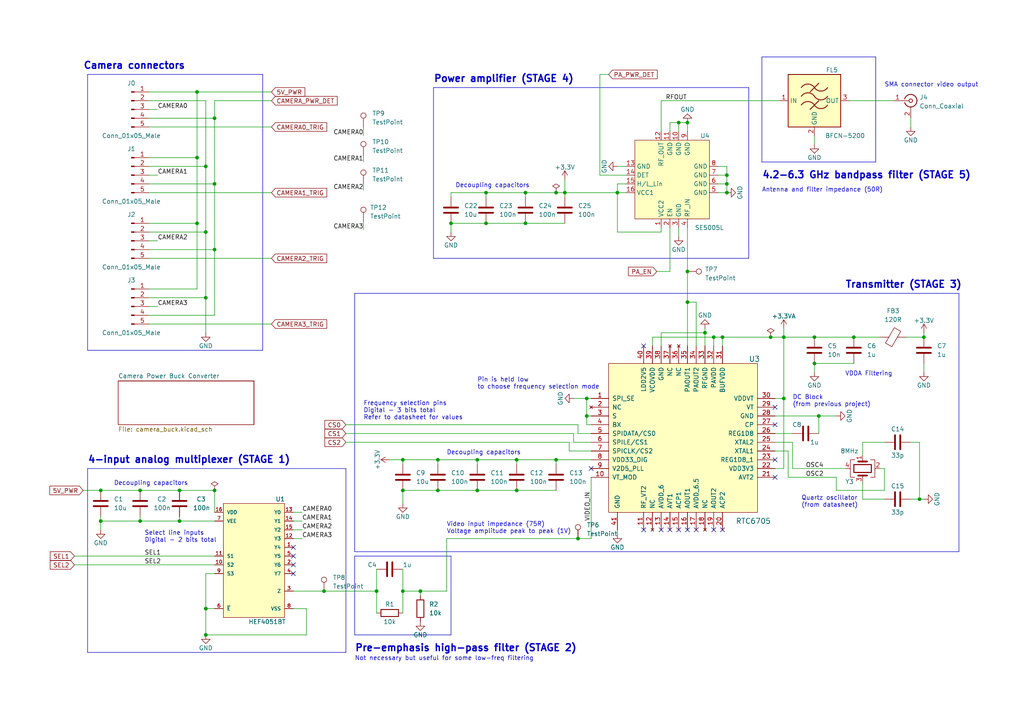
<source format=kicad_sch>
(kicad_sch (version 20230121) (generator eeschema)

  (uuid f8af905f-e583-4d88-8782-1642c7cb4537)

  (paper "A4")

  (title_block
    (title "Camera System Controller")
    (date "2023-01-28")
    (rev "0.3")
    (company "ICLR")
    (comment 1 "12 MCU I/O")
    (comment 2 "1 RF Signal O/P")
    (comment 3 "Campera power I/P ref included")
  )

  (lib_symbols
    (symbol "Analog_MUX:HEF4051BT" (pin_names (offset 1.016)) (in_bom yes) (on_board yes)
      (property "Reference" "U" (at 0 5.08 0)
        (effects (font (size 1.27 1.27)) (justify left))
      )
      (property "Value" "HEF4051BT" (at 0 7.62 0)
        (effects (font (size 1.27 1.27)) (justify left))
      )
      (property "Footprint" "Nexperia_USA_Inc.-SOT109-1-0-0-*" (at 0 10.16 0)
        (effects (font (size 1.27 1.27)) (justify left) hide)
      )
      (property "Datasheet" "https://assets.nexperia.com/documents/data-sheet/HEF4051B.pdf" (at 0 12.7 0)
        (effects (font (size 1.27 1.27)) (justify left) hide)
      )
      (property "-3db Bandwidth" "70MHz" (at 0 15.24 0)
        (effects (font (size 1.27 1.27)) (justify left) hide)
      )
      (property "Footprint_1" "https://assets.nexperia.com/documents/outline-drawing/SOT109-1.pdf" (at 0 17.78 0)
        (effects (font (size 1.27 1.27)) (justify left) hide)
      )
      (property "Multiplexer/Demultiplexer Circuit" "8:1" (at 0 20.32 0)
        (effects (font (size 1.27 1.27)) (justify left) hide)
      )
      (property "On-State Resistance (Max)" "155 Ohm" (at 0 22.86 0)
        (effects (font (size 1.27 1.27)) (justify left) hide)
      )
      (property "Voltage - Supply, Single (V+)" "3 V ~{} 15 V" (at 0 25.4 0)
        (effects (font (size 1.27 1.27)) (justify left) hide)
      )
      (property "category" "IC" (at 0 27.94 0)
        (effects (font (size 1.27 1.27)) (justify left) hide)
      )
      (property "digikey description" "1 Circuit IC Switch 8:1 155 Ohm 16-SO" (at 0 30.48 0)
        (effects (font (size 1.27 1.27)) (justify left) hide)
      )
      (property "digikey part number" "1727-2947-1-ND" (at 0 33.02 0)
        (effects (font (size 1.27 1.27)) (justify left) hide)
      )
      (property "lead free" "yes" (at 0 35.56 0)
        (effects (font (size 1.27 1.27)) (justify left) hide)
      )
      (property "library id" "8eb752b855b5e3fc" (at 0 38.1 0)
        (effects (font (size 1.27 1.27)) (justify left) hide)
      )
      (property "manufacturer" "Nexperia USA Inc." (at 0 40.64 0)
        (effects (font (size 1.27 1.27)) (justify left) hide)
      )
      (property "mouser part number" "771-HEF4051BTD-T" (at 0 43.18 0)
        (effects (font (size 1.27 1.27)) (justify left) hide)
      )
      (property "package" "SO16" (at 0 45.72 0)
        (effects (font (size 1.27 1.27)) (justify left) hide)
      )
      (property "rohs" "yes" (at 0 48.26 0)
        (effects (font (size 1.27 1.27)) (justify left) hide)
      )
      (property "temperature range high" "+125°C" (at 0 50.8 0)
        (effects (font (size 1.27 1.27)) (justify left) hide)
      )
      (property "temperature range low" "-40°C" (at 0 53.34 0)
        (effects (font (size 1.27 1.27)) (justify left) hide)
      )
      (property "voltage" "" (at 0 55.88 0)
        (effects (font (size 1.27 1.27)) (justify left) hide)
      )
      (property "ki_locked" "" (at 0 0 0)
        (effects (font (size 1.27 1.27)))
      )
      (property "ki_description" "HEF4051BT" (at 0 0 0)
        (effects (font (size 1.27 1.27)) hide)
      )
      (symbol "HEF4051BT_1_1"
        (rectangle (start 5.08 2.54) (end 22.86 -30.48)
          (stroke (width 0) (type default))
          (fill (type background))
        )
        (pin bidirectional line (at 25.4 -10.16 180) (length 2.54)
          (name "Y4" (effects (font (size 1.016 1.016))))
          (number "1" (effects (font (size 1.016 1.016))))
        )
        (pin input line (at 2.54 -15.24 0) (length 2.54)
          (name "S2" (effects (font (size 1.016 1.016))))
          (number "10" (effects (font (size 1.016 1.016))))
        )
        (pin input line (at 2.54 -12.7 0) (length 2.54)
          (name "S1" (effects (font (size 1.016 1.016))))
          (number "11" (effects (font (size 1.016 1.016))))
        )
        (pin bidirectional line (at 25.4 -7.62 180) (length 2.54)
          (name "Y3" (effects (font (size 1.016 1.016))))
          (number "12" (effects (font (size 1.016 1.016))))
        )
        (pin bidirectional line (at 25.4 0 180) (length 2.54)
          (name "Y0" (effects (font (size 1.016 1.016))))
          (number "13" (effects (font (size 1.016 1.016))))
        )
        (pin bidirectional line (at 25.4 -2.54 180) (length 2.54)
          (name "Y1" (effects (font (size 1.016 1.016))))
          (number "14" (effects (font (size 1.016 1.016))))
        )
        (pin bidirectional line (at 25.4 -5.08 180) (length 2.54)
          (name "Y2" (effects (font (size 1.016 1.016))))
          (number "15" (effects (font (size 1.016 1.016))))
        )
        (pin power_in line (at 2.54 0 0) (length 2.54)
          (name "VDD" (effects (font (size 1.016 1.016))))
          (number "16" (effects (font (size 1.016 1.016))))
        )
        (pin bidirectional line (at 25.4 -15.24 180) (length 2.54)
          (name "Y6" (effects (font (size 1.016 1.016))))
          (number "2" (effects (font (size 1.016 1.016))))
        )
        (pin bidirectional line (at 25.4 -22.86 180) (length 2.54)
          (name "Z" (effects (font (size 1.016 1.016))))
          (number "3" (effects (font (size 1.016 1.016))))
        )
        (pin bidirectional line (at 25.4 -17.78 180) (length 2.54)
          (name "Y7" (effects (font (size 1.016 1.016))))
          (number "4" (effects (font (size 1.016 1.016))))
        )
        (pin bidirectional line (at 25.4 -12.7 180) (length 2.54)
          (name "Y5" (effects (font (size 1.016 1.016))))
          (number "5" (effects (font (size 1.016 1.016))))
        )
        (pin input line (at 2.54 -27.94 0) (length 2.54)
          (name "~{E}" (effects (font (size 1.016 1.016))))
          (number "6" (effects (font (size 1.016 1.016))))
        )
        (pin power_in line (at 2.54 -2.54 0) (length 2.54)
          (name "VEE" (effects (font (size 1.016 1.016))))
          (number "7" (effects (font (size 1.016 1.016))))
        )
        (pin power_in line (at 25.4 -27.94 180) (length 2.54)
          (name "VSS" (effects (font (size 1.016 1.016))))
          (number "8" (effects (font (size 1.016 1.016))))
        )
        (pin input line (at 2.54 -17.78 0) (length 2.54)
          (name "S3" (effects (font (size 1.016 1.016))))
          (number "9" (effects (font (size 1.016 1.016))))
        )
      )
    )
    (symbol "Connector:Conn_01x05_Male" (pin_names (offset 1.016) hide) (in_bom yes) (on_board yes)
      (property "Reference" "J" (at 0 7.62 0)
        (effects (font (size 1.27 1.27)))
      )
      (property "Value" "Conn_01x05_Male" (at 0 -7.62 0)
        (effects (font (size 1.27 1.27)))
      )
      (property "Footprint" "" (at 0 0 0)
        (effects (font (size 1.27 1.27)) hide)
      )
      (property "Datasheet" "~" (at 0 0 0)
        (effects (font (size 1.27 1.27)) hide)
      )
      (property "ki_keywords" "connector" (at 0 0 0)
        (effects (font (size 1.27 1.27)) hide)
      )
      (property "ki_description" "Generic connector, single row, 01x05, script generated (kicad-library-utils/schlib/autogen/connector/)" (at 0 0 0)
        (effects (font (size 1.27 1.27)) hide)
      )
      (property "ki_fp_filters" "Connector*:*_1x??_*" (at 0 0 0)
        (effects (font (size 1.27 1.27)) hide)
      )
      (symbol "Conn_01x05_Male_1_1"
        (polyline
          (pts
            (xy 1.27 -5.08)
            (xy 0.8636 -5.08)
          )
          (stroke (width 0.1524) (type default))
          (fill (type none))
        )
        (polyline
          (pts
            (xy 1.27 -2.54)
            (xy 0.8636 -2.54)
          )
          (stroke (width 0.1524) (type default))
          (fill (type none))
        )
        (polyline
          (pts
            (xy 1.27 0)
            (xy 0.8636 0)
          )
          (stroke (width 0.1524) (type default))
          (fill (type none))
        )
        (polyline
          (pts
            (xy 1.27 2.54)
            (xy 0.8636 2.54)
          )
          (stroke (width 0.1524) (type default))
          (fill (type none))
        )
        (polyline
          (pts
            (xy 1.27 5.08)
            (xy 0.8636 5.08)
          )
          (stroke (width 0.1524) (type default))
          (fill (type none))
        )
        (rectangle (start 0.8636 -4.953) (end 0 -5.207)
          (stroke (width 0.1524) (type default))
          (fill (type outline))
        )
        (rectangle (start 0.8636 -2.413) (end 0 -2.667)
          (stroke (width 0.1524) (type default))
          (fill (type outline))
        )
        (rectangle (start 0.8636 0.127) (end 0 -0.127)
          (stroke (width 0.1524) (type default))
          (fill (type outline))
        )
        (rectangle (start 0.8636 2.667) (end 0 2.413)
          (stroke (width 0.1524) (type default))
          (fill (type outline))
        )
        (rectangle (start 0.8636 5.207) (end 0 4.953)
          (stroke (width 0.1524) (type default))
          (fill (type outline))
        )
        (pin passive line (at 5.08 5.08 180) (length 3.81)
          (name "Pin_1" (effects (font (size 1.27 1.27))))
          (number "1" (effects (font (size 1.27 1.27))))
        )
        (pin passive line (at 5.08 2.54 180) (length 3.81)
          (name "Pin_2" (effects (font (size 1.27 1.27))))
          (number "2" (effects (font (size 1.27 1.27))))
        )
        (pin passive line (at 5.08 0 180) (length 3.81)
          (name "Pin_3" (effects (font (size 1.27 1.27))))
          (number "3" (effects (font (size 1.27 1.27))))
        )
        (pin passive line (at 5.08 -2.54 180) (length 3.81)
          (name "Pin_4" (effects (font (size 1.27 1.27))))
          (number "4" (effects (font (size 1.27 1.27))))
        )
        (pin passive line (at 5.08 -5.08 180) (length 3.81)
          (name "Pin_5" (effects (font (size 1.27 1.27))))
          (number "5" (effects (font (size 1.27 1.27))))
        )
      )
    )
    (symbol "Connector:Conn_Coaxial" (pin_names (offset 1.016) hide) (in_bom yes) (on_board yes)
      (property "Reference" "J" (at 0.254 3.048 0)
        (effects (font (size 1.27 1.27)))
      )
      (property "Value" "Conn_Coaxial" (at 2.921 0 90)
        (effects (font (size 1.27 1.27)))
      )
      (property "Footprint" "" (at 0 0 0)
        (effects (font (size 1.27 1.27)) hide)
      )
      (property "Datasheet" " ~" (at 0 0 0)
        (effects (font (size 1.27 1.27)) hide)
      )
      (property "ki_keywords" "BNC SMA SMB SMC LEMO coaxial connector CINCH RCA" (at 0 0 0)
        (effects (font (size 1.27 1.27)) hide)
      )
      (property "ki_description" "coaxial connector (BNC, SMA, SMB, SMC, Cinch/RCA, LEMO, ...)" (at 0 0 0)
        (effects (font (size 1.27 1.27)) hide)
      )
      (property "ki_fp_filters" "*BNC* *SMA* *SMB* *SMC* *Cinch* *LEMO*" (at 0 0 0)
        (effects (font (size 1.27 1.27)) hide)
      )
      (symbol "Conn_Coaxial_0_1"
        (arc (start -1.778 -0.508) (mid 0.2311 -1.8066) (end 1.778 0)
          (stroke (width 0.254) (type default))
          (fill (type none))
        )
        (polyline
          (pts
            (xy -2.54 0)
            (xy -0.508 0)
          )
          (stroke (width 0) (type default))
          (fill (type none))
        )
        (polyline
          (pts
            (xy 0 -2.54)
            (xy 0 -1.778)
          )
          (stroke (width 0) (type default))
          (fill (type none))
        )
        (circle (center 0 0) (radius 0.508)
          (stroke (width 0.2032) (type default))
          (fill (type none))
        )
        (arc (start 1.778 0) (mid 0.2099 1.8101) (end -1.778 0.508)
          (stroke (width 0.254) (type default))
          (fill (type none))
        )
      )
      (symbol "Conn_Coaxial_1_1"
        (pin passive line (at -5.08 0 0) (length 2.54)
          (name "In" (effects (font (size 1.27 1.27))))
          (number "1" (effects (font (size 1.27 1.27))))
        )
        (pin passive line (at 0 -5.08 90) (length 2.54)
          (name "Ext" (effects (font (size 1.27 1.27))))
          (number "2" (effects (font (size 1.27 1.27))))
        )
      )
    )
    (symbol "Connector:TestPoint" (pin_numbers hide) (pin_names (offset 0.762) hide) (in_bom yes) (on_board yes)
      (property "Reference" "TP" (at 0 6.858 0)
        (effects (font (size 1.27 1.27)))
      )
      (property "Value" "TestPoint" (at 0 5.08 0)
        (effects (font (size 1.27 1.27)))
      )
      (property "Footprint" "" (at 5.08 0 0)
        (effects (font (size 1.27 1.27)) hide)
      )
      (property "Datasheet" "~" (at 5.08 0 0)
        (effects (font (size 1.27 1.27)) hide)
      )
      (property "ki_keywords" "test point tp" (at 0 0 0)
        (effects (font (size 1.27 1.27)) hide)
      )
      (property "ki_description" "test point" (at 0 0 0)
        (effects (font (size 1.27 1.27)) hide)
      )
      (property "ki_fp_filters" "Pin* Test*" (at 0 0 0)
        (effects (font (size 1.27 1.27)) hide)
      )
      (symbol "TestPoint_0_1"
        (circle (center 0 3.302) (radius 0.762)
          (stroke (width 0) (type default))
          (fill (type none))
        )
      )
      (symbol "TestPoint_1_1"
        (pin passive line (at 0 0 90) (length 2.54)
          (name "1" (effects (font (size 1.27 1.27))))
          (number "1" (effects (font (size 1.27 1.27))))
        )
      )
    )
    (symbol "Custom:SE5005L" (in_bom yes) (on_board yes)
      (property "Reference" "U" (at 10.16 12.7 0)
        (effects (font (size 1.27 1.27)))
      )
      (property "Value" "SE5005L" (at 10.16 -11.43 0)
        (effects (font (size 1.27 1.27)))
      )
      (property "Footprint" "" (at 0 0 0)
        (effects (font (size 1.27 1.27)) hide)
      )
      (property "Datasheet" "" (at 0 0 0)
        (effects (font (size 1.27 1.27)) hide)
      )
      (symbol "SE5005L_0_1"
        (rectangle (start -11.43 11.43) (end 11.43 -10.16)
          (stroke (width 0) (type default))
          (fill (type background))
        )
      )
      (symbol "SE5005L_1_1"
        (pin power_in line (at -13.97 3.81 0) (length 2.54)
          (name "VCC2" (effects (font (size 1.27 1.27))))
          (number "1" (effects (font (size 1.27 1.27))))
        )
        (pin power_in line (at 13.97 -1.27 180) (length 2.54)
          (name "GND" (effects (font (size 1.27 1.27))))
          (number "10" (effects (font (size 1.27 1.27))))
        )
        (pin power_in line (at 13.97 1.27 180) (length 2.54)
          (name "GND" (effects (font (size 1.27 1.27))))
          (number "11" (effects (font (size 1.27 1.27))))
        )
        (pin output line (at 13.97 3.81 180) (length 2.54)
          (name "RF_OUT" (effects (font (size 1.27 1.27))))
          (number "12" (effects (font (size 1.27 1.27))))
        )
        (pin power_in line (at 3.81 13.97 270) (length 2.54)
          (name "GND" (effects (font (size 1.27 1.27))))
          (number "13" (effects (font (size 1.27 1.27))))
        )
        (pin output line (at 1.27 13.97 270) (length 2.54)
          (name "DET" (effects (font (size 1.27 1.27))))
          (number "14" (effects (font (size 1.27 1.27))))
        )
        (pin input line (at -1.27 13.97 270) (length 2.54)
          (name "H/L_Lin" (effects (font (size 1.27 1.27))))
          (number "15" (effects (font (size 1.27 1.27))))
        )
        (pin power_in line (at -3.81 13.97 270) (length 2.54)
          (name "VCC1" (effects (font (size 1.27 1.27))))
          (number "16" (effects (font (size 1.27 1.27))))
        )
        (pin input line (at -13.97 1.27 0) (length 2.54)
          (name "EN" (effects (font (size 1.27 1.27))))
          (number "2" (effects (font (size 1.27 1.27))))
        )
        (pin power_in line (at -13.97 -1.27 0) (length 2.54)
          (name "GND" (effects (font (size 1.27 1.27))))
          (number "3" (effects (font (size 1.27 1.27))))
        )
        (pin input line (at -13.97 -3.81 0) (length 2.54)
          (name "RF_IN" (effects (font (size 1.27 1.27))))
          (number "4" (effects (font (size 1.27 1.27))))
        )
        (pin power_in line (at -3.81 -12.7 90) (length 2.54)
          (name "GND" (effects (font (size 1.27 1.27))))
          (number "5" (effects (font (size 1.27 1.27))))
        )
        (pin power_in line (at -1.27 -12.7 90) (length 2.54)
          (name "GND" (effects (font (size 1.27 1.27))))
          (number "6" (effects (font (size 1.27 1.27))))
        )
        (pin power_in line (at 1.27 -12.7 90) (length 2.54)
          (name "GND" (effects (font (size 1.27 1.27))))
          (number "7" (effects (font (size 1.27 1.27))))
        )
        (pin power_in line (at 3.81 -12.7 90) (length 2.54)
          (name "GND" (effects (font (size 1.27 1.27))))
          (number "8" (effects (font (size 1.27 1.27))))
        )
        (pin power_in line (at 13.97 -3.81 180) (length 2.54)
          (name "GND" (effects (font (size 1.27 1.27))))
          (number "9" (effects (font (size 1.27 1.27))))
        )
      )
    )
    (symbol "Device:C" (pin_numbers hide) (pin_names (offset 0.254)) (in_bom yes) (on_board yes)
      (property "Reference" "C" (at 0.635 2.54 0)
        (effects (font (size 1.27 1.27)) (justify left))
      )
      (property "Value" "C" (at 0.635 -2.54 0)
        (effects (font (size 1.27 1.27)) (justify left))
      )
      (property "Footprint" "" (at 0.9652 -3.81 0)
        (effects (font (size 1.27 1.27)) hide)
      )
      (property "Datasheet" "~" (at 0 0 0)
        (effects (font (size 1.27 1.27)) hide)
      )
      (property "ki_keywords" "cap capacitor" (at 0 0 0)
        (effects (font (size 1.27 1.27)) hide)
      )
      (property "ki_description" "Unpolarized capacitor" (at 0 0 0)
        (effects (font (size 1.27 1.27)) hide)
      )
      (property "ki_fp_filters" "C_*" (at 0 0 0)
        (effects (font (size 1.27 1.27)) hide)
      )
      (symbol "C_0_1"
        (polyline
          (pts
            (xy -2.032 -0.762)
            (xy 2.032 -0.762)
          )
          (stroke (width 0.508) (type default))
          (fill (type none))
        )
        (polyline
          (pts
            (xy -2.032 0.762)
            (xy 2.032 0.762)
          )
          (stroke (width 0.508) (type default))
          (fill (type none))
        )
      )
      (symbol "C_1_1"
        (pin passive line (at 0 3.81 270) (length 2.794)
          (name "~" (effects (font (size 1.27 1.27))))
          (number "1" (effects (font (size 1.27 1.27))))
        )
        (pin passive line (at 0 -3.81 90) (length 2.794)
          (name "~" (effects (font (size 1.27 1.27))))
          (number "2" (effects (font (size 1.27 1.27))))
        )
      )
    )
    (symbol "Device:Crystal_GND24" (pin_names (offset 1.016) hide) (in_bom yes) (on_board yes)
      (property "Reference" "Y" (at 3.175 5.08 0)
        (effects (font (size 1.27 1.27)) (justify left))
      )
      (property "Value" "Crystal_GND24" (at 3.175 3.175 0)
        (effects (font (size 1.27 1.27)) (justify left))
      )
      (property "Footprint" "" (at 0 0 0)
        (effects (font (size 1.27 1.27)) hide)
      )
      (property "Datasheet" "~" (at 0 0 0)
        (effects (font (size 1.27 1.27)) hide)
      )
      (property "ki_keywords" "quartz ceramic resonator oscillator" (at 0 0 0)
        (effects (font (size 1.27 1.27)) hide)
      )
      (property "ki_description" "Four pin crystal, GND on pins 2 and 4" (at 0 0 0)
        (effects (font (size 1.27 1.27)) hide)
      )
      (property "ki_fp_filters" "Crystal*" (at 0 0 0)
        (effects (font (size 1.27 1.27)) hide)
      )
      (symbol "Crystal_GND24_0_1"
        (rectangle (start -1.143 2.54) (end 1.143 -2.54)
          (stroke (width 0.3048) (type default))
          (fill (type none))
        )
        (polyline
          (pts
            (xy -2.54 0)
            (xy -2.032 0)
          )
          (stroke (width 0) (type default))
          (fill (type none))
        )
        (polyline
          (pts
            (xy -2.032 -1.27)
            (xy -2.032 1.27)
          )
          (stroke (width 0.508) (type default))
          (fill (type none))
        )
        (polyline
          (pts
            (xy 0 -3.81)
            (xy 0 -3.556)
          )
          (stroke (width 0) (type default))
          (fill (type none))
        )
        (polyline
          (pts
            (xy 0 3.556)
            (xy 0 3.81)
          )
          (stroke (width 0) (type default))
          (fill (type none))
        )
        (polyline
          (pts
            (xy 2.032 -1.27)
            (xy 2.032 1.27)
          )
          (stroke (width 0.508) (type default))
          (fill (type none))
        )
        (polyline
          (pts
            (xy 2.032 0)
            (xy 2.54 0)
          )
          (stroke (width 0) (type default))
          (fill (type none))
        )
        (polyline
          (pts
            (xy -2.54 -2.286)
            (xy -2.54 -3.556)
            (xy 2.54 -3.556)
            (xy 2.54 -2.286)
          )
          (stroke (width 0) (type default))
          (fill (type none))
        )
        (polyline
          (pts
            (xy -2.54 2.286)
            (xy -2.54 3.556)
            (xy 2.54 3.556)
            (xy 2.54 2.286)
          )
          (stroke (width 0) (type default))
          (fill (type none))
        )
      )
      (symbol "Crystal_GND24_1_1"
        (pin passive line (at -3.81 0 0) (length 1.27)
          (name "1" (effects (font (size 1.27 1.27))))
          (number "1" (effects (font (size 1.27 1.27))))
        )
        (pin passive line (at 0 5.08 270) (length 1.27)
          (name "2" (effects (font (size 1.27 1.27))))
          (number "2" (effects (font (size 1.27 1.27))))
        )
        (pin passive line (at 3.81 0 180) (length 1.27)
          (name "3" (effects (font (size 1.27 1.27))))
          (number "3" (effects (font (size 1.27 1.27))))
        )
        (pin passive line (at 0 -5.08 90) (length 1.27)
          (name "4" (effects (font (size 1.27 1.27))))
          (number "4" (effects (font (size 1.27 1.27))))
        )
      )
    )
    (symbol "Device:FerriteBead" (pin_numbers hide) (pin_names (offset 0)) (in_bom yes) (on_board yes)
      (property "Reference" "FB" (at -3.81 0.635 90)
        (effects (font (size 1.27 1.27)))
      )
      (property "Value" "FerriteBead" (at 3.81 0 90)
        (effects (font (size 1.27 1.27)))
      )
      (property "Footprint" "" (at -1.778 0 90)
        (effects (font (size 1.27 1.27)) hide)
      )
      (property "Datasheet" "~" (at 0 0 0)
        (effects (font (size 1.27 1.27)) hide)
      )
      (property "ki_keywords" "L ferrite bead inductor filter" (at 0 0 0)
        (effects (font (size 1.27 1.27)) hide)
      )
      (property "ki_description" "Ferrite bead" (at 0 0 0)
        (effects (font (size 1.27 1.27)) hide)
      )
      (property "ki_fp_filters" "Inductor_* L_* *Ferrite*" (at 0 0 0)
        (effects (font (size 1.27 1.27)) hide)
      )
      (symbol "FerriteBead_0_1"
        (polyline
          (pts
            (xy 0 -1.27)
            (xy 0 -1.2192)
          )
          (stroke (width 0) (type default))
          (fill (type none))
        )
        (polyline
          (pts
            (xy 0 1.27)
            (xy 0 1.2954)
          )
          (stroke (width 0) (type default))
          (fill (type none))
        )
        (polyline
          (pts
            (xy -2.7686 0.4064)
            (xy -1.7018 2.2606)
            (xy 2.7686 -0.3048)
            (xy 1.6764 -2.159)
            (xy -2.7686 0.4064)
          )
          (stroke (width 0) (type default))
          (fill (type none))
        )
      )
      (symbol "FerriteBead_1_1"
        (pin passive line (at 0 3.81 270) (length 2.54)
          (name "~" (effects (font (size 1.27 1.27))))
          (number "1" (effects (font (size 1.27 1.27))))
        )
        (pin passive line (at 0 -3.81 90) (length 2.54)
          (name "~" (effects (font (size 1.27 1.27))))
          (number "2" (effects (font (size 1.27 1.27))))
        )
      )
    )
    (symbol "Device:R" (pin_numbers hide) (pin_names (offset 0)) (in_bom yes) (on_board yes)
      (property "Reference" "R" (at 2.032 0 90)
        (effects (font (size 1.27 1.27)))
      )
      (property "Value" "R" (at 0 0 90)
        (effects (font (size 1.27 1.27)))
      )
      (property "Footprint" "" (at -1.778 0 90)
        (effects (font (size 1.27 1.27)) hide)
      )
      (property "Datasheet" "~" (at 0 0 0)
        (effects (font (size 1.27 1.27)) hide)
      )
      (property "ki_keywords" "R res resistor" (at 0 0 0)
        (effects (font (size 1.27 1.27)) hide)
      )
      (property "ki_description" "Resistor" (at 0 0 0)
        (effects (font (size 1.27 1.27)) hide)
      )
      (property "ki_fp_filters" "R_*" (at 0 0 0)
        (effects (font (size 1.27 1.27)) hide)
      )
      (symbol "R_0_1"
        (rectangle (start -1.016 -2.54) (end 1.016 2.54)
          (stroke (width 0.254) (type default))
          (fill (type none))
        )
      )
      (symbol "R_1_1"
        (pin passive line (at 0 3.81 270) (length 1.27)
          (name "~" (effects (font (size 1.27 1.27))))
          (number "1" (effects (font (size 1.27 1.27))))
        )
        (pin passive line (at 0 -3.81 90) (length 1.27)
          (name "~" (effects (font (size 1.27 1.27))))
          (number "2" (effects (font (size 1.27 1.27))))
        )
      )
    )
    (symbol "RF_Filter:BFCN-5200" (in_bom yes) (on_board yes)
      (property "Reference" "FL" (at 0 10.795 0)
        (effects (font (size 1.27 1.27)))
      )
      (property "Value" "BFCN-5200" (at 0 8.89 0)
        (effects (font (size 1.27 1.27)))
      )
      (property "Footprint" "Filter:Filter_Mini-Circuits_FV1206-4" (at 0 12.7 0)
        (effects (font (size 1.27 1.27)) hide)
      )
      (property "Datasheet" "https://www.minicircuits.com/pdfs/BFCN-5200+.pdf" (at 0 2.54 0)
        (effects (font (size 1.27 1.27)) hide)
      )
      (property "ki_keywords" "Mini-Circuits band pass filter" (at 0 0 0)
        (effects (font (size 1.27 1.27)) hide)
      )
      (property "ki_description" "4250-6300MHz 50 Ohm Passive Band Pass Filter, FV1206-4" (at 0 0 0)
        (effects (font (size 1.27 1.27)) hide)
      )
      (property "ki_fp_filters" "Filter*Mini?Circuits*FV1206?4*" (at 0 0 0)
        (effects (font (size 1.27 1.27)) hide)
      )
      (symbol "BFCN-5200_0_1"
        (rectangle (start -7.62 7.62) (end 7.62 -7.62)
          (stroke (width 0.254) (type default))
          (fill (type background))
        )
        (arc (start 0 -1.27) (mid -1.905 -0.2505) (end -3.81 -1.27)
          (stroke (width 0.254) (type default))
          (fill (type none))
        )
        (arc (start 0 -1.27) (mid 1.905 -2.2895) (end 3.81 -1.27)
          (stroke (width 0.254) (type default))
          (fill (type none))
        )
        (polyline
          (pts
            (xy -1.27 -2.54)
            (xy 1.27 0)
          )
          (stroke (width 0.254) (type default))
          (fill (type none))
        )
        (polyline
          (pts
            (xy -1.27 2.54)
            (xy 1.27 5.08)
          )
          (stroke (width 0.254) (type default))
          (fill (type none))
        )
        (arc (start 0 1.27) (mid -1.905 2.2895) (end -3.81 1.27)
          (stroke (width 0.254) (type default))
          (fill (type none))
        )
        (arc (start 0 1.27) (mid 1.905 0.2505) (end 3.81 1.27)
          (stroke (width 0.254) (type default))
          (fill (type none))
        )
        (arc (start 0 3.81) (mid -1.905 4.8295) (end -3.81 3.81)
          (stroke (width 0.254) (type default))
          (fill (type none))
        )
        (arc (start 0 3.81) (mid 1.905 2.7905) (end 3.81 3.81)
          (stroke (width 0.254) (type default))
          (fill (type none))
        )
      )
      (symbol "BFCN-5200_1_1"
        (pin passive line (at -10.16 0 0) (length 2.54)
          (name "IN" (effects (font (size 1.27 1.27))))
          (number "1" (effects (font (size 1.27 1.27))))
        )
        (pin passive line (at 0 -10.16 90) (length 2.54)
          (name "GND" (effects (font (size 1.27 1.27))))
          (number "2" (effects (font (size 1.27 1.27))))
        )
        (pin passive line (at 10.16 0 180) (length 2.54)
          (name "OUT" (effects (font (size 1.27 1.27))))
          (number "3" (effects (font (size 1.27 1.27))))
        )
        (pin passive line (at 0 -10.16 90) (length 2.54) hide
          (name "GND" (effects (font (size 1.27 1.27))))
          (number "4" (effects (font (size 1.27 1.27))))
        )
      )
    )
    (symbol "custom:RTC6705" (pin_names (offset 1.016)) (in_bom yes) (on_board yes)
      (property "Reference" "U3" (at 19.05 1.27 0)
        (effects (font (size 1.524 1.524)) (justify left))
      )
      (property "Value" "RTC6705" (at 15.24 -45.72 0)
        (effects (font (size 1.524 1.524)) (justify left))
      )
      (property "Footprint" "custom:QFN40_6x6_RTC" (at 17.78 1.27 0)
        (effects (font (size 1.524 1.524)) hide)
      )
      (property "Datasheet" "" (at 17.78 1.27 0)
        (effects (font (size 1.524 1.524)))
      )
      (symbol "RTC6705_0_1"
        (rectangle (start 21.59 -43.18) (end -21.59 0)
          (stroke (width 0) (type default))
          (fill (type background))
        )
      )
      (symbol "RTC6705_1_1"
        (pin input line (at -26.67 -10.16 0) (length 5.08)
          (name "SPI_SE" (effects (font (size 1.27 1.27))))
          (number "1" (effects (font (size 1.27 1.27))))
        )
        (pin input line (at -26.67 -33.02 0) (length 5.08)
          (name "VT_MOD" (effects (font (size 1.27 1.27))))
          (number "10" (effects (font (size 1.27 1.27))))
        )
        (pin input line (at -11.43 -48.26 90) (length 5.08)
          (name "RF_VT2" (effects (font (size 1.27 1.27))))
          (number "11" (effects (font (size 1.27 1.27))))
        )
        (pin no_connect line (at -8.89 -48.26 90) (length 5.08)
          (name "NC" (effects (font (size 1.27 1.27))))
          (number "12" (effects (font (size 1.27 1.27))))
        )
        (pin power_in line (at -6.35 -48.26 90) (length 5.08)
          (name "AVDD_6" (effects (font (size 1.27 1.27))))
          (number "13" (effects (font (size 1.27 1.27))))
        )
        (pin input line (at -3.81 -48.26 90) (length 5.08)
          (name "AVT1" (effects (font (size 1.27 1.27))))
          (number "14" (effects (font (size 1.27 1.27))))
        )
        (pin output line (at -1.27 -48.26 90) (length 5.08)
          (name "ACP1" (effects (font (size 1.27 1.27))))
          (number "15" (effects (font (size 1.27 1.27))))
        )
        (pin output line (at 1.27 -48.26 90) (length 5.08)
          (name "AOUT1" (effects (font (size 1.27 1.27))))
          (number "16" (effects (font (size 1.27 1.27))))
        )
        (pin power_in line (at 3.81 -48.26 90) (length 5.08)
          (name "AVDD_6.5" (effects (font (size 1.27 1.27))))
          (number "17" (effects (font (size 1.27 1.27))))
        )
        (pin no_connect line (at 6.35 -48.26 90) (length 5.08)
          (name "NC" (effects (font (size 1.27 1.27))))
          (number "18" (effects (font (size 1.27 1.27))))
        )
        (pin output line (at 8.89 -48.26 90) (length 5.08)
          (name "AOUT2" (effects (font (size 1.27 1.27))))
          (number "19" (effects (font (size 1.27 1.27))))
        )
        (pin no_connect line (at -26.67 -12.7 0) (length 5.08)
          (name "NC" (effects (font (size 1.27 1.27))))
          (number "2" (effects (font (size 1.27 1.27))))
        )
        (pin output line (at 11.43 -48.26 90) (length 5.08)
          (name "ACP2" (effects (font (size 1.27 1.27))))
          (number "20" (effects (font (size 1.27 1.27))))
        )
        (pin input line (at 26.67 -33.02 180) (length 5.08)
          (name "AVT2" (effects (font (size 1.27 1.27))))
          (number "21" (effects (font (size 1.27 1.27))))
        )
        (pin power_in line (at 26.67 -30.48 180) (length 5.08)
          (name "VDD3V3" (effects (font (size 1.27 1.27))))
          (number "22" (effects (font (size 1.27 1.27))))
        )
        (pin output line (at 26.67 -27.94 180) (length 5.08)
          (name "REG1D8_1" (effects (font (size 1.27 1.27))))
          (number "23" (effects (font (size 1.27 1.27))))
        )
        (pin bidirectional line (at 26.67 -25.4 180) (length 5.08)
          (name "XTAL1" (effects (font (size 1.27 1.27))))
          (number "24" (effects (font (size 1.27 1.27))))
        )
        (pin bidirectional line (at 26.67 -22.86 180) (length 5.08)
          (name "XTAL2" (effects (font (size 1.27 1.27))))
          (number "25" (effects (font (size 1.27 1.27))))
        )
        (pin output line (at 26.67 -20.32 180) (length 5.08)
          (name "REG1D8" (effects (font (size 1.27 1.27))))
          (number "26" (effects (font (size 1.27 1.27))))
        )
        (pin output line (at 26.67 -17.78 180) (length 5.08)
          (name "CP" (effects (font (size 1.27 1.27))))
          (number "27" (effects (font (size 1.27 1.27))))
        )
        (pin power_out line (at 26.67 -15.24 180) (length 5.08)
          (name "GND" (effects (font (size 1.27 1.27))))
          (number "28" (effects (font (size 1.27 1.27))))
        )
        (pin input line (at 26.67 -12.7 180) (length 5.08)
          (name "VT" (effects (font (size 1.27 1.27))))
          (number "29" (effects (font (size 1.27 1.27))))
        )
        (pin input line (at -26.67 -15.24 0) (length 5.08)
          (name "S" (effects (font (size 1.27 1.27))))
          (number "3" (effects (font (size 1.27 1.27))))
        )
        (pin power_in line (at 26.67 -10.16 180) (length 5.08)
          (name "VDDVT" (effects (font (size 1.27 1.27))))
          (number "30" (effects (font (size 1.27 1.27))))
        )
        (pin power_in line (at 11.43 5.08 270) (length 5.08)
          (name "BUFVDD" (effects (font (size 1.27 1.27))))
          (number "31" (effects (font (size 1.27 1.27))))
        )
        (pin power_in line (at 8.89 5.08 270) (length 5.08)
          (name "PAVDD" (effects (font (size 1.27 1.27))))
          (number "32" (effects (font (size 1.27 1.27))))
        )
        (pin power_out line (at 6.35 5.08 270) (length 5.08)
          (name "RFGND" (effects (font (size 1.27 1.27))))
          (number "33" (effects (font (size 1.27 1.27))))
        )
        (pin output line (at 3.81 5.08 270) (length 5.08)
          (name "PAOUT2" (effects (font (size 1.27 1.27))))
          (number "34" (effects (font (size 1.27 1.27))))
        )
        (pin output line (at 1.27 5.08 270) (length 5.08)
          (name "PAOUT1" (effects (font (size 1.27 1.27))))
          (number "35" (effects (font (size 1.27 1.27))))
        )
        (pin no_connect line (at -1.27 5.08 270) (length 5.08)
          (name "NC" (effects (font (size 1.27 1.27))))
          (number "36" (effects (font (size 1.27 1.27))))
        )
        (pin no_connect line (at -3.81 5.08 270) (length 5.08)
          (name "NC" (effects (font (size 1.27 1.27))))
          (number "37" (effects (font (size 1.27 1.27))))
        )
        (pin power_out line (at -6.35 5.08 270) (length 5.08)
          (name "GND" (effects (font (size 1.27 1.27))))
          (number "38" (effects (font (size 1.27 1.27))))
        )
        (pin power_in line (at -8.89 5.08 270) (length 5.08)
          (name "VCOVDD" (effects (font (size 1.27 1.27))))
          (number "39" (effects (font (size 1.27 1.27))))
        )
        (pin input line (at -26.67 -17.78 0) (length 5.08)
          (name "BX" (effects (font (size 1.27 1.27))))
          (number "4" (effects (font (size 1.27 1.27))))
        )
        (pin power_in line (at -11.43 5.08 270) (length 5.08)
          (name "LDD2V5" (effects (font (size 1.27 1.27))))
          (number "40" (effects (font (size 1.27 1.27))))
        )
        (pin input line (at -19.05 -48.26 90) (length 5.08)
          (name "GND" (effects (font (size 1.27 1.27))))
          (number "41" (effects (font (size 1.27 1.27))))
        )
        (pin input line (at -26.67 -20.32 0) (length 5.08)
          (name "SPIDATA/CS0" (effects (font (size 1.27 1.27))))
          (number "5" (effects (font (size 1.27 1.27))))
        )
        (pin input line (at -26.67 -22.86 0) (length 5.08)
          (name "SPILE/CS1" (effects (font (size 1.27 1.27))))
          (number "6" (effects (font (size 1.27 1.27))))
        )
        (pin input line (at -26.67 -25.4 0) (length 5.08)
          (name "SPICLK/CS2" (effects (font (size 1.27 1.27))))
          (number "7" (effects (font (size 1.27 1.27))))
        )
        (pin power_in line (at -26.67 -27.94 0) (length 5.08)
          (name "VDD33_DIG" (effects (font (size 1.27 1.27))))
          (number "8" (effects (font (size 1.27 1.27))))
        )
        (pin power_in line (at -26.67 -30.48 0) (length 5.08)
          (name "V2D5_PLL" (effects (font (size 1.27 1.27))))
          (number "9" (effects (font (size 1.27 1.27))))
        )
      )
    )
    (symbol "power:+3.3V" (power) (pin_names (offset 0)) (in_bom yes) (on_board yes)
      (property "Reference" "#PWR" (at 0 -3.81 0)
        (effects (font (size 1.27 1.27)) hide)
      )
      (property "Value" "+3.3V" (at 0 3.556 0)
        (effects (font (size 1.27 1.27)))
      )
      (property "Footprint" "" (at 0 0 0)
        (effects (font (size 1.27 1.27)) hide)
      )
      (property "Datasheet" "" (at 0 0 0)
        (effects (font (size 1.27 1.27)) hide)
      )
      (property "ki_keywords" "global power" (at 0 0 0)
        (effects (font (size 1.27 1.27)) hide)
      )
      (property "ki_description" "Power symbol creates a global label with name \"+3.3V\"" (at 0 0 0)
        (effects (font (size 1.27 1.27)) hide)
      )
      (symbol "+3.3V_0_1"
        (polyline
          (pts
            (xy -0.762 1.27)
            (xy 0 2.54)
          )
          (stroke (width 0) (type default))
          (fill (type none))
        )
        (polyline
          (pts
            (xy 0 0)
            (xy 0 2.54)
          )
          (stroke (width 0) (type default))
          (fill (type none))
        )
        (polyline
          (pts
            (xy 0 2.54)
            (xy 0.762 1.27)
          )
          (stroke (width 0) (type default))
          (fill (type none))
        )
      )
      (symbol "+3.3V_1_1"
        (pin power_in line (at 0 0 90) (length 0) hide
          (name "+3.3V" (effects (font (size 1.27 1.27))))
          (number "1" (effects (font (size 1.27 1.27))))
        )
      )
    )
    (symbol "power:+3.3VA" (power) (pin_names (offset 0)) (in_bom yes) (on_board yes)
      (property "Reference" "#PWR" (at 0 -3.81 0)
        (effects (font (size 1.27 1.27)) hide)
      )
      (property "Value" "+3.3VA" (at 0 3.556 0)
        (effects (font (size 1.27 1.27)))
      )
      (property "Footprint" "" (at 0 0 0)
        (effects (font (size 1.27 1.27)) hide)
      )
      (property "Datasheet" "" (at 0 0 0)
        (effects (font (size 1.27 1.27)) hide)
      )
      (property "ki_keywords" "global power" (at 0 0 0)
        (effects (font (size 1.27 1.27)) hide)
      )
      (property "ki_description" "Power symbol creates a global label with name \"+3.3VA\"" (at 0 0 0)
        (effects (font (size 1.27 1.27)) hide)
      )
      (symbol "+3.3VA_0_1"
        (polyline
          (pts
            (xy -0.762 1.27)
            (xy 0 2.54)
          )
          (stroke (width 0) (type default))
          (fill (type none))
        )
        (polyline
          (pts
            (xy 0 0)
            (xy 0 2.54)
          )
          (stroke (width 0) (type default))
          (fill (type none))
        )
        (polyline
          (pts
            (xy 0 2.54)
            (xy 0.762 1.27)
          )
          (stroke (width 0) (type default))
          (fill (type none))
        )
      )
      (symbol "+3.3VA_1_1"
        (pin power_in line (at 0 0 90) (length 0) hide
          (name "+3.3VA" (effects (font (size 1.27 1.27))))
          (number "1" (effects (font (size 1.27 1.27))))
        )
      )
    )
    (symbol "power:GND" (power) (pin_names (offset 0)) (in_bom yes) (on_board yes)
      (property "Reference" "#PWR" (at 0 -6.35 0)
        (effects (font (size 1.27 1.27)) hide)
      )
      (property "Value" "GND" (at 0 -3.81 0)
        (effects (font (size 1.27 1.27)))
      )
      (property "Footprint" "" (at 0 0 0)
        (effects (font (size 1.27 1.27)) hide)
      )
      (property "Datasheet" "" (at 0 0 0)
        (effects (font (size 1.27 1.27)) hide)
      )
      (property "ki_keywords" "global power" (at 0 0 0)
        (effects (font (size 1.27 1.27)) hide)
      )
      (property "ki_description" "Power symbol creates a global label with name \"GND\" , ground" (at 0 0 0)
        (effects (font (size 1.27 1.27)) hide)
      )
      (symbol "GND_0_1"
        (polyline
          (pts
            (xy 0 0)
            (xy 0 -1.27)
            (xy 1.27 -1.27)
            (xy 0 -2.54)
            (xy -1.27 -1.27)
            (xy 0 -1.27)
          )
          (stroke (width 0) (type default))
          (fill (type none))
        )
      )
      (symbol "GND_1_1"
        (pin power_in line (at 0 0 270) (length 0) hide
          (name "GND" (effects (font (size 1.27 1.27))))
          (number "1" (effects (font (size 1.27 1.27))))
        )
      )
    )
    (symbol "power:PWR_FLAG" (power) (pin_numbers hide) (pin_names (offset 0) hide) (in_bom yes) (on_board yes)
      (property "Reference" "#FLG" (at 0 1.905 0)
        (effects (font (size 1.27 1.27)) hide)
      )
      (property "Value" "PWR_FLAG" (at 0 3.81 0)
        (effects (font (size 1.27 1.27)))
      )
      (property "Footprint" "" (at 0 0 0)
        (effects (font (size 1.27 1.27)) hide)
      )
      (property "Datasheet" "~" (at 0 0 0)
        (effects (font (size 1.27 1.27)) hide)
      )
      (property "ki_keywords" "flag power" (at 0 0 0)
        (effects (font (size 1.27 1.27)) hide)
      )
      (property "ki_description" "Special symbol for telling ERC where power comes from" (at 0 0 0)
        (effects (font (size 1.27 1.27)) hide)
      )
      (symbol "PWR_FLAG_0_0"
        (pin power_out line (at 0 0 90) (length 0)
          (name "pwr" (effects (font (size 1.27 1.27))))
          (number "1" (effects (font (size 1.27 1.27))))
        )
      )
      (symbol "PWR_FLAG_0_1"
        (polyline
          (pts
            (xy 0 0)
            (xy 0 1.27)
            (xy -1.016 1.905)
            (xy 0 2.54)
            (xy 1.016 1.905)
            (xy 0 1.27)
          )
          (stroke (width 0) (type default))
          (fill (type none))
        )
      )
    )
  )


  (junction (at 59.69 86.36) (diameter 0) (color 0 0 0 0)
    (uuid 09ba1bd2-a12e-471a-a95e-23a5135549f6)
  )
  (junction (at 170.18 120.65) (diameter 0) (color 0 0 0 0)
    (uuid 0abf5eb4-a06a-41f5-aac4-5b007b47d1a5)
  )
  (junction (at 62.23 72.39) (diameter 0) (color 0 0 0 0)
    (uuid 0b049ed3-4751-43ff-bdce-4c39a546f834)
  )
  (junction (at 237.49 120.65) (diameter 0) (color 0 0 0 0)
    (uuid 0b111616-4f54-44ed-abb7-bb767ac945f4)
  )
  (junction (at 130.81 64.77) (diameter 0) (color 0 0 0 0)
    (uuid 0d924a5d-52d6-4e9c-8eed-c3997c1e3a21)
  )
  (junction (at 204.47 96.52) (diameter 0) (color 0 0 0 0)
    (uuid 105ae6ec-c46f-499a-8127-4cd22f94104a)
  )
  (junction (at 109.22 171.45) (diameter 0) (color 0 0 0 0)
    (uuid 10991b19-bc0e-425b-82a3-2c18ebdbaec6)
  )
  (junction (at 196.85 35.56) (diameter 0) (color 0 0 0 0)
    (uuid 14ad9ca6-ba4f-4f53-a78b-11687608397c)
  )
  (junction (at 267.97 97.79) (diameter 0) (color 0 0 0 0)
    (uuid 1c22d99b-afde-4161-980d-8ed7e8465e59)
  )
  (junction (at 29.21 142.24) (diameter 0) (color 0 0 0 0)
    (uuid 1cbdb9f2-fcd4-4923-a981-018999445bcf)
  )
  (junction (at 179.07 55.88) (diameter 0) (color 0 0 0 0)
    (uuid 2aae2f35-73ac-4d44-97c1-7f13217d185e)
  )
  (junction (at 152.4 64.77) (diameter 0) (color 0 0 0 0)
    (uuid 2c67159f-f7c1-4f13-8143-a1bb77799dc3)
  )
  (junction (at 161.29 133.35) (diameter 0) (color 0 0 0 0)
    (uuid 31354441-cc8a-44bf-bed4-2625a934fedb)
  )
  (junction (at 59.69 67.31) (diameter 0) (color 0 0 0 0)
    (uuid 3168fb32-9350-4ad5-a440-07f37218db39)
  )
  (junction (at 207.01 97.79) (diameter 0) (color 0 0 0 0)
    (uuid 3d3703bd-bb56-4260-afe3-20949f669415)
  )
  (junction (at 116.84 133.35) (diameter 0) (color 0 0 0 0)
    (uuid 3d376f7a-43b7-44c8-8adc-a48f7a1bc646)
  )
  (junction (at 152.4 55.88) (diameter 0) (color 0 0 0 0)
    (uuid 3ddd4d87-bd94-4578-b10f-1b32122f2032)
  )
  (junction (at 223.52 97.79) (diameter 0) (color 0 0 0 0)
    (uuid 434a8c63-3dc1-40bf-91a2-15dcd61914de)
  )
  (junction (at 140.97 64.77) (diameter 0) (color 0 0 0 0)
    (uuid 476b1f27-434d-4e95-9538-61ed51b0090e)
  )
  (junction (at 247.65 97.79) (diameter 0) (color 0 0 0 0)
    (uuid 4a077ea2-60f8-489c-8feb-07cd4a425f53)
  )
  (junction (at 57.15 26.67) (diameter 0) (color 0 0 0 0)
    (uuid 50efadce-2709-4086-8b35-d997474c00dc)
  )
  (junction (at 170.18 115.57) (diameter 0) (color 0 0 0 0)
    (uuid 52dca42f-68fc-4589-8588-59f171a9ae73)
  )
  (junction (at 62.23 34.29) (diameter 0) (color 0 0 0 0)
    (uuid 5d4c1253-f5e6-4e0e-8d54-18c3dfe94cfd)
  )
  (junction (at 52.07 142.24) (diameter 0) (color 0 0 0 0)
    (uuid 641c2ec9-cdcb-4219-b91b-36dc30c5ffbd)
  )
  (junction (at 138.43 133.35) (diameter 0) (color 0 0 0 0)
    (uuid 6482d95a-0978-4366-9845-f88b631a0fae)
  )
  (junction (at 62.23 142.24) (diameter 0) (color 0 0 0 0)
    (uuid 6df196d1-5b4c-4bd0-a39c-d1aae0e18fb5)
  )
  (junction (at 167.64 156.21) (diameter 0) (color 0 0 0 0)
    (uuid 746523d2-a51c-44f5-ac71-9531a33fe17d)
  )
  (junction (at 227.33 115.57) (diameter 0) (color 0 0 0 0)
    (uuid 756528bd-0053-4da0-b5a6-e0528e80b1d9)
  )
  (junction (at 57.15 64.77) (diameter 0) (color 0 0 0 0)
    (uuid 77fa1d76-56b6-4fef-8bfc-1ae4a5cf6159)
  )
  (junction (at 127 142.24) (diameter 0) (color 0 0 0 0)
    (uuid 784830ce-4bbe-4587-8a73-aa692aa2003b)
  )
  (junction (at 199.39 35.56) (diameter 0) (color 0 0 0 0)
    (uuid 7aa216f2-7f09-401c-9554-5ee4cf9b7381)
  )
  (junction (at 161.29 55.88) (diameter 0) (color 0 0 0 0)
    (uuid 7cc3b3cc-00c0-4d0a-add8-a4a5eee15282)
  )
  (junction (at 127 133.35) (diameter 0) (color 0 0 0 0)
    (uuid 7ec2a369-0f1c-46bb-97ec-13e39200f9ed)
  )
  (junction (at 227.33 97.79) (diameter 0) (color 0 0 0 0)
    (uuid 86fd628b-441a-4246-b960-438cb0e8d926)
  )
  (junction (at 149.86 133.35) (diameter 0) (color 0 0 0 0)
    (uuid 8927ace7-f9a5-4a9a-9db0-1d4327740df6)
  )
  (junction (at 236.22 97.79) (diameter 0) (color 0 0 0 0)
    (uuid 9074b286-c92b-46a0-bda6-d1151eccfb6d)
  )
  (junction (at 62.23 53.34) (diameter 0) (color 0 0 0 0)
    (uuid 91fadf21-c9f5-428c-9e9e-9f91e66d4c49)
  )
  (junction (at 40.64 151.13) (diameter 0) (color 0 0 0 0)
    (uuid 9470b91c-3830-45db-a2ad-fce49498814a)
  )
  (junction (at 116.84 171.45) (diameter 0) (color 0 0 0 0)
    (uuid 9ced775a-efb4-4344-aba7-a61873290bf8)
  )
  (junction (at 140.97 55.88) (diameter 0) (color 0 0 0 0)
    (uuid ab0cd2df-63f3-4967-9057-ae37d87f0f4d)
  )
  (junction (at 210.82 50.8) (diameter 0) (color 0 0 0 0)
    (uuid ab32aad2-80f8-4d4b-a02c-b28158e61a51)
  )
  (junction (at 210.82 55.88) (diameter 0) (color 0 0 0 0)
    (uuid aea04431-6358-4e9e-a89c-90c1aaffd997)
  )
  (junction (at 236.22 105.41) (diameter 0) (color 0 0 0 0)
    (uuid b0cddde9-b92a-4701-879b-c6835e56d968)
  )
  (junction (at 209.55 97.79) (diameter 0) (color 0 0 0 0)
    (uuid b31624e9-3b7d-4cfe-9746-937e14fac26f)
  )
  (junction (at 138.43 142.24) (diameter 0) (color 0 0 0 0)
    (uuid b4c398e7-cdee-4ff4-a40b-c12674546890)
  )
  (junction (at 52.07 151.13) (diameter 0) (color 0 0 0 0)
    (uuid b5d23612-1825-427f-a70a-a4d335b261a3)
  )
  (junction (at 210.82 53.34) (diameter 0) (color 0 0 0 0)
    (uuid ba122064-c321-4f66-b24c-b75f31e935fd)
  )
  (junction (at 59.69 184.15) (diameter 0) (color 0 0 0 0)
    (uuid c21f4765-4ea7-4d65-aabc-7010e9cfc041)
  )
  (junction (at 59.69 48.26) (diameter 0) (color 0 0 0 0)
    (uuid d1002801-bcfa-440b-98bd-e09c96369e7e)
  )
  (junction (at 57.15 45.72) (diameter 0) (color 0 0 0 0)
    (uuid d12f09ba-d26e-4b67-a58b-a49ae8bc2d9b)
  )
  (junction (at 59.69 176.53) (diameter 0) (color 0 0 0 0)
    (uuid e267eee0-e693-489e-962c-0dcf03bd77df)
  )
  (junction (at 93.98 171.45) (diameter 0) (color 0 0 0 0)
    (uuid e59783e7-9e62-4d9d-bce8-a7b076960ffe)
  )
  (junction (at 121.92 171.45) (diameter 0) (color 0 0 0 0)
    (uuid e6574841-d395-4067-bdf2-a5b75ba285c4)
  )
  (junction (at 116.84 142.24) (diameter 0) (color 0 0 0 0)
    (uuid e73b2d91-8666-4f2f-a6fd-2454445fe827)
  )
  (junction (at 149.86 142.24) (diameter 0) (color 0 0 0 0)
    (uuid e9649c8a-f303-4a62-aa51-f5eafd4d7beb)
  )
  (junction (at 40.64 142.24) (diameter 0) (color 0 0 0 0)
    (uuid eb3ce122-1907-4714-9211-3a4780708582)
  )
  (junction (at 266.7 144.78) (diameter 0) (color 0 0 0 0)
    (uuid f183084a-c085-4a97-8d0f-dad45a4fb34d)
  )
  (junction (at 29.21 151.13) (diameter 0) (color 0 0 0 0)
    (uuid f2209553-cfbd-411e-aaeb-7a43298a4224)
  )
  (junction (at 163.83 55.88) (diameter 0) (color 0 0 0 0)
    (uuid f221f476-4a1d-49f3-a3c5-4fde72dd2e40)
  )
  (junction (at 199.39 87.63) (diameter 0) (color 0 0 0 0)
    (uuid f46b08ca-a304-4cd4-ab5e-11356ac75140)
  )
  (junction (at 199.39 78.74) (diameter 0) (color 0 0 0 0)
    (uuid f493fbc8-851e-45de-b768-02c3d8a8b017)
  )

  (no_connect (at 199.39 153.67) (uuid 0913b295-61bb-4938-83d2-d0035723bcab))
  (no_connect (at 171.45 135.89) (uuid 124ebf91-2722-416a-a5a5-d712f3e6a482))
  (no_connect (at 196.85 153.67) (uuid 12739054-1c35-451e-861c-3005513f7fb3))
  (no_connect (at 209.55 153.67) (uuid 3c8c679b-e295-4f48-a3ae-1d9fa1f0b9c0))
  (no_connect (at 224.79 133.35) (uuid 41bd5733-fd0f-4141-978c-38fd61a51626))
  (no_connect (at 224.79 138.43) (uuid 68fa9af7-4823-49e5-a86b-74dd11095bfa))
  (no_connect (at 186.69 100.33) (uuid 70309991-2b77-4f6c-b0b8-2051173eba69))
  (no_connect (at 207.01 153.67) (uuid 85d46af0-2bc2-423a-acdf-879f098de97f))
  (no_connect (at 224.79 118.11) (uuid 88b05faf-f6c2-436e-a55f-d23745c7fb93))
  (no_connect (at 194.31 153.67) (uuid 8974ee5f-c5fc-40e4-a6d4-867ac06ceab6))
  (no_connect (at 85.09 161.29) (uuid 96a5ea9c-f4a6-4daf-8389-c72e3b928a50))
  (no_connect (at 186.69 153.67) (uuid a20a4481-52be-4261-ab15-7acd2bfca7a7))
  (no_connect (at 191.77 153.67) (uuid a80d75ac-dd7c-4540-9563-d45858637f9c))
  (no_connect (at 85.09 163.83) (uuid b2b9f243-fa18-48d0-b358-46e7a6fa1bdb))
  (no_connect (at 85.09 158.75) (uuid c3329ad8-8dba-4fef-9ecf-a21681ab5fd1))
  (no_connect (at 201.93 153.67) (uuid ce555323-45e1-4527-9d36-c1f0fe937db0))
  (no_connect (at 224.79 123.19) (uuid eba8c4dd-cf1a-4afb-a6e7-0ef29a334c54))
  (no_connect (at 85.09 166.37) (uuid fc72dcac-19c5-4546-9679-d1a19bded26a))

  (wire (pts (xy 43.18 69.85) (xy 45.72 69.85))
    (stroke (width 0) (type default))
    (uuid 013611e1-918c-4aed-baec-2ebb167ff836)
  )
  (polyline (pts (xy 125.73 74.93) (xy 217.17 74.93))
    (stroke (width 0) (type default))
    (uuid 0506694c-4b8f-4db5-88e0-d799133f7279)
  )

  (wire (pts (xy 57.15 45.72) (xy 57.15 64.77))
    (stroke (width 0) (type default))
    (uuid 05c97e82-6e6f-49e4-8888-911a916bb728)
  )
  (wire (pts (xy 191.77 96.52) (xy 191.77 100.33))
    (stroke (width 0) (type default))
    (uuid 06ca9a77-8fc4-4b13-b8ca-68a659c3388b)
  )
  (wire (pts (xy 223.52 97.79) (xy 227.33 97.79))
    (stroke (width 0) (type default))
    (uuid 06e862e3-2104-40f4-89b8-012a47440dcd)
  )
  (wire (pts (xy 93.98 171.45) (xy 109.22 171.45))
    (stroke (width 0) (type default))
    (uuid 077ba37e-9a9e-4313-a292-19057e03eb36)
  )
  (wire (pts (xy 43.18 74.93) (xy 78.74 74.93))
    (stroke (width 0) (type default))
    (uuid 08d3f5a3-862d-482f-a135-f04f267f14ca)
  )
  (wire (pts (xy 204.47 96.52) (xy 204.47 100.33))
    (stroke (width 0) (type default))
    (uuid 0cd3e185-27f0-44a9-b683-fd0e78ba6d7b)
  )
  (wire (pts (xy 29.21 151.13) (xy 29.21 149.86))
    (stroke (width 0) (type default))
    (uuid 0f48b878-0353-4d68-b514-a892ed42a01a)
  )
  (wire (pts (xy 85.09 151.13) (xy 87.63 151.13))
    (stroke (width 0) (type default))
    (uuid 1018c55d-ec3e-4337-a2b8-7350fe7e745c)
  )
  (wire (pts (xy 209.55 97.79) (xy 223.52 97.79))
    (stroke (width 0) (type default))
    (uuid 10256418-896c-4b72-8888-6fd2586b71c5)
  )
  (wire (pts (xy 209.55 97.79) (xy 209.55 100.33))
    (stroke (width 0) (type default))
    (uuid 10d0e5b8-3ac9-41e5-acbd-dc704c46e879)
  )
  (wire (pts (xy 88.9 176.53) (xy 88.9 184.15))
    (stroke (width 0) (type default))
    (uuid 16686b99-276e-489e-a33d-c8932ed366cf)
  )
  (wire (pts (xy 109.22 165.1) (xy 109.22 171.45))
    (stroke (width 0) (type default))
    (uuid 167cedae-421f-40fc-974f-f9840f28e80f)
  )
  (wire (pts (xy 105.41 45.085) (xy 105.41 46.99))
    (stroke (width 0) (type default))
    (uuid 17434741-2f65-4c43-8d4f-fe233e068357)
  )
  (polyline (pts (xy 125.73 25.4) (xy 125.73 74.93))
    (stroke (width 0) (type default))
    (uuid 17d185a0-b702-43f1-b916-2fd29d1453d1)
  )

  (wire (pts (xy 130.81 55.88) (xy 130.81 57.15))
    (stroke (width 0) (type default))
    (uuid 1840e334-c0cb-4f19-a8a0-f0b645e58354)
  )
  (wire (pts (xy 189.23 97.79) (xy 207.01 97.79))
    (stroke (width 0) (type default))
    (uuid 1891f7e5-f6e2-49e7-9164-5a98f0673873)
  )
  (wire (pts (xy 40.64 142.24) (xy 52.07 142.24))
    (stroke (width 0) (type default))
    (uuid 1911a435-2b44-42e3-bade-169ec4c151cd)
  )
  (wire (pts (xy 152.4 55.88) (xy 161.29 55.88))
    (stroke (width 0) (type default))
    (uuid 1b24a1b4-3af7-4a07-bbbd-33e34eeccbb8)
  )
  (wire (pts (xy 43.18 83.82) (xy 57.15 83.82))
    (stroke (width 0) (type default))
    (uuid 1c40ce0a-7cf7-48d6-b6a0-ab2934aca754)
  )
  (polyline (pts (xy 220.98 46.99) (xy 220.98 16.51))
    (stroke (width 0) (type default))
    (uuid 1d82c0ac-5737-4dcb-b295-6baef6985c8d)
  )

  (wire (pts (xy 21.59 161.29) (xy 62.23 161.29))
    (stroke (width 0) (type default))
    (uuid 1f9886f3-1765-4632-ac80-b437cf59c8fb)
  )
  (wire (pts (xy 59.69 48.26) (xy 59.69 67.31))
    (stroke (width 0) (type default))
    (uuid 21f54ba4-5a26-42bb-81b0-f927a2764475)
  )
  (wire (pts (xy 242.57 138.43) (xy 242.57 142.24))
    (stroke (width 0) (type default))
    (uuid 21f6d360-ff54-41df-a7cd-ddf94f9fe3bc)
  )
  (wire (pts (xy 116.84 142.24) (xy 127 142.24))
    (stroke (width 0) (type default))
    (uuid 22267b81-76df-467c-8047-8f28166c9794)
  )
  (wire (pts (xy 236.22 97.79) (xy 247.65 97.79))
    (stroke (width 0) (type default))
    (uuid 238bd2d0-fb27-4d35-bc4d-6a2650ed8591)
  )
  (wire (pts (xy 194.31 38.1) (xy 194.31 35.56))
    (stroke (width 0) (type default))
    (uuid 25770c1f-6b4f-4091-b872-b4d98170c48b)
  )
  (wire (pts (xy 43.18 26.67) (xy 57.15 26.67))
    (stroke (width 0) (type default))
    (uuid 26c795cb-4255-4916-9cf0-59368f2ea709)
  )
  (wire (pts (xy 237.49 120.65) (xy 237.49 125.73))
    (stroke (width 0) (type default))
    (uuid 276cb924-69fa-41d1-a9d8-fd54ebb11ed2)
  )
  (wire (pts (xy 43.18 55.88) (xy 78.74 55.88))
    (stroke (width 0) (type default))
    (uuid 2900223a-d08e-4b7d-b149-586f1fcc1177)
  )
  (wire (pts (xy 194.31 35.56) (xy 196.85 35.56))
    (stroke (width 0) (type default))
    (uuid 29bd112e-c8ed-4bc8-89b0-5b7b3f0b8f5c)
  )
  (wire (pts (xy 171.45 123.19) (xy 170.18 123.19))
    (stroke (width 0) (type default))
    (uuid 2cb4df25-d2da-4d15-b087-4c6d59ce09c6)
  )
  (polyline (pts (xy 25.4 135.89) (xy 25.4 189.23))
    (stroke (width 0) (type default))
    (uuid 2d44bd18-0136-43c9-9bc5-11b25e1687cd)
  )

  (wire (pts (xy 266.7 144.78) (xy 266.7 128.27))
    (stroke (width 0) (type default))
    (uuid 2e071e27-7cb8-4948-b631-bea24bbd9528)
  )
  (wire (pts (xy 229.87 128.27) (xy 229.87 135.89))
    (stroke (width 0) (type default))
    (uuid 2ea47978-3445-4299-9d31-661c1013595e)
  )
  (polyline (pts (xy 222.25 16.51) (xy 254 16.51))
    (stroke (width 0) (type default))
    (uuid 2eeb6a82-d221-4507-bf6e-d86d3ef38c06)
  )

  (wire (pts (xy 43.18 29.21) (xy 59.69 29.21))
    (stroke (width 0) (type default))
    (uuid 336951f3-49ef-400a-ad15-8b91af177317)
  )
  (wire (pts (xy 250.19 144.78) (xy 256.54 144.78))
    (stroke (width 0) (type default))
    (uuid 341b5344-f699-4008-a088-56d349a82bd2)
  )
  (wire (pts (xy 208.28 55.88) (xy 210.82 55.88))
    (stroke (width 0) (type default))
    (uuid 34b5da55-4885-40d9-98c4-08c95eb60c42)
  )
  (wire (pts (xy 152.4 55.88) (xy 152.4 57.15))
    (stroke (width 0) (type default))
    (uuid 36332115-d923-406b-8922-acc1131be64f)
  )
  (wire (pts (xy 140.97 55.88) (xy 140.97 57.15))
    (stroke (width 0) (type default))
    (uuid 379713f6-0452-4828-92fa-a1b6f56744e2)
  )
  (wire (pts (xy 43.18 45.72) (xy 57.15 45.72))
    (stroke (width 0) (type default))
    (uuid 3850d4c4-2830-422c-92ba-182d4cd647f8)
  )
  (polyline (pts (xy 130.81 184.15) (xy 102.87 184.15))
    (stroke (width 0) (type default))
    (uuid 38c94086-c3fb-4fe7-a2af-aca9157de95a)
  )

  (wire (pts (xy 199.39 66.04) (xy 199.39 78.74))
    (stroke (width 0) (type default))
    (uuid 3c4acb6c-0061-4d09-b596-3cd199110a30)
  )
  (wire (pts (xy 228.6 138.43) (xy 242.57 138.43))
    (stroke (width 0) (type default))
    (uuid 3df7c5d6-921c-4287-a43e-2eabd7e0ad5b)
  )
  (wire (pts (xy 152.4 64.77) (xy 163.83 64.77))
    (stroke (width 0) (type default))
    (uuid 3eda28a2-73f9-4c1e-a3f5-bef73021ce4e)
  )
  (wire (pts (xy 208.28 48.26) (xy 210.82 48.26))
    (stroke (width 0) (type default))
    (uuid 3f3d8577-1348-497a-98e4-603bfef57a45)
  )
  (wire (pts (xy 85.09 176.53) (xy 88.9 176.53))
    (stroke (width 0) (type default))
    (uuid 3f9ee0b0-95fc-4974-a93a-dc61915ae011)
  )
  (wire (pts (xy 224.79 130.81) (xy 228.6 130.81))
    (stroke (width 0) (type default))
    (uuid 4271d968-1814-4208-91a7-26f819b04f59)
  )
  (polyline (pts (xy 254 46.99) (xy 220.98 46.99))
    (stroke (width 0) (type default))
    (uuid 43544f21-460b-4fc6-92da-a8b83ceca933)
  )

  (wire (pts (xy 191.77 29.21) (xy 191.77 38.1))
    (stroke (width 0) (type default))
    (uuid 43cf6791-2642-4cf9-9c84-437aeb27bbca)
  )
  (wire (pts (xy 43.18 53.34) (xy 62.23 53.34))
    (stroke (width 0) (type default))
    (uuid 43e3c154-fb79-4552-b017-e4a75539d367)
  )
  (wire (pts (xy 210.82 55.88) (xy 210.82 53.34))
    (stroke (width 0) (type default))
    (uuid 43e67a9e-e31d-4e1f-81c9-e0dde742ac7e)
  )
  (wire (pts (xy 121.92 171.45) (xy 129.54 171.45))
    (stroke (width 0) (type default))
    (uuid 44d32662-899a-4b4f-99d8-b260fc940e47)
  )
  (wire (pts (xy 62.23 176.53) (xy 59.69 176.53))
    (stroke (width 0) (type default))
    (uuid 4501d1ad-c089-4505-b6b9-2fde9ff585d3)
  )
  (polyline (pts (xy 102.87 161.29) (xy 130.81 161.29))
    (stroke (width 0) (type default))
    (uuid 48e3ddba-bd01-461f-b8cb-71770c7d8742)
  )

  (wire (pts (xy 264.16 128.27) (xy 266.7 128.27))
    (stroke (width 0) (type default))
    (uuid 492cee13-9163-4358-9602-1f9ed6fde5a9)
  )
  (wire (pts (xy 228.6 138.43) (xy 228.6 130.81))
    (stroke (width 0) (type default))
    (uuid 4a25253e-5b64-4f5a-8073-051dd63e0bc3)
  )
  (wire (pts (xy 227.33 97.79) (xy 236.22 97.79))
    (stroke (width 0) (type default))
    (uuid 4a368ee8-9872-406f-bcb6-24d7040901de)
  )
  (wire (pts (xy 62.23 142.24) (xy 52.07 142.24))
    (stroke (width 0) (type default))
    (uuid 4a9c27e9-bf9c-4ce2-84b8-6bd463473045)
  )
  (wire (pts (xy 130.81 64.77) (xy 130.81 67.31))
    (stroke (width 0) (type default))
    (uuid 4b642288-b0ee-4eb9-af48-8d565e3a66f7)
  )
  (wire (pts (xy 179.07 67.31) (xy 179.07 55.88))
    (stroke (width 0) (type default))
    (uuid 5026e7cf-cc4a-48fa-b1ad-4de42f1af9ef)
  )
  (wire (pts (xy 109.22 171.45) (xy 109.22 177.8))
    (stroke (width 0) (type default))
    (uuid 52018dde-855d-4a16-b578-afe26d9bd246)
  )
  (wire (pts (xy 127 133.35) (xy 127 134.62))
    (stroke (width 0) (type default))
    (uuid 548e6279-f67c-491a-a7b6-211cc7bf20d3)
  )
  (wire (pts (xy 21.59 163.83) (xy 62.23 163.83))
    (stroke (width 0) (type default))
    (uuid 54bb4b36-78c5-4641-a77b-d55b4ec94fa8)
  )
  (wire (pts (xy 43.18 31.75) (xy 45.72 31.75))
    (stroke (width 0) (type default))
    (uuid 55227879-c7e8-4b4b-92cc-bbe604e005be)
  )
  (wire (pts (xy 165.1 128.27) (xy 165.1 130.81))
    (stroke (width 0) (type default))
    (uuid 55c44183-04ad-46ec-9858-9f988c4c1ae0)
  )
  (wire (pts (xy 59.69 166.37) (xy 62.23 166.37))
    (stroke (width 0) (type default))
    (uuid 561b0252-42a9-4314-b2c4-745096114e6d)
  )
  (wire (pts (xy 43.18 91.44) (xy 62.23 91.44))
    (stroke (width 0) (type default))
    (uuid 5890ce80-02c7-4379-905a-4afcecaa2959)
  )
  (wire (pts (xy 236.22 105.41) (xy 236.22 107.95))
    (stroke (width 0) (type default))
    (uuid 5a389e4a-9b63-4827-a054-34e2c2ea4457)
  )
  (wire (pts (xy 62.23 34.29) (xy 62.23 53.34))
    (stroke (width 0) (type default))
    (uuid 5abef877-51b4-41b0-b957-7c186f578207)
  )
  (wire (pts (xy 256.54 128.27) (xy 250.19 128.27))
    (stroke (width 0) (type default))
    (uuid 5c23f2a0-3d55-45d1-8247-83473e700d72)
  )
  (wire (pts (xy 196.85 66.04) (xy 196.85 68.58))
    (stroke (width 0) (type default))
    (uuid 5cad4175-522b-4371-b339-76bb2d6c014f)
  )
  (wire (pts (xy 199.39 87.63) (xy 199.39 100.33))
    (stroke (width 0) (type default))
    (uuid 5e8ed43c-be6b-4f0d-bae4-0f553c237091)
  )
  (wire (pts (xy 224.79 128.27) (xy 229.87 128.27))
    (stroke (width 0) (type default))
    (uuid 5ef8e19b-5915-4621-a26b-da3bedcfdbb5)
  )
  (wire (pts (xy 170.18 115.57) (xy 171.45 115.57))
    (stroke (width 0) (type default))
    (uuid 5f6dad95-05b6-49e3-8fa1-df28620a876e)
  )
  (wire (pts (xy 173.99 50.8) (xy 181.61 50.8))
    (stroke (width 0) (type default))
    (uuid 60ebcd4f-f7a0-4510-b16d-baaae09cff03)
  )
  (wire (pts (xy 208.28 53.34) (xy 210.82 53.34))
    (stroke (width 0) (type default))
    (uuid 6236511a-fd7e-46aa-a7a3-157e6abb2107)
  )
  (wire (pts (xy 43.18 64.77) (xy 57.15 64.77))
    (stroke (width 0) (type default))
    (uuid 6242cd8e-ca92-4eac-87c3-8db58af04a68)
  )
  (wire (pts (xy 267.97 96.52) (xy 267.97 97.79))
    (stroke (width 0) (type default))
    (uuid 626b7444-49ef-4bea-b94d-98153281c67e)
  )
  (wire (pts (xy 138.43 142.24) (xy 149.86 142.24))
    (stroke (width 0) (type default))
    (uuid 63f434e5-ece2-4442-8c54-df06036315b3)
  )
  (wire (pts (xy 59.69 166.37) (xy 59.69 176.53))
    (stroke (width 0) (type default))
    (uuid 64a93f9b-36fa-4565-962a-6127139db4fd)
  )
  (wire (pts (xy 224.79 125.73) (xy 229.87 125.73))
    (stroke (width 0) (type default))
    (uuid 672846b5-b719-4191-a798-67cbe7e4581a)
  )
  (wire (pts (xy 194.31 66.04) (xy 194.31 78.74))
    (stroke (width 0) (type default))
    (uuid 686eb0b6-fe82-46d4-8fcc-cc837eb67aa3)
  )
  (wire (pts (xy 129.54 156.21) (xy 129.54 171.45))
    (stroke (width 0) (type default))
    (uuid 6ab807dd-31f4-42b8-9dfb-58745aa54f5c)
  )
  (wire (pts (xy 138.43 133.35) (xy 127 133.35))
    (stroke (width 0) (type default))
    (uuid 6c93ebc5-e952-4d5b-b254-1879c8da8048)
  )
  (wire (pts (xy 43.18 93.98) (xy 78.74 93.98))
    (stroke (width 0) (type default))
    (uuid 6d4ee5f6-d412-454d-8399-569e35c2948e)
  )
  (wire (pts (xy 237.49 120.65) (xy 242.57 120.65))
    (stroke (width 0) (type default))
    (uuid 6d5d84c0-815e-4d0c-bd70-80b1d4a16d5f)
  )
  (wire (pts (xy 52.07 151.13) (xy 52.07 149.86))
    (stroke (width 0) (type default))
    (uuid 6eeadcc3-8862-4e34-8efb-c8649c6aec75)
  )
  (wire (pts (xy 179.07 48.26) (xy 181.61 48.26))
    (stroke (width 0) (type default))
    (uuid 6f09868e-86fc-450c-9350-5e29a4c37a11)
  )
  (wire (pts (xy 170.18 115.57) (xy 170.18 120.65))
    (stroke (width 0) (type default))
    (uuid 715f3881-d84c-4144-b9f9-45901bd5a458)
  )
  (wire (pts (xy 201.93 87.63) (xy 199.39 87.63))
    (stroke (width 0) (type default))
    (uuid 732a41cd-c66d-4e3a-8fd9-6a31037dc708)
  )
  (wire (pts (xy 59.69 184.15) (xy 88.9 184.15))
    (stroke (width 0) (type default))
    (uuid 756660f1-f395-4ec2-8dce-8c9af946bedc)
  )
  (wire (pts (xy 43.18 72.39) (xy 62.23 72.39))
    (stroke (width 0) (type default))
    (uuid 78c5508b-5f45-48ec-9a59-6020b161c7fa)
  )
  (wire (pts (xy 43.18 36.83) (xy 78.74 36.83))
    (stroke (width 0) (type default))
    (uuid 7c0b69b0-ddcc-4d6c-b10a-c139dbfb08d9)
  )
  (wire (pts (xy 57.15 26.67) (xy 78.74 26.67))
    (stroke (width 0) (type default))
    (uuid 7d665caf-30cd-4fa9-bf44-ab7c38052e97)
  )
  (polyline (pts (xy 130.81 161.29) (xy 130.81 184.15))
    (stroke (width 0) (type default))
    (uuid 7d772684-7896-40b2-8030-364d43ddb531)
  )
  (polyline (pts (xy 220.98 16.51) (xy 222.25 16.51))
    (stroke (width 0) (type default))
    (uuid 7db73f47-8cd5-4192-a5dd-99fd194cadad)
  )
  (polyline (pts (xy 25.4 21.59) (xy 76.2 21.59))
    (stroke (width 0) (type default))
    (uuid 7dcb5524-5354-4512-9ae2-790aae23776d)
  )

  (wire (pts (xy 179.07 153.67) (xy 179.07 154.94))
    (stroke (width 0) (type default))
    (uuid 7e90ce2b-4da8-4bca-b779-b5eaa9ca2774)
  )
  (wire (pts (xy 59.69 86.36) (xy 59.69 96.52))
    (stroke (width 0) (type default))
    (uuid 819b0db5-a1a4-47e5-9c99-96b80643c965)
  )
  (wire (pts (xy 166.37 115.57) (xy 170.18 115.57))
    (stroke (width 0) (type default))
    (uuid 81ff55d0-bc20-455a-ab9e-16d3c6310f19)
  )
  (wire (pts (xy 121.92 171.45) (xy 121.92 172.72))
    (stroke (width 0) (type default))
    (uuid 833d097b-9b7c-4249-b488-81d14ea631d2)
  )
  (wire (pts (xy 167.64 123.19) (xy 167.64 125.73))
    (stroke (width 0) (type default))
    (uuid 8357f938-82c5-41e1-a000-e78784d57b5a)
  )
  (wire (pts (xy 129.54 156.21) (xy 167.64 156.21))
    (stroke (width 0) (type default))
    (uuid 873d015f-f7c7-4a67-aaac-1b9bd894c77c)
  )
  (wire (pts (xy 43.18 88.9) (xy 45.72 88.9))
    (stroke (width 0) (type default))
    (uuid 8753f192-a801-41da-88ee-bb6124bf2442)
  )
  (wire (pts (xy 179.07 55.88) (xy 181.61 55.88))
    (stroke (width 0) (type default))
    (uuid 8794e2c2-fea8-481d-ab39-7e1afbc42d07)
  )
  (wire (pts (xy 100.33 125.73) (xy 166.37 125.73))
    (stroke (width 0) (type default))
    (uuid 8807a3ee-3eaf-4cbf-a381-6d32ae700101)
  )
  (wire (pts (xy 149.86 133.35) (xy 138.43 133.35))
    (stroke (width 0) (type default))
    (uuid 8831e56c-c5aa-4425-8a72-e17310946f91)
  )
  (wire (pts (xy 163.83 55.88) (xy 163.83 57.15))
    (stroke (width 0) (type default))
    (uuid 8a23df00-b287-48cb-b4e5-db4b8993444d)
  )
  (wire (pts (xy 210.82 50.8) (xy 210.82 48.26))
    (stroke (width 0) (type default))
    (uuid 8d4c6bd8-254f-47ce-96ba-6b15d54115bf)
  )
  (wire (pts (xy 163.83 52.07) (xy 163.83 55.88))
    (stroke (width 0) (type default))
    (uuid 8eeac819-6108-4483-8566-90045892455c)
  )
  (wire (pts (xy 166.37 128.27) (xy 171.45 128.27))
    (stroke (width 0) (type default))
    (uuid 8efc6c98-e972-4b3f-98f6-6c694c6834db)
  )
  (wire (pts (xy 191.77 96.52) (xy 204.47 96.52))
    (stroke (width 0) (type default))
    (uuid 8f26f61b-76f0-4ce7-9744-e05c47b87f55)
  )
  (wire (pts (xy 116.84 133.35) (xy 116.84 134.62))
    (stroke (width 0) (type default))
    (uuid 912fe1cb-2ef6-4240-8047-1ff96131b929)
  )
  (wire (pts (xy 201.93 87.63) (xy 201.93 100.33))
    (stroke (width 0) (type default))
    (uuid 9298c0a7-3526-42e1-b8f8-e8253d546d0c)
  )
  (wire (pts (xy 62.23 29.21) (xy 62.23 34.29))
    (stroke (width 0) (type default))
    (uuid 92c02aed-3798-4cd1-9fd9-39128066c0e7)
  )
  (wire (pts (xy 100.33 123.19) (xy 167.64 123.19))
    (stroke (width 0) (type default))
    (uuid 93228fb9-c8cf-4a13-8e07-fb7c58b41988)
  )
  (wire (pts (xy 62.23 72.39) (xy 62.23 91.44))
    (stroke (width 0) (type default))
    (uuid 932cabf6-9e53-43c1-9fd1-785a53722a8f)
  )
  (wire (pts (xy 267.97 105.41) (xy 267.97 107.95))
    (stroke (width 0) (type default))
    (uuid 93a4e593-cc49-4ee1-9238-e4b9c33b29e6)
  )
  (polyline (pts (xy 76.2 101.6) (xy 76.2 21.59))
    (stroke (width 0) (type default))
    (uuid 93db2a39-a624-4ada-8e7b-dbed279c5730)
  )

  (wire (pts (xy 176.53 21.59) (xy 173.99 21.59))
    (stroke (width 0) (type default))
    (uuid 952c7b53-030e-417f-95b1-09cb481c8c75)
  )
  (wire (pts (xy 105.41 64.135) (xy 105.41 66.675))
    (stroke (width 0) (type default))
    (uuid 96344bcc-e947-4d32-ab0c-a57b187bf9dc)
  )
  (wire (pts (xy 247.65 97.79) (xy 255.27 97.79))
    (stroke (width 0) (type default))
    (uuid 967955e0-d6a1-4b27-a75a-2377fe44ad66)
  )
  (wire (pts (xy 43.18 48.26) (xy 59.69 48.26))
    (stroke (width 0) (type default))
    (uuid 987134b2-97a8-4ed7-b02b-4112efb84e31)
  )
  (wire (pts (xy 210.82 53.34) (xy 210.82 50.8))
    (stroke (width 0) (type default))
    (uuid 98aa2647-2985-40a5-8098-c0049b57e821)
  )
  (wire (pts (xy 140.97 55.88) (xy 130.81 55.88))
    (stroke (width 0) (type default))
    (uuid 98d41a27-1922-4b54-a345-0f5ca539d0de)
  )
  (wire (pts (xy 173.99 21.59) (xy 173.99 50.8))
    (stroke (width 0) (type default))
    (uuid 993d0eb8-6da0-44b0-a1bf-b9021a4469be)
  )
  (wire (pts (xy 43.18 67.31) (xy 59.69 67.31))
    (stroke (width 0) (type default))
    (uuid 9a1b0e5f-6ae7-4088-9564-e333ec547d8e)
  )
  (wire (pts (xy 62.23 29.21) (xy 78.74 29.21))
    (stroke (width 0) (type default))
    (uuid 9a620bbc-71ee-4df3-a972-aba837b44795)
  )
  (wire (pts (xy 113.03 133.35) (xy 116.84 133.35))
    (stroke (width 0) (type default))
    (uuid 9af0b1ac-f3fb-4855-9ec6-0c6e7b25b105)
  )
  (wire (pts (xy 116.84 171.45) (xy 116.84 177.8))
    (stroke (width 0) (type default))
    (uuid 9c9f35c3-b34f-4389-a9eb-1e1e3f98a1dd)
  )
  (wire (pts (xy 171.45 138.43) (xy 171.45 156.21))
    (stroke (width 0) (type default))
    (uuid 9ca5ebde-b004-48e5-bee3-147f81b0b539)
  )
  (wire (pts (xy 138.43 133.35) (xy 138.43 134.62))
    (stroke (width 0) (type default))
    (uuid 9cc9275a-b9f7-4952-aa80-6def1b551141)
  )
  (polyline (pts (xy 25.4 21.59) (xy 25.4 101.6))
    (stroke (width 0) (type default))
    (uuid 9d76f4cd-75aa-4260-adbc-522887bab310)
  )

  (wire (pts (xy 256.54 142.24) (xy 256.54 135.89))
    (stroke (width 0) (type default))
    (uuid 9e636318-d0e3-49ec-a5ac-d1b22bf7bfea)
  )
  (wire (pts (xy 165.1 130.81) (xy 171.45 130.81))
    (stroke (width 0) (type default))
    (uuid 9e9aec45-bdf0-479c-b1aa-683406701977)
  )
  (wire (pts (xy 85.09 156.21) (xy 87.63 156.21))
    (stroke (width 0) (type default))
    (uuid 9ecfdaaf-f343-4549-9142-00aaea6f4fdb)
  )
  (wire (pts (xy 191.77 66.04) (xy 191.77 67.31))
    (stroke (width 0) (type default))
    (uuid a2d29d2e-f684-4aca-aa1a-37493a8ca587)
  )
  (wire (pts (xy 207.01 97.79) (xy 209.55 97.79))
    (stroke (width 0) (type default))
    (uuid a65825f0-5a78-4232-a6d8-7bf080fab963)
  )
  (wire (pts (xy 170.18 120.65) (xy 171.45 120.65))
    (stroke (width 0) (type default))
    (uuid aaa67ad6-21a0-413f-aab6-ee39d47acc32)
  )
  (wire (pts (xy 191.77 29.21) (xy 226.06 29.21))
    (stroke (width 0) (type default))
    (uuid aaf3e58b-b576-4d7d-bd96-f7a4286a8059)
  )
  (polyline (pts (xy 254 16.51) (xy 254 46.99))
    (stroke (width 0) (type default))
    (uuid ac229ac1-7b6f-4d2c-944a-4ad33d99b35c)
  )

  (wire (pts (xy 224.79 115.57) (xy 227.33 115.57))
    (stroke (width 0) (type default))
    (uuid ac598eb1-f696-4cb0-a613-faf788db36b7)
  )
  (wire (pts (xy 170.18 120.65) (xy 170.18 123.19))
    (stroke (width 0) (type default))
    (uuid acd12e69-d11c-4954-ba31-18c516376df0)
  )
  (wire (pts (xy 264.16 34.29) (xy 264.16 36.83))
    (stroke (width 0) (type default))
    (uuid ae466295-98d7-468c-9934-ce7d9e8e46e1)
  )
  (wire (pts (xy 196.85 35.56) (xy 196.85 38.1))
    (stroke (width 0) (type default))
    (uuid ae63ab20-7f61-4df8-9dfe-b9543c4e19e3)
  )
  (wire (pts (xy 24.13 142.24) (xy 29.21 142.24))
    (stroke (width 0) (type default))
    (uuid b002759f-a092-4d91-a159-baa5ea21df0b)
  )
  (wire (pts (xy 199.39 35.56) (xy 199.39 38.1))
    (stroke (width 0) (type default))
    (uuid b043e3e0-54e9-498e-9785-e684cc5267c6)
  )
  (wire (pts (xy 167.64 125.73) (xy 171.45 125.73))
    (stroke (width 0) (type default))
    (uuid b0ce4494-6259-42a2-a6a0-a841c36e64f9)
  )
  (wire (pts (xy 199.39 78.74) (xy 199.39 87.63))
    (stroke (width 0) (type default))
    (uuid b2cf78f2-4fe3-4c16-a19b-7c4f9d8fb4b3)
  )
  (wire (pts (xy 227.33 97.79) (xy 227.33 115.57))
    (stroke (width 0) (type default))
    (uuid b2e61232-5313-45ae-be10-8c00a001cc1f)
  )
  (wire (pts (xy 149.86 133.35) (xy 149.86 134.62))
    (stroke (width 0) (type default))
    (uuid b3927a8a-18de-4c80-975c-73c4d4dc1f68)
  )
  (wire (pts (xy 236.22 39.37) (xy 236.22 41.91))
    (stroke (width 0) (type default))
    (uuid b4fa8333-f83e-4dc4-aa91-41fc3985a4e2)
  )
  (wire (pts (xy 161.29 133.35) (xy 171.45 133.35))
    (stroke (width 0) (type default))
    (uuid b5b42e8d-b25c-415e-8670-563f1535a89b)
  )
  (wire (pts (xy 236.22 105.41) (xy 247.65 105.41))
    (stroke (width 0) (type default))
    (uuid b6a70921-9970-4fc9-9ec5-e24521ef4583)
  )
  (wire (pts (xy 208.28 50.8) (xy 210.82 50.8))
    (stroke (width 0) (type default))
    (uuid b7be55a3-96f4-4cab-a96a-d272b8c3e201)
  )
  (wire (pts (xy 250.19 139.7) (xy 250.19 144.78))
    (stroke (width 0) (type default))
    (uuid b9d7655d-5814-4bf0-9fae-1b1f1ba96750)
  )
  (wire (pts (xy 191.77 67.31) (xy 179.07 67.31))
    (stroke (width 0) (type default))
    (uuid ba28b02e-0774-45df-92e8-40ea0555953b)
  )
  (wire (pts (xy 62.23 148.59) (xy 62.23 142.24))
    (stroke (width 0) (type default))
    (uuid ba3cf586-097f-403f-8e70-419bcee5c154)
  )
  (polyline (pts (xy 102.87 160.02) (xy 102.87 85.09))
    (stroke (width 0) (type default))
    (uuid bb71be8d-42d2-4fa7-9596-84a9afdb5579)
  )

  (wire (pts (xy 161.29 55.88) (xy 163.83 55.88))
    (stroke (width 0) (type default))
    (uuid bc4dc1c9-9bee-4f33-8c6d-0e0e79de9a75)
  )
  (wire (pts (xy 166.37 125.73) (xy 166.37 128.27))
    (stroke (width 0) (type default))
    (uuid bdbc7938-af78-4308-a755-2b20cf210bd2)
  )
  (polyline (pts (xy 278.13 85.09) (xy 278.13 160.02))
    (stroke (width 0) (type default))
    (uuid bde6cbc5-0eb5-4433-b121-d7f57f990a3c)
  )

  (wire (pts (xy 229.87 135.89) (xy 245.11 135.89))
    (stroke (width 0) (type default))
    (uuid bf8ea6a0-968d-4e5d-aab4-d2e4bd2712de)
  )
  (wire (pts (xy 224.79 135.89) (xy 227.33 135.89))
    (stroke (width 0) (type default))
    (uuid c0dd454d-dbc8-4d51-9cb9-3fe63c2dcab0)
  )
  (wire (pts (xy 52.07 151.13) (xy 40.64 151.13))
    (stroke (width 0) (type default))
    (uuid c122db96-54e8-4f7a-b14c-b20cb6c26e73)
  )
  (wire (pts (xy 227.33 95.25) (xy 227.33 97.79))
    (stroke (width 0) (type default))
    (uuid c179718d-5f15-4d23-8c11-3ea5ff746a66)
  )
  (wire (pts (xy 227.33 115.57) (xy 227.33 135.89))
    (stroke (width 0) (type default))
    (uuid c2092019-187b-476b-b0f8-7d4b6a6c2ddc)
  )
  (polyline (pts (xy 25.4 189.23) (xy 100.33 189.23))
    (stroke (width 0) (type default))
    (uuid c2839855-993e-4c48-aca9-e3f2d078bac9)
  )

  (wire (pts (xy 59.69 67.31) (xy 59.69 86.36))
    (stroke (width 0) (type default))
    (uuid c35a3760-1c30-4590-b6b9-0a485737a4c5)
  )
  (wire (pts (xy 116.84 142.24) (xy 116.84 146.05))
    (stroke (width 0) (type default))
    (uuid c4f78ee0-1ae5-49b5-973f-347bdc5008a9)
  )
  (wire (pts (xy 116.84 165.1) (xy 116.84 171.45))
    (stroke (width 0) (type default))
    (uuid c4ff2153-2007-4faf-b0f7-425e3ab7564d)
  )
  (polyline (pts (xy 102.87 85.09) (xy 278.13 85.09))
    (stroke (width 0) (type default))
    (uuid c512dfef-dac8-4320-8dcf-ab3fe045905b)
  )

  (wire (pts (xy 52.07 151.13) (xy 62.23 151.13))
    (stroke (width 0) (type default))
    (uuid c5f40934-21ed-45af-b6b5-83ac49b61a6d)
  )
  (polyline (pts (xy 278.13 160.02) (xy 102.87 160.02))
    (stroke (width 0) (type default))
    (uuid c79c52b6-10f8-4ac3-96a4-49cbcd9aedc5)
  )

  (wire (pts (xy 43.18 34.29) (xy 62.23 34.29))
    (stroke (width 0) (type default))
    (uuid c98d4e01-1789-4cff-8ea3-82f12874000d)
  )
  (wire (pts (xy 59.69 29.21) (xy 59.69 48.26))
    (stroke (width 0) (type default))
    (uuid cae7c7bf-d3d0-4c4d-aa06-0acb812bbc72)
  )
  (wire (pts (xy 85.09 171.45) (xy 93.98 171.45))
    (stroke (width 0) (type default))
    (uuid ce0ac958-1a46-45f4-b764-3334ddd86889)
  )
  (wire (pts (xy 62.23 53.34) (xy 62.23 72.39))
    (stroke (width 0) (type default))
    (uuid cfc955ff-9f2c-4659-8415-d16f7347bd84)
  )
  (wire (pts (xy 149.86 142.24) (xy 161.29 142.24))
    (stroke (width 0) (type default))
    (uuid d0de5be1-d418-44db-aa47-b2983d05b3eb)
  )
  (polyline (pts (xy 100.33 189.23) (xy 100.33 135.89))
    (stroke (width 0) (type default))
    (uuid d2bd1263-920e-4ddc-917b-0dd7e1ad1d28)
  )

  (wire (pts (xy 196.85 35.56) (xy 199.39 35.56))
    (stroke (width 0) (type default))
    (uuid d5028bef-0b7c-4a50-beec-ca0e78cbb9d0)
  )
  (wire (pts (xy 85.09 153.67) (xy 87.63 153.67))
    (stroke (width 0) (type default))
    (uuid d539aac7-c8db-4726-aa8c-d96bdac1d16a)
  )
  (wire (pts (xy 127 133.35) (xy 116.84 133.35))
    (stroke (width 0) (type default))
    (uuid d5a59c41-cc8f-4aac-8252-88d47ba61aa1)
  )
  (wire (pts (xy 57.15 64.77) (xy 57.15 83.82))
    (stroke (width 0) (type default))
    (uuid d60cd22c-5a75-441c-aec2-76183220cf61)
  )
  (wire (pts (xy 57.15 26.67) (xy 57.15 45.72))
    (stroke (width 0) (type default))
    (uuid d8621af9-c22c-48d4-ba80-2c662cd6546e)
  )
  (polyline (pts (xy 25.4 101.6) (xy 76.2 101.6))
    (stroke (width 0) (type default))
    (uuid daeec29d-cefa-4638-aa2f-4c7df0d15c08)
  )

  (wire (pts (xy 140.97 64.77) (xy 152.4 64.77))
    (stroke (width 0) (type default))
    (uuid dda4715f-5c39-426c-9b8f-c8914c4fe878)
  )
  (wire (pts (xy 127 142.24) (xy 138.43 142.24))
    (stroke (width 0) (type default))
    (uuid de42227c-6656-4e13-b1a8-9be3ee832775)
  )
  (wire (pts (xy 105.41 53.34) (xy 105.41 55.245))
    (stroke (width 0) (type default))
    (uuid de9e84c8-891c-46ff-8a61-127bdedd0d9e)
  )
  (wire (pts (xy 167.64 156.21) (xy 171.45 156.21))
    (stroke (width 0) (type default))
    (uuid e214d494-6bd6-442b-9fc6-40867c10bb7b)
  )
  (wire (pts (xy 43.18 86.36) (xy 59.69 86.36))
    (stroke (width 0) (type default))
    (uuid e3ab2d38-7a4c-4f67-8f2e-3ba62d9a7bfb)
  )
  (wire (pts (xy 29.21 151.13) (xy 40.64 151.13))
    (stroke (width 0) (type default))
    (uuid e47929b6-f574-4dde-b830-7aa6a5c72590)
  )
  (wire (pts (xy 105.41 36.83) (xy 105.41 39.37))
    (stroke (width 0) (type default))
    (uuid e68576b2-6a08-40a8-9769-7b5407380843)
  )
  (wire (pts (xy 163.83 55.88) (xy 179.07 55.88))
    (stroke (width 0) (type default))
    (uuid e859b3fd-4478-4c94-94e9-cdee7923f522)
  )
  (wire (pts (xy 43.18 50.8) (xy 45.72 50.8))
    (stroke (width 0) (type default))
    (uuid e8e91d8e-e421-412a-969c-aa7293e7ca29)
  )
  (polyline (pts (xy 217.17 25.4) (xy 125.73 25.4))
    (stroke (width 0) (type default))
    (uuid e8fa0851-c950-4a23-a123-c3639b91f0e8)
  )

  (wire (pts (xy 29.21 151.13) (xy 29.21 153.67))
    (stroke (width 0) (type default))
    (uuid eaf1c152-7108-4561-814f-c742596ec701)
  )
  (wire (pts (xy 100.33 128.27) (xy 165.1 128.27))
    (stroke (width 0) (type default))
    (uuid ee4dceb2-d982-4ffb-a87b-4bb280615c7d)
  )
  (wire (pts (xy 130.81 64.77) (xy 140.97 64.77))
    (stroke (width 0) (type default))
    (uuid eed90626-222a-4efd-9256-82804ac36c11)
  )
  (wire (pts (xy 140.97 55.88) (xy 152.4 55.88))
    (stroke (width 0) (type default))
    (uuid eee74b64-4e44-4181-8120-bb2d65d187f2)
  )
  (wire (pts (xy 250.19 128.27) (xy 250.19 132.08))
    (stroke (width 0) (type default))
    (uuid ef414c8d-acdf-441b-8340-9825aa7f02e1)
  )
  (wire (pts (xy 179.07 53.34) (xy 179.07 55.88))
    (stroke (width 0) (type default))
    (uuid f1e7612c-c1bd-4acc-9a0d-a77c893c9a71)
  )
  (polyline (pts (xy 102.87 161.29) (xy 102.87 184.15))
    (stroke (width 0) (type default))
    (uuid f27a0745-29d1-45d8-ae04-743ea85d1785)
  )

  (wire (pts (xy 59.69 176.53) (xy 59.69 184.15))
    (stroke (width 0) (type default))
    (uuid f38c1066-0ac4-4525-a359-9ad1e9f35d96)
  )
  (wire (pts (xy 116.84 171.45) (xy 121.92 171.45))
    (stroke (width 0) (type default))
    (uuid f448866d-8876-4627-b173-dae23539597e)
  )
  (wire (pts (xy 181.61 53.34) (xy 179.07 53.34))
    (stroke (width 0) (type default))
    (uuid f455bd36-b928-4a30-b241-ec82118d0989)
  )
  (wire (pts (xy 40.64 151.13) (xy 40.64 149.86))
    (stroke (width 0) (type default))
    (uuid f54b9cb4-ef5e-465b-8461-faabefc026f8)
  )
  (wire (pts (xy 85.09 148.59) (xy 87.63 148.59))
    (stroke (width 0) (type default))
    (uuid f5c377b9-7720-432b-9010-c01dc39376ee)
  )
  (polyline (pts (xy 217.17 74.93) (xy 217.17 25.4))
    (stroke (width 0) (type default))
    (uuid f5ee5550-1ea1-4053-ac68-7ecfa33d11d6)
  )

  (wire (pts (xy 246.38 29.21) (xy 259.08 29.21))
    (stroke (width 0) (type default))
    (uuid f6da5e64-ba52-4ddb-9e67-91742af8f223)
  )
  (wire (pts (xy 264.16 144.78) (xy 266.7 144.78))
    (stroke (width 0) (type default))
    (uuid f6f2d239-f71e-41e7-8fac-9ff9013ba9d6)
  )
  (polyline (pts (xy 100.33 135.89) (xy 25.4 135.89))
    (stroke (width 0) (type default))
    (uuid f8a4c54f-a657-4b37-896a-49fa68be6de4)
  )

  (wire (pts (xy 161.29 133.35) (xy 149.86 133.35))
    (stroke (width 0) (type default))
    (uuid f8b89840-ec58-46e3-a016-ddbe5e5acb0a)
  )
  (wire (pts (xy 204.47 95.25) (xy 204.47 96.52))
    (stroke (width 0) (type default))
    (uuid f938617c-4081-4294-b6df-3cfcc0b0a30d)
  )
  (wire (pts (xy 255.27 135.89) (xy 256.54 135.89))
    (stroke (width 0) (type default))
    (uuid f9441d77-3b5a-400c-bede-2273b0c24845)
  )
  (wire (pts (xy 190.5 78.74) (xy 194.31 78.74))
    (stroke (width 0) (type default))
    (uuid f9ab43ee-f917-4012-b35f-53525310eb5c)
  )
  (wire (pts (xy 207.01 100.33) (xy 207.01 97.79))
    (stroke (width 0) (type default))
    (uuid fa1b1aca-5851-4338-982c-015f2dbc77f7)
  )
  (wire (pts (xy 29.21 142.24) (xy 40.64 142.24))
    (stroke (width 0) (type default))
    (uuid face3d82-d171-49fe-9cf0-04e5c7bc199a)
  )
  (wire (pts (xy 161.29 133.35) (xy 161.29 134.62))
    (stroke (width 0) (type default))
    (uuid fad69376-254c-447c-9f6f-d6624f0c75ef)
  )
  (wire (pts (xy 262.89 97.79) (xy 267.97 97.79))
    (stroke (width 0) (type default))
    (uuid fc960ee6-75c7-437e-a1d2-21eb88359b35)
  )
  (wire (pts (xy 224.79 120.65) (xy 237.49 120.65))
    (stroke (width 0) (type default))
    (uuid fcacec16-b0f6-4ecc-bffc-73444da156cb)
  )
  (wire (pts (xy 242.57 142.24) (xy 256.54 142.24))
    (stroke (width 0) (type default))
    (uuid fd280064-57b5-451b-ba55-393ee54a6710)
  )
  (wire (pts (xy 266.7 144.78) (xy 267.97 144.78))
    (stroke (width 0) (type default))
    (uuid fd382d8e-c4fc-47f3-95d6-423e8af0876c)
  )
  (wire (pts (xy 189.23 100.33) (xy 189.23 97.79))
    (stroke (width 0) (type default))
    (uuid ffbbd6a9-a3e5-43b3-a4e7-3cafa5ec07f5)
  )

  (text "4.2-6.3 GHz bandpass filter (STAGE 5)" (at 220.98 52.07 0)
    (effects (font (size 2 2) (thickness 0.4) bold) (justify left bottom))
    (uuid 00c5f08a-6af5-449b-aa6b-a83a86cc1a58)
  )
  (text "Decoupling capacitors" (at 132.08 54.61 0)
    (effects (font (size 1.27 1.27)) (justify left bottom))
    (uuid 079b8997-c2a5-4220-92fe-492b4b760c06)
  )
  (text "Decoupling capacitors" (at 129.54 132.08 0)
    (effects (font (size 1.27 1.27)) (justify left bottom))
    (uuid 355cb6d5-6df6-45c8-aa2f-577aedb11e9b)
  )
  (text "Not necessary but useful for some low-freq filtering"
    (at 102.87 191.77 0)
    (effects (font (size 1.27 1.27)) (justify left bottom))
    (uuid 421c0dab-7b0b-49dd-a36f-b4584c73f12c)
  )
  (text "Antenna and filter impedance (50R)" (at 220.98 55.88 0)
    (effects (font (size 1.27 1.27)) (justify left bottom))
    (uuid 4de08153-5369-4902-92c5-5289a52003f7)
  )
  (text "Select line inputs\nDigital - 2 bits total" (at 41.91 157.48 0)
    (effects (font (size 1.27 1.27)) (justify left bottom))
    (uuid 55879993-f628-4222-be7a-7ac9f147e7a6)
  )
  (text "Frequency selection pins\nDigital - 3 bits total\nRefer to datasheet for values\n"
    (at 105.41 121.92 0)
    (effects (font (size 1.27 1.27)) (justify left bottom))
    (uuid 5b37b8a9-61d3-41d5-ad2e-fa7153030458)
  )
  (text "Video input impedance (75R)\nVoltage amplitude peak to peak (1V)"
    (at 129.54 154.94 0)
    (effects (font (size 1.27 1.27)) (justify left bottom))
    (uuid 9f194e07-2b9b-427a-ac0e-ea0dc2641ee2)
  )
  (text "Pin is held low\nto choose frequency selection mode"
    (at 138.43 113.03 0)
    (effects (font (size 1.27 1.27)) (justify left bottom))
    (uuid a3f901bd-dddd-4e2b-937e-2e85d25ef3c2)
  )
  (text "Quartz oscillator\n(from datasheet)" (at 232.41 147.32 0)
    (effects (font (size 1.27 1.27)) (justify left bottom))
    (uuid a5591067-2611-47cc-b330-730ae2685622)
  )
  (text "Power amplifier (STAGE 4)" (at 125.73 24.13 0)
    (effects (font (size 2 2) (thickness 0.4) bold) (justify left bottom))
    (uuid ad5e01aa-88b8-4296-a17b-ef289c2a5e00)
  )
  (text "Transmitter (STAGE 3)" (at 245.11 83.82 0)
    (effects (font (size 2 2) (thickness 0.4) bold) (justify left bottom))
    (uuid ae8d8393-ae31-40b1-8bc8-056f55d7be3f)
  )
  (text "Camera connectors" (at 24.13 20.32 0)
    (effects (font (size 2 2) (thickness 0.4) bold) (justify left bottom))
    (uuid b4936c41-2ca3-47dd-bcd9-dfc29ebec952)
  )
  (text "VDDA Filtering" (at 245.11 109.22 0)
    (effects (font (size 1.27 1.27)) (justify left bottom))
    (uuid b94ba545-59e3-460d-9c9d-228dd8f99a83)
  )
  (text "DC Block\n(from previous project)" (at 229.87 118.11 0)
    (effects (font (size 1.27 1.27)) (justify left bottom))
    (uuid c8550839-2ddc-4866-80f0-37ff7d295b84)
  )
  (text "Decoupling capacitors" (at 33.02 140.97 0)
    (effects (font (size 1.27 1.27)) (justify left bottom))
    (uuid cb5dd797-4f85-4a0a-9dd6-d7f8c3f22997)
  )
  (text "SMA connector video output" (at 256.54 25.4 0)
    (effects (font (size 1.27 1.27)) (justify left bottom))
    (uuid d17e00d5-6045-497a-b716-30699f8f86a8)
  )
  (text "4-input analog multiplexer (STAGE 1)" (at 25.4 134.62 0)
    (effects (font (size 2 2) (thickness 0.4) bold) (justify left bottom))
    (uuid d84c2b64-c33b-4b3d-b3f0-8988bee78dc7)
  )
  (text "Pre-emphasis high-pass filter (STAGE 2)" (at 102.87 189.23 0)
    (effects (font (size 2 2) (thickness 0.4) bold) (justify left bottom))
    (uuid dffcd15d-d6b8-4f55-8d0f-04eab52c49b4)
  )

  (label "CAMERA0" (at 87.63 148.59 0) (fields_autoplaced)
    (effects (font (size 1.27 1.27)) (justify left bottom))
    (uuid 01cbb6ec-d008-49f2-8acd-5fb6762333a1)
  )
  (label "SEL2" (at 41.91 163.83 0) (fields_autoplaced)
    (effects (font (size 1.27 1.27)) (justify left bottom))
    (uuid 0ec1fe66-376e-4635-aaae-820f8407bc87)
  )
  (label "RFOUT" (at 193.04 29.21 0) (fields_autoplaced)
    (effects (font (size 1.27 1.27)) (justify left bottom))
    (uuid 2078e201-8458-4025-b9bc-07a7a2b7c983)
  )
  (label "CAMERA0" (at 45.72 31.75 0) (fields_autoplaced)
    (effects (font (size 1.27 1.27)) (justify left bottom))
    (uuid 249788e6-d938-4c54-9aa1-a57aac0c4a4e)
  )
  (label "OSC4" (at 233.68 135.89 0) (fields_autoplaced)
    (effects (font (size 1.27 1.27)) (justify left bottom))
    (uuid 49d5420e-8d9c-4fa1-bff0-ecdb5a261b12)
  )
  (label "VIDEO_IN" (at 171.45 151.13 90) (fields_autoplaced)
    (effects (font (size 1.27 1.27)) (justify left bottom))
    (uuid 4c6a54df-58de-4b3e-8cf3-71f20ec15e7c)
  )
  (label "OSC2" (at 233.68 138.43 0) (fields_autoplaced)
    (effects (font (size 1.27 1.27)) (justify left bottom))
    (uuid 517ee3a8-8d84-4e0b-99b8-3e8229333b1e)
  )
  (label "CAMERA1" (at 45.72 50.8 0) (fields_autoplaced)
    (effects (font (size 1.27 1.27)) (justify left bottom))
    (uuid 666dceb9-2d11-4d7f-bbd5-cd23ddd8cf93)
  )
  (label "CAMERA2" (at 45.72 69.85 0) (fields_autoplaced)
    (effects (font (size 1.27 1.27)) (justify left bottom))
    (uuid 69389ed1-4671-4751-9374-22c6b936c758)
  )
  (label "CAMERA1" (at 87.63 151.13 0) (fields_autoplaced)
    (effects (font (size 1.27 1.27)) (justify left bottom))
    (uuid 6bcb7ef4-7dac-4615-9ef6-cde5ebe9fa8b)
  )
  (label "CAMERA3" (at 87.63 156.21 0) (fields_autoplaced)
    (effects (font (size 1.27 1.27)) (justify left bottom))
    (uuid 9650140a-ecea-4f6b-8e80-f6daaf78454d)
  )
  (label "CAMERA3" (at 45.72 88.9 0) (fields_autoplaced)
    (effects (font (size 1.27 1.27)) (justify left bottom))
    (uuid a5e90182-3b84-4403-913a-f8888cc11449)
  )
  (label "CAMERA1" (at 105.41 46.99 180) (fields_autoplaced)
    (effects (font (size 1.27 1.27)) (justify right bottom))
    (uuid a8b8e0ae-0261-41cc-a71f-cbf9e70a17ea)
  )
  (label "CAMERA2" (at 87.63 153.67 0) (fields_autoplaced)
    (effects (font (size 1.27 1.27)) (justify left bottom))
    (uuid afc0eaf0-1c9e-46ac-a6b6-48efc66f2cc1)
  )
  (label "CAMERA0" (at 105.41 39.37 180) (fields_autoplaced)
    (effects (font (size 1.27 1.27)) (justify right bottom))
    (uuid bcf034d4-16f8-4687-8c79-1bc9a24c5ceb)
  )
  (label "CAMERA2" (at 105.41 55.245 180) (fields_autoplaced)
    (effects (font (size 1.27 1.27)) (justify right bottom))
    (uuid c8851c66-e68b-4f75-bd66-792dc40aeee6)
  )
  (label "SEL1" (at 41.91 161.29 0) (fields_autoplaced)
    (effects (font (size 1.27 1.27)) (justify left bottom))
    (uuid e4e8ecf1-b32d-4f1a-8ea6-5e736cc43a6a)
  )
  (label "CAMERA3" (at 105.41 66.675 180) (fields_autoplaced)
    (effects (font (size 1.27 1.27)) (justify right bottom))
    (uuid f6d9e46d-5ab1-4732-9a5d-7ae323722283)
  )

  (global_label "5V_PWR" (shape input) (at 78.74 26.67 0) (fields_autoplaced)
    (effects (font (size 1.27 1.27)) (justify left))
    (uuid 0f1f0f78-f49d-4d20-9776-d5125998dd8d)
    (property "Intersheetrefs" "${INTERSHEET_REFS}" (at 88.4102 26.5906 0)
      (effects (font (size 1.27 1.27)) (justify left) hide)
    )
  )
  (global_label "PA_EN" (shape input) (at 190.5 78.74 180) (fields_autoplaced)
    (effects (font (size 1.27 1.27)) (justify right))
    (uuid 1266f65a-f41f-4abc-8233-6cceb25cb499)
    (property "Intersheetrefs" "${INTERSHEET_REFS}" (at 182.2812 78.6606 0)
      (effects (font (size 1.27 1.27)) (justify right) hide)
    )
  )
  (global_label "CS2" (shape input) (at 100.33 128.27 180) (fields_autoplaced)
    (effects (font (size 1.27 1.27)) (justify right))
    (uuid 1b7e4d92-7c53-4b1f-b8f6-4b8a2062176d)
    (property "Intersheetrefs" "${INTERSHEET_REFS}" (at 94.2279 128.1906 0)
      (effects (font (size 1.27 1.27)) (justify right) hide)
    )
  )
  (global_label "CS0" (shape input) (at 100.33 123.19 180) (fields_autoplaced)
    (effects (font (size 1.27 1.27)) (justify right))
    (uuid 288ab502-42df-421b-8d4e-3ebfad30bcff)
    (property "Intersheetrefs" "${INTERSHEET_REFS}" (at 94.2279 123.1106 0)
      (effects (font (size 1.27 1.27)) (justify right) hide)
    )
  )
  (global_label "CAMERA1_TRIG" (shape input) (at 78.74 55.88 0) (fields_autoplaced)
    (effects (font (size 1.27 1.27)) (justify left))
    (uuid 3d6e7a34-e0fc-4611-ac11-6125c0c4ce67)
    (property "Intersheetrefs" "${INTERSHEET_REFS}" (at 94.7602 55.8006 0)
      (effects (font (size 1.27 1.27)) (justify left) hide)
    )
  )
  (global_label "SEL1" (shape input) (at 21.59 161.29 180) (fields_autoplaced)
    (effects (font (size 1.27 1.27)) (justify right))
    (uuid 5440aa62-c344-4724-9758-86fa3ac85a3e)
    (property "Intersheetrefs" "${INTERSHEET_REFS}" (at 14.5807 161.2106 0)
      (effects (font (size 1.27 1.27)) (justify right) hide)
    )
  )
  (global_label "PA_PWR_DET" (shape input) (at 176.53 21.59 0) (fields_autoplaced)
    (effects (font (size 1.27 1.27)) (justify left))
    (uuid 559bcb31-29ee-431f-8100-f8e94bd1d88d)
    (property "Intersheetrefs" "${INTERSHEET_REFS}" (at 190.615 21.5106 0)
      (effects (font (size 1.27 1.27)) (justify left) hide)
    )
  )
  (global_label "CAMERA2_TRIG" (shape input) (at 78.74 74.93 0) (fields_autoplaced)
    (effects (font (size 1.27 1.27)) (justify left))
    (uuid 56d713e9-7c52-4447-b1e8-2caef323855a)
    (property "Intersheetrefs" "${INTERSHEET_REFS}" (at 94.7602 74.8506 0)
      (effects (font (size 1.27 1.27)) (justify left) hide)
    )
  )
  (global_label "CAMERA0_TRIG" (shape input) (at 78.74 36.83 0) (fields_autoplaced)
    (effects (font (size 1.27 1.27)) (justify left))
    (uuid 5ee78b64-adec-4647-bcf8-567f6ca8d858)
    (property "Intersheetrefs" "${INTERSHEET_REFS}" (at 94.7602 36.7506 0)
      (effects (font (size 1.27 1.27)) (justify left) hide)
    )
  )
  (global_label "CAMERA_PWR_DET" (shape input) (at 78.74 29.21 0) (fields_autoplaced)
    (effects (font (size 1.27 1.27)) (justify left))
    (uuid 8967664a-43ff-47dc-9ca9-6e5e980181e9)
    (property "Intersheetrefs" "${INTERSHEET_REFS}" (at 97.7841 29.1306 0)
      (effects (font (size 1.27 1.27)) (justify left) hide)
    )
  )
  (global_label "CAMERA3_TRIG" (shape input) (at 78.74 93.98 0) (fields_autoplaced)
    (effects (font (size 1.27 1.27)) (justify left))
    (uuid 9097186e-6a72-43df-80fc-3e373be7e713)
    (property "Intersheetrefs" "${INTERSHEET_REFS}" (at 94.7602 93.9006 0)
      (effects (font (size 1.27 1.27)) (justify left) hide)
    )
  )
  (global_label "5V_PWR" (shape input) (at 24.13 142.24 180) (fields_autoplaced)
    (effects (font (size 1.27 1.27)) (justify right))
    (uuid c1c86880-61fa-48a5-a0e7-ce55b6fee9c5)
    (property "Intersheetrefs" "${INTERSHEET_REFS}" (at 14.4598 142.3194 0)
      (effects (font (size 1.27 1.27)) (justify right) hide)
    )
  )
  (global_label "CS1" (shape input) (at 100.33 125.73 180) (fields_autoplaced)
    (effects (font (size 1.27 1.27)) (justify right))
    (uuid d5be3798-13a2-4ce4-bfe9-67e05c404a19)
    (property "Intersheetrefs" "${INTERSHEET_REFS}" (at 94.2279 125.6506 0)
      (effects (font (size 1.27 1.27)) (justify right) hide)
    )
  )
  (global_label "SEL2" (shape input) (at 21.59 163.83 180) (fields_autoplaced)
    (effects (font (size 1.27 1.27)) (justify right))
    (uuid e138c828-6d10-47ff-8aee-bfa57ab5628d)
    (property "Intersheetrefs" "${INTERSHEET_REFS}" (at 14.5807 163.7506 0)
      (effects (font (size 1.27 1.27)) (justify right) hide)
    )
  )

  (symbol (lib_id "Connector:TestPoint") (at 93.98 171.45 0) (unit 1)
    (in_bom yes) (on_board yes) (dnp no) (fields_autoplaced)
    (uuid 01be0242-529c-4f06-a62b-d2d45004ab13)
    (property "Reference" "TP8" (at 96.52 167.513 0)
      (effects (font (size 1.27 1.27)) (justify left))
    )
    (property "Value" "TestPoint" (at 96.52 170.053 0)
      (effects (font (size 1.27 1.27)) (justify left))
    )
    (property "Footprint" "TestPoint:TestPoint_Pad_D1.0mm" (at 99.06 171.45 0)
      (effects (font (size 1.27 1.27)) hide)
    )
    (property "Datasheet" "~" (at 99.06 171.45 0)
      (effects (font (size 1.27 1.27)) hide)
    )
    (pin "1" (uuid 6886ad2d-419a-4515-8804-70c44684ea38))
    (instances
      (project "RicardoCamera"
        (path "/7db990e4-92e1-4f99-b4d2-435bbec1ba83/90cb145e-dae6-40dc-8720-fcf8047ab530"
          (reference "TP8") (unit 1)
        )
      )
    )
  )

  (symbol (lib_id "power:GND") (at 179.07 154.94 0) (unit 1)
    (in_bom yes) (on_board yes) (dnp no) (fields_autoplaced)
    (uuid 0e156bfc-4788-407d-bcd7-3fbdf7a4d576)
    (property "Reference" "#PWR0152" (at 179.07 161.29 0)
      (effects (font (size 1.27 1.27)) hide)
    )
    (property "Value" "GND" (at 179.07 158.75 0)
      (effects (font (size 1.27 1.27)))
    )
    (property "Footprint" "" (at 179.07 154.94 0)
      (effects (font (size 1.27 1.27)) hide)
    )
    (property "Datasheet" "" (at 179.07 154.94 0)
      (effects (font (size 1.27 1.27)) hide)
    )
    (pin "1" (uuid b14400a0-59d6-4f1c-8782-c30a9ce3a35c))
    (instances
      (project "RicardoCamera"
        (path "/7db990e4-92e1-4f99-b4d2-435bbec1ba83/90cb145e-dae6-40dc-8720-fcf8047ab530"
          (reference "#PWR0152") (unit 1)
        )
      )
    )
  )

  (symbol (lib_id "power:GND") (at 210.82 55.88 90) (unit 1)
    (in_bom yes) (on_board yes) (dnp no)
    (uuid 100b3838-f579-4bc9-9f51-590255075c89)
    (property "Reference" "#PWR0158" (at 217.17 55.88 0)
      (effects (font (size 1.27 1.27)) hide)
    )
    (property "Value" "GND" (at 214.63 55.88 0)
      (effects (font (size 1.27 1.27)))
    )
    (property "Footprint" "" (at 210.82 55.88 0)
      (effects (font (size 1.27 1.27)) hide)
    )
    (property "Datasheet" "" (at 210.82 55.88 0)
      (effects (font (size 1.27 1.27)) hide)
    )
    (pin "1" (uuid 8c9c23fd-58c3-44c2-abe0-0db814cfb45a))
    (instances
      (project "RicardoCamera"
        (path "/7db990e4-92e1-4f99-b4d2-435bbec1ba83/90cb145e-dae6-40dc-8720-fcf8047ab530"
          (reference "#PWR0158") (unit 1)
        )
      )
    )
  )

  (symbol (lib_id "Device:C") (at 163.83 60.96 0) (unit 1)
    (in_bom yes) (on_board yes) (dnp no) (fields_autoplaced)
    (uuid 10ff89f2-1928-4685-8d4e-ab622dde66ad)
    (property "Reference" "C25" (at 167.64 59.6899 0)
      (effects (font (size 1.27 1.27)) (justify left))
    )
    (property "Value" "100n" (at 167.64 62.2299 0)
      (effects (font (size 1.27 1.27)) (justify left))
    )
    (property "Footprint" "Capacitor_SMD:C_0402_1005Metric" (at 164.7952 64.77 0)
      (effects (font (size 1.27 1.27)) hide)
    )
    (property "Datasheet" "~" (at 163.83 60.96 0)
      (effects (font (size 1.27 1.27)) hide)
    )
    (pin "1" (uuid 39017136-9fbe-4ba6-baee-984403b8cc32))
    (pin "2" (uuid dc71e862-e783-4943-ab11-2ad71d578ebd))
    (instances
      (project "RicardoCamera"
        (path "/7db990e4-92e1-4f99-b4d2-435bbec1ba83/90cb145e-dae6-40dc-8720-fcf8047ab530"
          (reference "C25") (unit 1)
        )
      )
    )
  )

  (symbol (lib_id "Device:C") (at 29.21 146.05 0) (unit 1)
    (in_bom yes) (on_board yes) (dnp no)
    (uuid 1483fb2b-4454-440c-8bf0-b9c48896d2c8)
    (property "Reference" "C1" (at 33.02 144.7799 0)
      (effects (font (size 1.27 1.27)) (justify left))
    )
    (property "Value" "10u" (at 33.02 147.3199 0)
      (effects (font (size 1.27 1.27)) (justify left))
    )
    (property "Footprint" "Capacitor_SMD:C_0603_1608Metric" (at 30.1752 149.86 0)
      (effects (font (size 1.27 1.27)) hide)
    )
    (property "Datasheet" "~" (at 29.21 146.05 0)
      (effects (font (size 1.27 1.27)) hide)
    )
    (pin "1" (uuid 6344d57a-0469-48dd-aa1d-79cda2378fd4))
    (pin "2" (uuid aa21462c-091b-4fa3-88c2-167616408e94))
    (instances
      (project "RicardoCamera"
        (path "/7db990e4-92e1-4f99-b4d2-435bbec1ba83/90cb145e-dae6-40dc-8720-fcf8047ab530"
          (reference "C1") (unit 1)
        )
      )
    )
  )

  (symbol (lib_id "Connector:Conn_01x05_Male") (at 38.1 69.85 0) (unit 1)
    (in_bom yes) (on_board yes) (dnp no)
    (uuid 1ad6b34a-8f4d-49e3-ad01-2c5f788de130)
    (property "Reference" "J2" (at 38.1 62.23 0)
      (effects (font (size 1.27 1.27)))
    )
    (property "Value" "Conn_01x05_Male" (at 38.1 77.47 0)
      (effects (font (size 1.27 1.27)))
    )
    (property "Footprint" "Connector_JST:JST_XH_S6B-XH-A-1_1x06_P2.50mm_Horizontal" (at 38.1 69.85 0)
      (effects (font (size 1.27 1.27)) hide)
    )
    (property "Datasheet" "~" (at 38.1 69.85 0)
      (effects (font (size 1.27 1.27)) hide)
    )
    (pin "1" (uuid 45d2487c-3b6a-4fcb-8ce5-af592e706763))
    (pin "2" (uuid 41c95c72-8d20-436d-b130-588f83a3ac88))
    (pin "3" (uuid cd2118a7-6420-49bd-935b-a1cde8ccc3e6))
    (pin "4" (uuid 6ada13c3-1396-486e-a9e5-6bfa196aba1d))
    (pin "5" (uuid f711d65d-076a-4e7e-acea-a6fedaf61f18))
    (instances
      (project "RicardoCamera"
        (path "/7db990e4-92e1-4f99-b4d2-435bbec1ba83/90cb145e-dae6-40dc-8720-fcf8047ab530"
          (reference "J2") (unit 1)
        )
      )
    )
  )

  (symbol (lib_id "Device:R") (at 113.03 177.8 90) (unit 1)
    (in_bom yes) (on_board yes) (dnp no)
    (uuid 1c5660de-e758-4cc3-b69d-f1f66606644f)
    (property "Reference" "R1" (at 113.03 175.26 90)
      (effects (font (size 1.27 1.27)))
    )
    (property "Value" "10k" (at 113.03 180.34 90)
      (effects (font (size 1.27 1.27)))
    )
    (property "Footprint" "Resistor_SMD:R_0402_1005Metric" (at 113.03 179.578 90)
      (effects (font (size 1.27 1.27)) hide)
    )
    (property "Datasheet" "~" (at 113.03 177.8 0)
      (effects (font (size 1.27 1.27)) hide)
    )
    (pin "1" (uuid f9b6ff49-9cac-466e-aedd-470f37d08c77))
    (pin "2" (uuid d5e06ff6-0e73-4283-aaff-238956539fad))
    (instances
      (project "RicardoCamera"
        (path "/7db990e4-92e1-4f99-b4d2-435bbec1ba83/90cb145e-dae6-40dc-8720-fcf8047ab530"
          (reference "R1") (unit 1)
        )
      )
    )
  )

  (symbol (lib_id "RF_Filter:BFCN-5200") (at 236.22 29.21 0) (unit 1)
    (in_bom yes) (on_board yes) (dnp no)
    (uuid 1d28b2d4-8e29-447e-ab26-87cc05de404e)
    (property "Reference" "FL5" (at 241.3 20.32 0)
      (effects (font (size 1.27 1.27)))
    )
    (property "Value" "BFCN-5200" (at 245.11 39.37 0)
      (effects (font (size 1.27 1.27)))
    )
    (property "Footprint" "Filter:Filter_Mini-Circuits_FV1206-4" (at 236.22 16.51 0)
      (effects (font (size 1.27 1.27)) hide)
    )
    (property "Datasheet" "https://www.minicircuits.com/pdfs/BFCN-5200+.pdf" (at 236.22 26.67 0)
      (effects (font (size 1.27 1.27)) hide)
    )
    (pin "1" (uuid 56b28914-1378-4e7f-ad27-3128dba302fd))
    (pin "2" (uuid 21119343-fca3-4f13-9601-7ff2522ea694))
    (pin "3" (uuid ab96634a-9ee3-4148-a9d1-0063aa9273e9))
    (pin "4" (uuid 3fa42c8c-392a-4e6d-b206-0e5916b4a93d))
    (instances
      (project "RicardoCamera"
        (path "/7db990e4-92e1-4f99-b4d2-435bbec1ba83/90cb145e-dae6-40dc-8720-fcf8047ab530"
          (reference "FL5") (unit 1)
        )
      )
    )
  )

  (symbol (lib_id "power:PWR_FLAG") (at 223.52 97.79 0) (unit 1)
    (in_bom yes) (on_board yes) (dnp no) (fields_autoplaced)
    (uuid 1d86b2fd-9d3c-4c05-a42d-41fc327f2080)
    (property "Reference" "#FLG0107" (at 223.52 95.885 0)
      (effects (font (size 1.27 1.27)) hide)
    )
    (property "Value" "PWR_FLAG" (at 223.52 92.71 0)
      (effects (font (size 1.27 1.27)) hide)
    )
    (property "Footprint" "" (at 223.52 97.79 0)
      (effects (font (size 1.27 1.27)) hide)
    )
    (property "Datasheet" "~" (at 223.52 97.79 0)
      (effects (font (size 1.27 1.27)) hide)
    )
    (pin "1" (uuid f41509cf-3a7d-4a18-97b2-cc411325a8ab))
    (instances
      (project "RicardoCamera"
        (path "/7db990e4-92e1-4f99-b4d2-435bbec1ba83/90cb145e-dae6-40dc-8720-fcf8047ab530"
          (reference "#FLG0107") (unit 1)
        )
      )
    )
  )

  (symbol (lib_id "power:+3.3VA") (at 227.33 95.25 0) (unit 1)
    (in_bom yes) (on_board yes) (dnp no) (fields_autoplaced)
    (uuid 2b9970eb-6c26-4a7b-aa14-ca20fdf4d2ef)
    (property "Reference" "#PWR0123" (at 227.33 99.06 0)
      (effects (font (size 1.27 1.27)) hide)
    )
    (property "Value" "+3.3VA" (at 227.33 91.694 0)
      (effects (font (size 1.27 1.27)))
    )
    (property "Footprint" "" (at 227.33 95.25 0)
      (effects (font (size 1.27 1.27)) hide)
    )
    (property "Datasheet" "" (at 227.33 95.25 0)
      (effects (font (size 1.27 1.27)) hide)
    )
    (pin "1" (uuid 80d2dbe9-78d4-460d-801e-ddd21b57b487))
    (instances
      (project "RicardoCamera"
        (path "/7db990e4-92e1-4f99-b4d2-435bbec1ba83/90cb145e-dae6-40dc-8720-fcf8047ab530"
          (reference "#PWR0123") (unit 1)
        )
      )
    )
  )

  (symbol (lib_id "power:GND") (at 264.16 36.83 0) (unit 1)
    (in_bom yes) (on_board yes) (dnp no) (fields_autoplaced)
    (uuid 2ccace7c-7903-4b9b-bcaf-40c8e31fa2e3)
    (property "Reference" "#PWR0156" (at 264.16 43.18 0)
      (effects (font (size 1.27 1.27)) hide)
    )
    (property "Value" "GND" (at 264.16 40.64 0)
      (effects (font (size 1.27 1.27)))
    )
    (property "Footprint" "" (at 264.16 36.83 0)
      (effects (font (size 1.27 1.27)) hide)
    )
    (property "Datasheet" "" (at 264.16 36.83 0)
      (effects (font (size 1.27 1.27)) hide)
    )
    (pin "1" (uuid cd893f14-25be-4e33-962c-ae5bac4ee150))
    (instances
      (project "RicardoCamera"
        (path "/7db990e4-92e1-4f99-b4d2-435bbec1ba83/90cb145e-dae6-40dc-8720-fcf8047ab530"
          (reference "#PWR0156") (unit 1)
        )
      )
    )
  )

  (symbol (lib_id "power:GND") (at 121.92 180.34 0) (unit 1)
    (in_bom yes) (on_board yes) (dnp no) (fields_autoplaced)
    (uuid 3177df98-a8b5-4858-9c6a-c0e72beaaaa3)
    (property "Reference" "#PWR0163" (at 121.92 186.69 0)
      (effects (font (size 1.27 1.27)) hide)
    )
    (property "Value" "GND" (at 121.92 184.15 0)
      (effects (font (size 1.27 1.27)))
    )
    (property "Footprint" "" (at 121.92 180.34 0)
      (effects (font (size 1.27 1.27)) hide)
    )
    (property "Datasheet" "" (at 121.92 180.34 0)
      (effects (font (size 1.27 1.27)) hide)
    )
    (pin "1" (uuid 7d1667c2-5f84-4894-a7f1-c999006d8210))
    (instances
      (project "RicardoCamera"
        (path "/7db990e4-92e1-4f99-b4d2-435bbec1ba83/90cb145e-dae6-40dc-8720-fcf8047ab530"
          (reference "#PWR0163") (unit 1)
        )
      )
    )
  )

  (symbol (lib_id "power:+3.3V") (at 113.03 133.35 90) (unit 1)
    (in_bom yes) (on_board yes) (dnp no)
    (uuid 344f3042-4dae-43d9-a457-6d4327fef17b)
    (property "Reference" "#PWR0171" (at 116.84 133.35 0)
      (effects (font (size 1.27 1.27)) hide)
    )
    (property "Value" "+3.3V" (at 109.474 133.35 0)
      (effects (font (size 1.27 1.27)))
    )
    (property "Footprint" "" (at 113.03 133.35 0)
      (effects (font (size 1.27 1.27)) hide)
    )
    (property "Datasheet" "" (at 113.03 133.35 0)
      (effects (font (size 1.27 1.27)) hide)
    )
    (pin "1" (uuid a0bec5a9-8b56-47cf-99f4-b6ad3f8f7bc9))
    (instances
      (project "RicardoCamera"
        (path "/7db990e4-92e1-4f99-b4d2-435bbec1ba83/90cb145e-dae6-40dc-8720-fcf8047ab530"
          (reference "#PWR0171") (unit 1)
        )
      )
    )
  )

  (symbol (lib_id "power:GND") (at 116.84 146.05 0) (unit 1)
    (in_bom yes) (on_board yes) (dnp no) (fields_autoplaced)
    (uuid 35df47fc-1b16-4b58-a9a1-a7a7ed66ab36)
    (property "Reference" "#PWR0151" (at 116.84 152.4 0)
      (effects (font (size 1.27 1.27)) hide)
    )
    (property "Value" "GND" (at 116.84 149.86 0)
      (effects (font (size 1.27 1.27)))
    )
    (property "Footprint" "" (at 116.84 146.05 0)
      (effects (font (size 1.27 1.27)) hide)
    )
    (property "Datasheet" "" (at 116.84 146.05 0)
      (effects (font (size 1.27 1.27)) hide)
    )
    (pin "1" (uuid 9ce4c03f-3802-46a5-b0db-57b2d8e13b8a))
    (instances
      (project "RicardoCamera"
        (path "/7db990e4-92e1-4f99-b4d2-435bbec1ba83/90cb145e-dae6-40dc-8720-fcf8047ab530"
          (reference "#PWR0151") (unit 1)
        )
      )
    )
  )

  (symbol (lib_id "power:GND") (at 196.85 68.58 0) (unit 1)
    (in_bom yes) (on_board yes) (dnp no)
    (uuid 37658fba-8c8d-4b84-a30b-a574cc102ca1)
    (property "Reference" "#PWR0153" (at 196.85 74.93 0)
      (effects (font (size 1.27 1.27)) hide)
    )
    (property "Value" "GND" (at 196.85 72.39 0)
      (effects (font (size 1.27 1.27)))
    )
    (property "Footprint" "" (at 196.85 68.58 0)
      (effects (font (size 1.27 1.27)) hide)
    )
    (property "Datasheet" "" (at 196.85 68.58 0)
      (effects (font (size 1.27 1.27)) hide)
    )
    (pin "1" (uuid de91335b-42e2-4d65-b56f-a258ff3b2d60))
    (instances
      (project "RicardoCamera"
        (path "/7db990e4-92e1-4f99-b4d2-435bbec1ba83/90cb145e-dae6-40dc-8720-fcf8047ab530"
          (reference "#PWR0153") (unit 1)
        )
      )
    )
  )

  (symbol (lib_id "Device:C") (at 152.4 60.96 0) (unit 1)
    (in_bom yes) (on_board yes) (dnp no) (fields_autoplaced)
    (uuid 3c3fcda0-626d-43c1-9b41-5ead6aafafea)
    (property "Reference" "C24" (at 156.21 59.6899 0)
      (effects (font (size 1.27 1.27)) (justify left))
    )
    (property "Value" "100n" (at 156.21 62.2299 0)
      (effects (font (size 1.27 1.27)) (justify left))
    )
    (property "Footprint" "Capacitor_SMD:C_0402_1005Metric" (at 153.3652 64.77 0)
      (effects (font (size 1.27 1.27)) hide)
    )
    (property "Datasheet" "~" (at 152.4 60.96 0)
      (effects (font (size 1.27 1.27)) hide)
    )
    (pin "1" (uuid a926d957-e476-4c9d-b66a-d373f91e2ad9))
    (pin "2" (uuid 68a33f4a-784f-423f-8fca-ca723ef0894c))
    (instances
      (project "RicardoCamera"
        (path "/7db990e4-92e1-4f99-b4d2-435bbec1ba83/90cb145e-dae6-40dc-8720-fcf8047ab530"
          (reference "C24") (unit 1)
        )
      )
    )
  )

  (symbol (lib_id "power:GND") (at 166.37 115.57 270) (unit 1)
    (in_bom yes) (on_board yes) (dnp no)
    (uuid 3f2111b5-c62a-4c73-b507-09bf880e3767)
    (property "Reference" "#PWR0161" (at 160.02 115.57 0)
      (effects (font (size 1.27 1.27)) hide)
    )
    (property "Value" "GND" (at 162.56 115.57 0)
      (effects (font (size 1.27 1.27)))
    )
    (property "Footprint" "" (at 166.37 115.57 0)
      (effects (font (size 1.27 1.27)) hide)
    )
    (property "Datasheet" "" (at 166.37 115.57 0)
      (effects (font (size 1.27 1.27)) hide)
    )
    (pin "1" (uuid 8e8b0bf1-c9dc-40b7-ae3b-33ec6b10a6f8))
    (instances
      (project "RicardoCamera"
        (path "/7db990e4-92e1-4f99-b4d2-435bbec1ba83/90cb145e-dae6-40dc-8720-fcf8047ab530"
          (reference "#PWR0161") (unit 1)
        )
      )
    )
  )

  (symbol (lib_id "power:GND") (at 204.47 95.25 180) (unit 1)
    (in_bom yes) (on_board yes) (dnp no)
    (uuid 4016f973-e02c-47cf-8ce4-f39ba16ae6c7)
    (property "Reference" "#PWR0154" (at 204.47 88.9 0)
      (effects (font (size 1.27 1.27)) hide)
    )
    (property "Value" "GND" (at 204.47 91.44 0)
      (effects (font (size 1.27 1.27)))
    )
    (property "Footprint" "" (at 204.47 95.25 0)
      (effects (font (size 1.27 1.27)) hide)
    )
    (property "Datasheet" "" (at 204.47 95.25 0)
      (effects (font (size 1.27 1.27)) hide)
    )
    (pin "1" (uuid ef6abce6-d222-474b-af15-d3854f081a9e))
    (instances
      (project "RicardoCamera"
        (path "/7db990e4-92e1-4f99-b4d2-435bbec1ba83/90cb145e-dae6-40dc-8720-fcf8047ab530"
          (reference "#PWR0154") (unit 1)
        )
      )
    )
  )

  (symbol (lib_id "Device:C") (at 138.43 138.43 0) (unit 1)
    (in_bom yes) (on_board yes) (dnp no) (fields_autoplaced)
    (uuid 4b6fa97b-64bd-4090-9930-21ad4244e4ee)
    (property "Reference" "C11" (at 142.24 137.1599 0)
      (effects (font (size 1.27 1.27)) (justify left))
    )
    (property "Value" "100n" (at 142.24 139.6999 0)
      (effects (font (size 1.27 1.27)) (justify left))
    )
    (property "Footprint" "Capacitor_SMD:C_0402_1005Metric" (at 139.3952 142.24 0)
      (effects (font (size 1.27 1.27)) hide)
    )
    (property "Datasheet" "~" (at 138.43 138.43 0)
      (effects (font (size 1.27 1.27)) hide)
    )
    (pin "1" (uuid 7c27f58f-577d-4e5f-9d0e-dec41342504d))
    (pin "2" (uuid 298ba7b1-81db-4cc2-9b89-290e568bc234))
    (instances
      (project "RicardoCamera"
        (path "/7db990e4-92e1-4f99-b4d2-435bbec1ba83/90cb145e-dae6-40dc-8720-fcf8047ab530"
          (reference "C11") (unit 1)
        )
      )
    )
  )

  (symbol (lib_id "Device:C") (at 236.22 101.6 0) (unit 1)
    (in_bom yes) (on_board yes) (dnp no) (fields_autoplaced)
    (uuid 56087942-af36-4f27-8499-e93f6081ec3c)
    (property "Reference" "C5" (at 240.03 100.3299 0)
      (effects (font (size 1.27 1.27)) (justify left))
    )
    (property "Value" "10n" (at 240.03 102.8699 0)
      (effects (font (size 1.27 1.27)) (justify left))
    )
    (property "Footprint" "Capacitor_SMD:C_0402_1005Metric" (at 237.1852 105.41 0)
      (effects (font (size 1.27 1.27)) hide)
    )
    (property "Datasheet" "~" (at 236.22 101.6 0)
      (effects (font (size 1.27 1.27)) hide)
    )
    (pin "1" (uuid 6937f38d-b179-4d73-96d6-ea5dd1aeb52e))
    (pin "2" (uuid cac72055-bf0f-4cc8-afdc-4bc29b56eccb))
    (instances
      (project "RicardoCamera"
        (path "/7db990e4-92e1-4f99-b4d2-435bbec1ba83/90cb145e-dae6-40dc-8720-fcf8047ab530"
          (reference "C5") (unit 1)
        )
      )
    )
  )

  (symbol (lib_id "power:GND") (at 59.69 184.15 0) (unit 1)
    (in_bom yes) (on_board yes) (dnp no) (fields_autoplaced)
    (uuid 571c3b80-8d21-4b51-a633-6b5343ec4792)
    (property "Reference" "#PWR0164" (at 59.69 190.5 0)
      (effects (font (size 1.27 1.27)) hide)
    )
    (property "Value" "GND" (at 59.69 187.96 0)
      (effects (font (size 1.27 1.27)))
    )
    (property "Footprint" "" (at 59.69 184.15 0)
      (effects (font (size 1.27 1.27)) hide)
    )
    (property "Datasheet" "" (at 59.69 184.15 0)
      (effects (font (size 1.27 1.27)) hide)
    )
    (pin "1" (uuid c2baeddd-9523-4049-a0c1-bafb498404b0))
    (instances
      (project "RicardoCamera"
        (path "/7db990e4-92e1-4f99-b4d2-435bbec1ba83/90cb145e-dae6-40dc-8720-fcf8047ab530"
          (reference "#PWR0164") (unit 1)
        )
      )
    )
  )

  (symbol (lib_id "power:PWR_FLAG") (at 62.23 142.24 0) (unit 1)
    (in_bom yes) (on_board yes) (dnp no) (fields_autoplaced)
    (uuid 5a655065-71ca-48cb-8291-37851fff0511)
    (property "Reference" "#FLG0105" (at 62.23 140.335 0)
      (effects (font (size 1.27 1.27)) hide)
    )
    (property "Value" "PWR_FLAG" (at 62.23 137.16 0)
      (effects (font (size 1.27 1.27)) hide)
    )
    (property "Footprint" "" (at 62.23 142.24 0)
      (effects (font (size 1.27 1.27)) hide)
    )
    (property "Datasheet" "~" (at 62.23 142.24 0)
      (effects (font (size 1.27 1.27)) hide)
    )
    (pin "1" (uuid f03b0e3a-507c-45bf-a01a-21830dadcb09))
    (instances
      (project "RicardoCamera"
        (path "/7db990e4-92e1-4f99-b4d2-435bbec1ba83/90cb145e-dae6-40dc-8720-fcf8047ab530"
          (reference "#FLG0105") (unit 1)
        )
      )
    )
  )

  (symbol (lib_id "Device:C") (at 260.35 128.27 90) (unit 1)
    (in_bom yes) (on_board yes) (dnp no)
    (uuid 62b73591-6086-42ae-9a9d-90432bfa81e9)
    (property "Reference" "C14" (at 260.35 124.46 90)
      (effects (font (size 1.27 1.27)))
    )
    (property "Value" "33p" (at 260.35 132.08 90)
      (effects (font (size 1.27 1.27)))
    )
    (property "Footprint" "Capacitor_SMD:C_0402_1005Metric" (at 264.16 127.3048 0)
      (effects (font (size 1.27 1.27)) hide)
    )
    (property "Datasheet" "~" (at 260.35 128.27 0)
      (effects (font (size 1.27 1.27)) hide)
    )
    (pin "1" (uuid 769fc93e-b1a8-45ce-8da2-e9b2fdba4d62))
    (pin "2" (uuid 256bd589-215e-497a-b4c7-fe0ed02d78f1))
    (instances
      (project "RicardoCamera"
        (path "/7db990e4-92e1-4f99-b4d2-435bbec1ba83/90cb145e-dae6-40dc-8720-fcf8047ab530"
          (reference "C14") (unit 1)
        )
      )
    )
  )

  (symbol (lib_id "power:+3.3V") (at 163.83 52.07 0) (unit 1)
    (in_bom yes) (on_board yes) (dnp no)
    (uuid 640cb803-3b72-41a0-85bc-8df615993124)
    (property "Reference" "#PWR0173" (at 163.83 55.88 0)
      (effects (font (size 1.27 1.27)) hide)
    )
    (property "Value" "+3.3V" (at 163.83 48.514 0)
      (effects (font (size 1.27 1.27)))
    )
    (property "Footprint" "" (at 163.83 52.07 0)
      (effects (font (size 1.27 1.27)) hide)
    )
    (property "Datasheet" "" (at 163.83 52.07 0)
      (effects (font (size 1.27 1.27)) hide)
    )
    (pin "1" (uuid 940e9249-5879-4ce0-9541-adf468ae63b4))
    (instances
      (project "RicardoCamera"
        (path "/7db990e4-92e1-4f99-b4d2-435bbec1ba83/90cb145e-dae6-40dc-8720-fcf8047ab530"
          (reference "#PWR0173") (unit 1)
        )
      )
    )
  )

  (symbol (lib_id "Device:C") (at 161.29 138.43 0) (unit 1)
    (in_bom yes) (on_board yes) (dnp no) (fields_autoplaced)
    (uuid 728ce7d7-cc16-4f8b-82cb-888a37f55540)
    (property "Reference" "C13" (at 165.1 137.1599 0)
      (effects (font (size 1.27 1.27)) (justify left))
    )
    (property "Value" "100n" (at 165.1 139.6999 0)
      (effects (font (size 1.27 1.27)) (justify left))
    )
    (property "Footprint" "Capacitor_SMD:C_0402_1005Metric" (at 162.2552 142.24 0)
      (effects (font (size 1.27 1.27)) hide)
    )
    (property "Datasheet" "~" (at 161.29 138.43 0)
      (effects (font (size 1.27 1.27)) hide)
    )
    (pin "1" (uuid a613d6d0-31db-4eed-a47b-44a2a5216847))
    (pin "2" (uuid 70aec671-b880-4c44-9982-87f9a04a3240))
    (instances
      (project "RicardoCamera"
        (path "/7db990e4-92e1-4f99-b4d2-435bbec1ba83/90cb145e-dae6-40dc-8720-fcf8047ab530"
          (reference "C13") (unit 1)
        )
      )
    )
  )

  (symbol (lib_id "Device:C") (at 127 138.43 0) (unit 1)
    (in_bom yes) (on_board yes) (dnp no) (fields_autoplaced)
    (uuid 7313fd04-5871-4a2f-9c14-701473556b10)
    (property "Reference" "C10" (at 130.81 137.1599 0)
      (effects (font (size 1.27 1.27)) (justify left))
    )
    (property "Value" "100n" (at 130.81 139.6999 0)
      (effects (font (size 1.27 1.27)) (justify left))
    )
    (property "Footprint" "Capacitor_SMD:C_0402_1005Metric" (at 127.9652 142.24 0)
      (effects (font (size 1.27 1.27)) hide)
    )
    (property "Datasheet" "~" (at 127 138.43 0)
      (effects (font (size 1.27 1.27)) hide)
    )
    (pin "1" (uuid 5b4b4eb1-28c6-47bf-856d-70ee1b04fe9c))
    (pin "2" (uuid 70da7c62-57cb-4b4f-8a50-9327aadbc2da))
    (instances
      (project "RicardoCamera"
        (path "/7db990e4-92e1-4f99-b4d2-435bbec1ba83/90cb145e-dae6-40dc-8720-fcf8047ab530"
          (reference "C10") (unit 1)
        )
      )
    )
  )

  (symbol (lib_id "Analog_MUX:HEF4051BT") (at 59.69 148.59 0) (unit 1)
    (in_bom yes) (on_board yes) (dnp no)
    (uuid 7b71fd8c-4ff0-4944-8376-bdebe1d8c5e9)
    (property "Reference" "U1" (at 81.28 144.78 0)
      (effects (font (size 1.27 1.27)))
    )
    (property "Value" "HEF4051BT" (at 77.47 180.34 0)
      (effects (font (size 1.27 1.27)))
    )
    (property "Footprint" "HEF4051BT:SOIC127P600X175-16N" (at 59.69 130.81 0)
      (effects (font (size 1.27 1.27)) (justify left) hide)
    )
    (property "Datasheet" "https://assets.nexperia.com/documents/data-sheet/HEF4051B.pdf" (at 59.69 135.89 0)
      (effects (font (size 1.27 1.27)) (justify left) hide)
    )
    (property "-3db Bandwidth" "70MHz" (at 59.69 133.35 0)
      (effects (font (size 1.27 1.27)) (justify left) hide)
    )
    (property "Multiplexer/Demultiplexer Circuit" "8:1" (at 59.69 128.27 0)
      (effects (font (size 1.27 1.27)) (justify left) hide)
    )
    (property "On-State Resistance (Max)" "155 Ohm" (at 59.69 125.73 0)
      (effects (font (size 1.27 1.27)) (justify left) hide)
    )
    (property "Voltage - Supply, Single (V+)" "3 V ~{} 15 V" (at 59.69 123.19 0)
      (effects (font (size 1.27 1.27)) (justify left) hide)
    )
    (property "category" "IC" (at 59.69 120.65 0)
      (effects (font (size 1.27 1.27)) (justify left) hide)
    )
    (property "digikey description" "1 Circuit IC Switch 8:1 155 Ohm 16-SO" (at 59.69 118.11 0)
      (effects (font (size 1.27 1.27)) (justify left) hide)
    )
    (property "digikey part number" "1727-2947-1-ND" (at 59.69 115.57 0)
      (effects (font (size 1.27 1.27)) (justify left) hide)
    )
    (property "lead free" "yes" (at 59.69 113.03 0)
      (effects (font (size 1.27 1.27)) (justify left) hide)
    )
    (property "library id" "8eb752b855b5e3fc" (at 59.69 110.49 0)
      (effects (font (size 1.27 1.27)) (justify left) hide)
    )
    (property "manufacturer" "Nexperia USA Inc." (at 59.69 107.95 0)
      (effects (font (size 1.27 1.27)) (justify left) hide)
    )
    (property "mouser part number" "771-HEF4051BTD-T" (at 59.69 105.41 0)
      (effects (font (size 1.27 1.27)) (justify left) hide)
    )
    (property "package" "SO16" (at 59.69 102.87 0)
      (effects (font (size 1.27 1.27)) (justify left) hide)
    )
    (property "rohs" "yes" (at 59.69 100.33 0)
      (effects (font (size 1.27 1.27)) (justify left) hide)
    )
    (property "temperature range high" "+125°C" (at 59.69 97.79 0)
      (effects (font (size 1.27 1.27)) (justify left) hide)
    )
    (property "temperature range low" "-40°C" (at 59.69 95.25 0)
      (effects (font (size 1.27 1.27)) (justify left) hide)
    )
    (property "voltage" "" (at 59.69 92.71 0)
      (effects (font (size 1.27 1.27)) (justify left) hide)
    )
    (pin "1" (uuid 2d528ec0-9250-4a06-9cd3-188ecc5da470))
    (pin "10" (uuid 0c64e8ee-2d5b-4013-a8da-c96937ed3eb7))
    (pin "11" (uuid 629b1b89-c2ae-48c5-8c02-8358c5da00cb))
    (pin "12" (uuid 0dad15f9-2348-443a-89c7-59ae40fb64e9))
    (pin "13" (uuid 1ecb330e-0867-43b3-b134-2fc1aee840c4))
    (pin "14" (uuid 3c90f09f-2cf1-4733-aae5-68fe2f758c2f))
    (pin "15" (uuid 398030df-ad4c-4db8-abda-56792ea6b66d))
    (pin "16" (uuid a663d4f0-2d8b-46b3-9995-a5d331f7ad7a))
    (pin "2" (uuid c73c4d61-9d26-4484-a95a-401b2deed6ee))
    (pin "3" (uuid 4159276f-4eef-46d4-9f04-76655dc06fb5))
    (pin "4" (uuid 3efab283-c857-4a4e-a2f7-1afd1482dde5))
    (pin "5" (uuid 47edf489-1bfa-4002-a233-a18f5dd35cf0))
    (pin "6" (uuid b0c7bc4b-47fc-42aa-887a-90386d130830))
    (pin "7" (uuid d8d3595a-476b-4887-a6e1-73bcf5c96c6c))
    (pin "8" (uuid 246197d6-1dcb-40c4-a2d5-2f10d7264322))
    (pin "9" (uuid 4102c2fc-27f5-4fce-8a6b-f977b641a03a))
    (instances
      (project "RicardoCamera"
        (path "/7db990e4-92e1-4f99-b4d2-435bbec1ba83/90cb145e-dae6-40dc-8720-fcf8047ab530"
          (reference "U1") (unit 1)
        )
      )
    )
  )

  (symbol (lib_id "Device:C") (at 130.81 60.96 0) (unit 1)
    (in_bom yes) (on_board yes) (dnp no)
    (uuid 83a15338-54ea-4ee3-b9a0-3363e432a70f)
    (property "Reference" "C22" (at 134.62 59.6899 0)
      (effects (font (size 1.27 1.27)) (justify left))
    )
    (property "Value" "10u" (at 134.62 62.2299 0)
      (effects (font (size 1.27 1.27)) (justify left))
    )
    (property "Footprint" "Capacitor_SMD:C_0603_1608Metric" (at 131.7752 64.77 0)
      (effects (font (size 1.27 1.27)) hide)
    )
    (property "Datasheet" "~" (at 130.81 60.96 0)
      (effects (font (size 1.27 1.27)) hide)
    )
    (pin "1" (uuid 7b487c00-a30e-44ad-b319-10212caf5eac))
    (pin "2" (uuid 88b3ed0d-937c-4a5e-b3c6-3d2dc01d347a))
    (instances
      (project "RicardoCamera"
        (path "/7db990e4-92e1-4f99-b4d2-435bbec1ba83/90cb145e-dae6-40dc-8720-fcf8047ab530"
          (reference "C22") (unit 1)
        )
      )
    )
  )

  (symbol (lib_id "custom:RTC6705") (at 198.12 105.41 0) (unit 1)
    (in_bom yes) (on_board yes) (dnp no)
    (uuid 88ce990b-700c-4f28-9ce1-06c39374699c)
    (property "Reference" "U3" (at 217.17 104.14 0)
      (effects (font (size 1.524 1.524)) (justify left))
    )
    (property "Value" "RTC6705" (at 213.36 151.13 0)
      (effects (font (size 1.524 1.524)) (justify left))
    )
    (property "Footprint" "Custom:RTC6705" (at 215.9 104.14 0)
      (effects (font (size 1.524 1.524)) hide)
    )
    (property "Datasheet" "" (at 215.9 104.14 0)
      (effects (font (size 1.524 1.524)))
    )
    (pin "1" (uuid e5b9613c-74ea-4d3d-b5e7-d280dac9f94b))
    (pin "10" (uuid 0ba0bdfb-874e-4661-a826-fd77a9429d2c))
    (pin "11" (uuid 1c1f8849-d5fe-4d76-b285-e1e1a62c82e1))
    (pin "12" (uuid 44b7ea7f-b111-4ac0-abc2-29c383198daa))
    (pin "13" (uuid aff1bcc8-73fa-458f-82bc-c90006a04289))
    (pin "14" (uuid 6ff15d33-3949-4590-ae04-62725487e54e))
    (pin "15" (uuid 6c91aee8-38cc-4097-b81e-a76b9b28d3e5))
    (pin "16" (uuid 8783b3b6-5c25-4b9d-8f77-a64e94952bf7))
    (pin "17" (uuid 36cbeb61-b333-4df0-9ed4-106795a7aa91))
    (pin "18" (uuid c7fa9041-7f93-4f4e-a3be-bd99c720d695))
    (pin "19" (uuid 3daa211d-053a-42cb-b2a1-dc2b539c7a30))
    (pin "2" (uuid bddf4ae3-015b-4edd-aa84-e3ed03195a1b))
    (pin "20" (uuid e1cc695a-2606-488a-a7f4-04f4a767e33a))
    (pin "21" (uuid 26266235-53ec-4e52-b2d2-a3b3863dc780))
    (pin "22" (uuid 53e0b149-3f51-47d2-95f4-eeab4fc2ea2c))
    (pin "23" (uuid 82997531-553f-433e-8f3c-83bb5479d770))
    (pin "24" (uuid cc50c41b-d5b4-4907-8894-45a1fdc978ea))
    (pin "25" (uuid 96641208-b85b-4fc8-89d0-3d2c58163712))
    (pin "26" (uuid b000fb04-2286-49de-87f6-8ea350c83436))
    (pin "27" (uuid 3c997a98-0360-48ba-9235-cd1e5d4d813f))
    (pin "28" (uuid 023b36bf-45e3-4f7b-82d5-5acdb0f45932))
    (pin "29" (uuid b5de504e-77b1-4574-a30d-20ea885a1206))
    (pin "3" (uuid 9939ce0b-64eb-409d-9409-f51660d8319c))
    (pin "30" (uuid d457dc82-08ef-44da-91dd-34b959866bfb))
    (pin "31" (uuid 30de4c46-d8a7-4f1d-bf8d-78e8b9189b2e))
    (pin "32" (uuid 412fed52-9267-4bed-96eb-03f429010560))
    (pin "33" (uuid 269eab9a-3185-4877-bbf4-bd0fe365e089))
    (pin "34" (uuid 1b69ce34-7ef3-40af-8e94-58d874656d18))
    (pin "35" (uuid 45268ff7-920c-46a6-9432-15b4a983012c))
    (pin "36" (uuid d8c2828d-6e8f-4d6c-985b-4c06eb0f716d))
    (pin "37" (uuid 06a94b40-0b13-461a-b514-1dfbb147db67))
    (pin "38" (uuid 40adc931-51b5-4e5b-a2cd-d4ee7f71779e))
    (pin "39" (uuid d0fd7b4b-9349-4730-957e-99748f76072c))
    (pin "4" (uuid 146bbedc-0f68-4d61-88ec-e6a6c03d9e60))
    (pin "40" (uuid b11b4200-2f56-44d1-a7ee-4f86c9262e2c))
    (pin "41" (uuid e1abdbb0-7f36-4b7d-9c0d-0a400e70c25b))
    (pin "5" (uuid df720dfa-86a4-46f2-a0d3-2bab25dacecb))
    (pin "6" (uuid c59e8f05-1f83-4a71-9a62-f4df3eb4a7af))
    (pin "7" (uuid 4afd055d-133f-4e34-a2a2-3564d2360d29))
    (pin "8" (uuid ae7da99b-ab14-4cc5-96fe-0879a874e8c5))
    (pin "9" (uuid 8f7214fa-a7bd-4b72-8c39-5b0a4d726da9))
    (instances
      (project "RicardoCamera"
        (path "/7db990e4-92e1-4f99-b4d2-435bbec1ba83/90cb145e-dae6-40dc-8720-fcf8047ab530"
          (reference "U3") (unit 1)
        )
      )
    )
  )

  (symbol (lib_id "Connector:Conn_01x05_Male") (at 38.1 31.75 0) (unit 1)
    (in_bom yes) (on_board yes) (dnp no)
    (uuid 88f9fd49-83be-43cb-b393-9833abe7af27)
    (property "Reference" "J0" (at 38.1 24.13 0)
      (effects (font (size 1.27 1.27)))
    )
    (property "Value" "Conn_01x05_Male" (at 38.1 39.37 0)
      (effects (font (size 1.27 1.27)))
    )
    (property "Footprint" "Connector_JST:JST_XH_S6B-XH-A-1_1x06_P2.50mm_Horizontal" (at 38.1 31.75 0)
      (effects (font (size 1.27 1.27)) hide)
    )
    (property "Datasheet" "~" (at 38.1 31.75 0)
      (effects (font (size 1.27 1.27)) hide)
    )
    (pin "1" (uuid bbb3b08e-8d68-48db-bb90-26548281a9d5))
    (pin "2" (uuid 30f140ab-7377-4d56-85a4-2305d3f2d558))
    (pin "3" (uuid 59bfe33c-2af5-41b6-a0d7-c0996c70353a))
    (pin "4" (uuid afadcf39-56a1-46bf-b633-bd44c3a1d08c))
    (pin "5" (uuid c1168016-79cf-4043-970f-52c0b407e03a))
    (instances
      (project "RicardoCamera"
        (path "/7db990e4-92e1-4f99-b4d2-435bbec1ba83/90cb145e-dae6-40dc-8720-fcf8047ab530"
          (reference "J0") (unit 1)
        )
      )
    )
  )

  (symbol (lib_id "power:GND") (at 59.69 96.52 0) (mirror y) (unit 1)
    (in_bom yes) (on_board yes) (dnp no) (fields_autoplaced)
    (uuid 8941320b-9001-40fc-bcc3-e47ea58c832d)
    (property "Reference" "#PWR0162" (at 59.69 102.87 0)
      (effects (font (size 1.27 1.27)) hide)
    )
    (property "Value" "GND" (at 59.69 100.33 0)
      (effects (font (size 1.27 1.27)))
    )
    (property "Footprint" "" (at 59.69 96.52 0)
      (effects (font (size 1.27 1.27)) hide)
    )
    (property "Datasheet" "" (at 59.69 96.52 0)
      (effects (font (size 1.27 1.27)) hide)
    )
    (pin "1" (uuid 4d9251fe-7d44-4268-a92d-6761ea282789))
    (instances
      (project "RicardoCamera"
        (path "/7db990e4-92e1-4f99-b4d2-435bbec1ba83/90cb145e-dae6-40dc-8720-fcf8047ab530"
          (reference "#PWR0162") (unit 1)
        )
      )
    )
  )

  (symbol (lib_id "power:GND") (at 267.97 107.95 0) (unit 1)
    (in_bom yes) (on_board yes) (dnp no) (fields_autoplaced)
    (uuid 8962a773-f8ab-46d9-b850-2e6bf8ef40b4)
    (property "Reference" "#PWR0147" (at 267.97 114.3 0)
      (effects (font (size 1.27 1.27)) hide)
    )
    (property "Value" "GND" (at 267.97 111.76 0)
      (effects (font (size 1.27 1.27)))
    )
    (property "Footprint" "" (at 267.97 107.95 0)
      (effects (font (size 1.27 1.27)) hide)
    )
    (property "Datasheet" "" (at 267.97 107.95 0)
      (effects (font (size 1.27 1.27)) hide)
    )
    (pin "1" (uuid bc3ba256-018e-4f50-b3da-56c05bb3ad6d))
    (instances
      (project "RicardoCamera"
        (path "/7db990e4-92e1-4f99-b4d2-435bbec1ba83/90cb145e-dae6-40dc-8720-fcf8047ab530"
          (reference "#PWR0147") (unit 1)
        )
      )
    )
  )

  (symbol (lib_id "Connector:Conn_01x05_Male") (at 38.1 50.8 0) (unit 1)
    (in_bom yes) (on_board yes) (dnp no)
    (uuid 8bbf4236-65b0-45f6-ac39-d32eda7df4fa)
    (property "Reference" "J1" (at 38.1 43.18 0)
      (effects (font (size 1.27 1.27)))
    )
    (property "Value" "Conn_01x05_Male" (at 38.1 58.42 0)
      (effects (font (size 1.27 1.27)))
    )
    (property "Footprint" "Connector_JST:JST_XH_S6B-XH-A-1_1x06_P2.50mm_Horizontal" (at 38.1 50.8 0)
      (effects (font (size 1.27 1.27)) hide)
    )
    (property "Datasheet" "~" (at 38.1 50.8 0)
      (effects (font (size 1.27 1.27)) hide)
    )
    (pin "1" (uuid 5dba5847-8f0c-4734-bcc2-6613c04e3221))
    (pin "2" (uuid 403e5ec0-d7c0-4583-bde7-08fb2bb3c67c))
    (pin "3" (uuid 8286e579-8971-4432-a149-681ef30d5ae6))
    (pin "4" (uuid 29edb078-7648-4de6-b598-0b439f794c4e))
    (pin "5" (uuid f5a4c690-376c-4b1e-987f-593362e2500a))
    (instances
      (project "RicardoCamera"
        (path "/7db990e4-92e1-4f99-b4d2-435bbec1ba83/90cb145e-dae6-40dc-8720-fcf8047ab530"
          (reference "J1") (unit 1)
        )
      )
    )
  )

  (symbol (lib_id "Device:C") (at 140.97 60.96 0) (unit 1)
    (in_bom yes) (on_board yes) (dnp no) (fields_autoplaced)
    (uuid 91a8cadb-41de-4557-941c-564569e54ad4)
    (property "Reference" "C23" (at 144.78 59.6899 0)
      (effects (font (size 1.27 1.27)) (justify left))
    )
    (property "Value" "100n" (at 144.78 62.2299 0)
      (effects (font (size 1.27 1.27)) (justify left))
    )
    (property "Footprint" "Capacitor_SMD:C_0402_1005Metric" (at 141.9352 64.77 0)
      (effects (font (size 1.27 1.27)) hide)
    )
    (property "Datasheet" "~" (at 140.97 60.96 0)
      (effects (font (size 1.27 1.27)) hide)
    )
    (pin "1" (uuid d1574e1e-e95a-4033-aaf1-8d99ecd8821e))
    (pin "2" (uuid 3e4cf339-e37a-41ad-bfac-e1405257f0c0))
    (instances
      (project "RicardoCamera"
        (path "/7db990e4-92e1-4f99-b4d2-435bbec1ba83/90cb145e-dae6-40dc-8720-fcf8047ab530"
          (reference "C23") (unit 1)
        )
      )
    )
  )

  (symbol (lib_id "Device:C") (at 113.03 165.1 90) (unit 1)
    (in_bom yes) (on_board yes) (dnp no)
    (uuid 92dc2435-9391-4d11-80e2-59bc877a0067)
    (property "Reference" "C4" (at 107.95 163.83 90)
      (effects (font (size 1.27 1.27)))
    )
    (property "Value" "1u" (at 118.11 163.83 90)
      (effects (font (size 1.27 1.27)))
    )
    (property "Footprint" "Capacitor_SMD:C_0603_1608Metric" (at 116.84 164.1348 0)
      (effects (font (size 1.27 1.27)) hide)
    )
    (property "Datasheet" "~" (at 113.03 165.1 0)
      (effects (font (size 1.27 1.27)) hide)
    )
    (pin "1" (uuid 604beb18-83a6-4e87-bff8-d9d8d758b923))
    (pin "2" (uuid e1be6001-7d08-4ff4-a05b-7138f88fe208))
    (instances
      (project "RicardoCamera"
        (path "/7db990e4-92e1-4f99-b4d2-435bbec1ba83/90cb145e-dae6-40dc-8720-fcf8047ab530"
          (reference "C4") (unit 1)
        )
      )
    )
  )

  (symbol (lib_id "Device:FerriteBead") (at 259.08 97.79 90) (unit 1)
    (in_bom yes) (on_board yes) (dnp no) (fields_autoplaced)
    (uuid 93e382e1-a47e-4d5f-aec2-e155f574cc4b)
    (property "Reference" "FB3" (at 259.0292 90.17 90)
      (effects (font (size 1.27 1.27)))
    )
    (property "Value" "120R" (at 259.0292 92.71 90)
      (effects (font (size 1.27 1.27)))
    )
    (property "Footprint" "Inductor_SMD:L_0603_1608Metric" (at 259.08 99.568 90)
      (effects (font (size 1.27 1.27)) hide)
    )
    (property "Datasheet" "~" (at 259.08 97.79 0)
      (effects (font (size 1.27 1.27)) hide)
    )
    (pin "1" (uuid e4b3957b-b89a-45d8-b592-32d3064b38cb))
    (pin "2" (uuid 835fcefe-1f76-45f3-86ce-fa1cc1244989))
    (instances
      (project "RicardoCamera"
        (path "/7db990e4-92e1-4f99-b4d2-435bbec1ba83/90cb145e-dae6-40dc-8720-fcf8047ab530"
          (reference "FB3") (unit 1)
        )
      )
    )
  )

  (symbol (lib_id "Device:C") (at 149.86 138.43 0) (unit 1)
    (in_bom yes) (on_board yes) (dnp no) (fields_autoplaced)
    (uuid 94cc67ce-5efa-4d40-b65b-d3f5c699c4fa)
    (property "Reference" "C12" (at 153.67 137.1599 0)
      (effects (font (size 1.27 1.27)) (justify left))
    )
    (property "Value" "100n" (at 153.67 139.6999 0)
      (effects (font (size 1.27 1.27)) (justify left))
    )
    (property "Footprint" "Capacitor_SMD:C_0402_1005Metric" (at 150.8252 142.24 0)
      (effects (font (size 1.27 1.27)) hide)
    )
    (property "Datasheet" "~" (at 149.86 138.43 0)
      (effects (font (size 1.27 1.27)) hide)
    )
    (pin "1" (uuid 3c25a066-1960-478d-af6a-c7082bb004a6))
    (pin "2" (uuid 4b824edd-64e9-4da8-82bb-27298fca68e4))
    (instances
      (project "RicardoCamera"
        (path "/7db990e4-92e1-4f99-b4d2-435bbec1ba83/90cb145e-dae6-40dc-8720-fcf8047ab530"
          (reference "C12") (unit 1)
        )
      )
    )
  )

  (symbol (lib_id "Connector:TestPoint") (at 199.39 78.74 270) (unit 1)
    (in_bom yes) (on_board yes) (dnp no) (fields_autoplaced)
    (uuid 95d52f8c-c390-44c9-bcd4-626b6bba136b)
    (property "Reference" "TP7" (at 204.47 78.105 90)
      (effects (font (size 1.27 1.27)) (justify left))
    )
    (property "Value" "TestPoint" (at 204.47 80.645 90)
      (effects (font (size 1.27 1.27)) (justify left))
    )
    (property "Footprint" "TestPoint:TestPoint_Pad_D1.0mm" (at 199.39 83.82 0)
      (effects (font (size 1.27 1.27)) hide)
    )
    (property "Datasheet" "~" (at 199.39 83.82 0)
      (effects (font (size 1.27 1.27)) hide)
    )
    (pin "1" (uuid bc7c6ca4-2464-44f6-8d6e-7a41f020468d))
    (instances
      (project "RicardoCamera"
        (path "/7db990e4-92e1-4f99-b4d2-435bbec1ba83/90cb145e-dae6-40dc-8720-fcf8047ab530"
          (reference "TP7") (unit 1)
        )
      )
    )
  )

  (symbol (lib_id "power:GND") (at 236.22 107.95 0) (unit 1)
    (in_bom yes) (on_board yes) (dnp no) (fields_autoplaced)
    (uuid 9a1842e7-6a01-483f-a8f8-092681539f38)
    (property "Reference" "#PWR0149" (at 236.22 114.3 0)
      (effects (font (size 1.27 1.27)) hide)
    )
    (property "Value" "GND" (at 236.22 111.76 0)
      (effects (font (size 1.27 1.27)))
    )
    (property "Footprint" "" (at 236.22 107.95 0)
      (effects (font (size 1.27 1.27)) hide)
    )
    (property "Datasheet" "" (at 236.22 107.95 0)
      (effects (font (size 1.27 1.27)) hide)
    )
    (pin "1" (uuid 76474341-2c7e-40a4-8632-70b51c7e4f37))
    (instances
      (project "RicardoCamera"
        (path "/7db990e4-92e1-4f99-b4d2-435bbec1ba83/90cb145e-dae6-40dc-8720-fcf8047ab530"
          (reference "#PWR0149") (unit 1)
        )
      )
    )
  )

  (symbol (lib_id "Device:C") (at 40.64 146.05 0) (mirror x) (unit 1)
    (in_bom yes) (on_board yes) (dnp no)
    (uuid 9d44af8a-ee36-481c-a5cf-04a529626125)
    (property "Reference" "C2" (at 48.26 144.78 0)
      (effects (font (size 1.27 1.27)) (justify right))
    )
    (property "Value" "100n" (at 49.53 147.32 0)
      (effects (font (size 1.27 1.27)) (justify right))
    )
    (property "Footprint" "Capacitor_SMD:C_0402_1005Metric" (at 41.6052 142.24 0)
      (effects (font (size 1.27 1.27)) hide)
    )
    (property "Datasheet" "~" (at 40.64 146.05 0)
      (effects (font (size 1.27 1.27)) hide)
    )
    (pin "1" (uuid dd10db92-6d59-49de-bb1d-a73055440dce))
    (pin "2" (uuid 976902b2-6bdb-4819-adc8-605adff9609a))
    (instances
      (project "RicardoCamera"
        (path "/7db990e4-92e1-4f99-b4d2-435bbec1ba83/90cb145e-dae6-40dc-8720-fcf8047ab530"
          (reference "C2") (unit 1)
        )
      )
    )
  )

  (symbol (lib_id "Device:C") (at 247.65 101.6 0) (unit 1)
    (in_bom yes) (on_board yes) (dnp no) (fields_autoplaced)
    (uuid 9fab4a7a-be52-4842-81bf-2422a207f60c)
    (property "Reference" "C6" (at 251.46 100.3299 0)
      (effects (font (size 1.27 1.27)) (justify left))
    )
    (property "Value" "1u" (at 251.46 102.8699 0)
      (effects (font (size 1.27 1.27)) (justify left))
    )
    (property "Footprint" "Capacitor_SMD:C_0603_1608Metric" (at 248.6152 105.41 0)
      (effects (font (size 1.27 1.27)) hide)
    )
    (property "Datasheet" "~" (at 247.65 101.6 0)
      (effects (font (size 1.27 1.27)) hide)
    )
    (pin "1" (uuid d3f88eb6-bf39-4d53-b48b-0c220045c4a7))
    (pin "2" (uuid 9d6ada31-b446-47a1-8263-91295b2a6436))
    (instances
      (project "RicardoCamera"
        (path "/7db990e4-92e1-4f99-b4d2-435bbec1ba83/90cb145e-dae6-40dc-8720-fcf8047ab530"
          (reference "C6") (unit 1)
        )
      )
    )
  )

  (symbol (lib_id "power:GND") (at 130.81 67.31 0) (unit 1)
    (in_bom yes) (on_board yes) (dnp no) (fields_autoplaced)
    (uuid a17be751-8a77-49bc-b2b9-f3dddc7a7a1d)
    (property "Reference" "#PWR0157" (at 130.81 73.66 0)
      (effects (font (size 1.27 1.27)) hide)
    )
    (property "Value" "GND" (at 130.81 71.12 0)
      (effects (font (size 1.27 1.27)))
    )
    (property "Footprint" "" (at 130.81 67.31 0)
      (effects (font (size 1.27 1.27)) hide)
    )
    (property "Datasheet" "" (at 130.81 67.31 0)
      (effects (font (size 1.27 1.27)) hide)
    )
    (pin "1" (uuid dcf24946-a9b4-4eab-8ff6-7adcf7788591))
    (instances
      (project "RicardoCamera"
        (path "/7db990e4-92e1-4f99-b4d2-435bbec1ba83/90cb145e-dae6-40dc-8720-fcf8047ab530"
          (reference "#PWR0157") (unit 1)
        )
      )
    )
  )

  (symbol (lib_id "power:GND") (at 29.21 153.67 0) (mirror y) (unit 1)
    (in_bom yes) (on_board yes) (dnp no) (fields_autoplaced)
    (uuid a2fab0c1-d663-48f8-a57a-8d91bc01fd53)
    (property "Reference" "#PWR0165" (at 29.21 160.02 0)
      (effects (font (size 1.27 1.27)) hide)
    )
    (property "Value" "GND" (at 29.21 157.48 0)
      (effects (font (size 1.27 1.27)))
    )
    (property "Footprint" "" (at 29.21 153.67 0)
      (effects (font (size 1.27 1.27)) hide)
    )
    (property "Datasheet" "" (at 29.21 153.67 0)
      (effects (font (size 1.27 1.27)) hide)
    )
    (pin "1" (uuid 5a944fef-4370-465f-833a-faa870f0ac94))
    (instances
      (project "RicardoCamera"
        (path "/7db990e4-92e1-4f99-b4d2-435bbec1ba83/90cb145e-dae6-40dc-8720-fcf8047ab530"
          (reference "#PWR0165") (unit 1)
        )
      )
    )
  )

  (symbol (lib_id "Device:C") (at 233.68 125.73 90) (unit 1)
    (in_bom yes) (on_board yes) (dnp no)
    (uuid a58a73a5-2ca3-4f90-a33d-dee8640d5d58)
    (property "Reference" "C8" (at 231.14 123.19 90)
      (effects (font (size 1.27 1.27)))
    )
    (property "Value" "1u" (at 236.22 128.27 90)
      (effects (font (size 1.27 1.27)))
    )
    (property "Footprint" "Capacitor_SMD:C_0603_1608Metric" (at 237.49 124.7648 0)
      (effects (font (size 1.27 1.27)) hide)
    )
    (property "Datasheet" "~" (at 233.68 125.73 0)
      (effects (font (size 1.27 1.27)) hide)
    )
    (pin "1" (uuid 32bd6d57-c650-4769-b6a2-0ac3e84299f3))
    (pin "2" (uuid 5069f8c8-f3be-4dcb-b527-484e13040051))
    (instances
      (project "RicardoCamera"
        (path "/7db990e4-92e1-4f99-b4d2-435bbec1ba83/90cb145e-dae6-40dc-8720-fcf8047ab530"
          (reference "C8") (unit 1)
        )
      )
    )
  )

  (symbol (lib_id "power:GND") (at 179.07 48.26 270) (unit 1)
    (in_bom yes) (on_board yes) (dnp no)
    (uuid a66c399c-0ec3-45be-bcfd-e26a049fb94a)
    (property "Reference" "#PWR0159" (at 172.72 48.26 0)
      (effects (font (size 1.27 1.27)) hide)
    )
    (property "Value" "GND" (at 175.26 48.26 0)
      (effects (font (size 1.27 1.27)))
    )
    (property "Footprint" "" (at 179.07 48.26 0)
      (effects (font (size 1.27 1.27)) hide)
    )
    (property "Datasheet" "" (at 179.07 48.26 0)
      (effects (font (size 1.27 1.27)) hide)
    )
    (pin "1" (uuid 08c10390-068d-473d-84b3-c472c4d53063))
    (instances
      (project "RicardoCamera"
        (path "/7db990e4-92e1-4f99-b4d2-435bbec1ba83/90cb145e-dae6-40dc-8720-fcf8047ab530"
          (reference "#PWR0159") (unit 1)
        )
      )
    )
  )

  (symbol (lib_id "Custom:SE5005L") (at 195.58 52.07 90) (unit 1)
    (in_bom yes) (on_board yes) (dnp no)
    (uuid a6f20ae8-bd14-476f-918a-a0104bef3207)
    (property "Reference" "U4" (at 204.47 39.37 90)
      (effects (font (size 1.27 1.27)))
    )
    (property "Value" "SE5005L" (at 205.74 66.04 90)
      (effects (font (size 1.27 1.27)))
    )
    (property "Footprint" "iclr:QFN300X300X100-16N" (at 195.58 52.07 0)
      (effects (font (size 1.27 1.27)) hide)
    )
    (property "Datasheet" "" (at 195.58 52.07 0)
      (effects (font (size 1.27 1.27)) hide)
    )
    (pin "1" (uuid 0f4b0fba-784c-460a-b101-e9b2511ec8be))
    (pin "10" (uuid b866c293-ed1b-45f8-b197-0ca883a7861f))
    (pin "11" (uuid 5d1a035f-98c9-4c82-bb48-b2bd8af8c85b))
    (pin "12" (uuid f80d8082-eaf8-47b0-9a26-0bf02bc93cc9))
    (pin "13" (uuid 3dd7d2d6-0dac-443e-9641-b896bdf32441))
    (pin "14" (uuid af7f2254-2feb-46e4-9c56-764b70459479))
    (pin "15" (uuid 2acc7522-6d6a-435a-95d0-bfd0545a5f4f))
    (pin "16" (uuid da1faf4a-d4c2-4746-8711-925a859d1a2f))
    (pin "2" (uuid 1fcd548c-e2be-476a-a155-2c7dd05a898b))
    (pin "3" (uuid 5b1271ef-a7ec-41ea-840b-338fcb2c833f))
    (pin "4" (uuid f78f6008-212f-4308-815e-eb3f60309aae))
    (pin "5" (uuid 493cf16f-83f0-4c33-bd7b-9b2efffce3f5))
    (pin "6" (uuid 7b305e22-70d7-4f5b-8066-3442cbdadc52))
    (pin "7" (uuid 4347589c-475f-488b-be6e-64787ac324a3))
    (pin "8" (uuid c422c314-ca53-472f-adce-9cfee3a36f87))
    (pin "9" (uuid 896cc40c-adde-4d79-9e08-3c4bbefddf71))
    (instances
      (project "RicardoCamera"
        (path "/7db990e4-92e1-4f99-b4d2-435bbec1ba83/90cb145e-dae6-40dc-8720-fcf8047ab530"
          (reference "U4") (unit 1)
        )
      )
    )
  )

  (symbol (lib_id "Connector:TestPoint") (at 167.64 156.21 0) (unit 1)
    (in_bom yes) (on_board yes) (dnp no) (fields_autoplaced)
    (uuid ac4053c9-e1a6-47f4-b4b0-a6c20957b2aa)
    (property "Reference" "TP6" (at 170.18 152.273 0)
      (effects (font (size 1.27 1.27)) (justify left))
    )
    (property "Value" "TestPoint" (at 170.18 154.813 0)
      (effects (font (size 1.27 1.27)) (justify left))
    )
    (property "Footprint" "TestPoint:TestPoint_Pad_D1.0mm" (at 172.72 156.21 0)
      (effects (font (size 1.27 1.27)) hide)
    )
    (property "Datasheet" "~" (at 172.72 156.21 0)
      (effects (font (size 1.27 1.27)) hide)
    )
    (pin "1" (uuid 55facb47-4bc8-479b-828c-926d008057ac))
    (instances
      (project "RicardoCamera"
        (path "/7db990e4-92e1-4f99-b4d2-435bbec1ba83/90cb145e-dae6-40dc-8720-fcf8047ab530"
          (reference "TP6") (unit 1)
        )
      )
    )
  )

  (symbol (lib_id "power:+3.3V") (at 267.97 96.52 0) (unit 1)
    (in_bom yes) (on_board yes) (dnp no) (fields_autoplaced)
    (uuid ae554f9f-6dc0-4a65-a4e8-a19ed44fe168)
    (property "Reference" "#PWR0172" (at 267.97 100.33 0)
      (effects (font (size 1.27 1.27)) hide)
    )
    (property "Value" "+3.3V" (at 267.97 92.964 0)
      (effects (font (size 1.27 1.27)))
    )
    (property "Footprint" "" (at 267.97 96.52 0)
      (effects (font (size 1.27 1.27)) hide)
    )
    (property "Datasheet" "" (at 267.97 96.52 0)
      (effects (font (size 1.27 1.27)) hide)
    )
    (pin "1" (uuid 75e7e532-90e8-41d4-b309-24326cd7ef0e))
    (instances
      (project "RicardoCamera"
        (path "/7db990e4-92e1-4f99-b4d2-435bbec1ba83/90cb145e-dae6-40dc-8720-fcf8047ab530"
          (reference "#PWR0172") (unit 1)
        )
      )
    )
  )

  (symbol (lib_id "power:GND") (at 267.97 144.78 90) (unit 1)
    (in_bom yes) (on_board yes) (dnp no) (fields_autoplaced)
    (uuid b2388995-26be-491c-91e3-fc3fec8004b0)
    (property "Reference" "#PWR0148" (at 274.32 144.78 0)
      (effects (font (size 1.27 1.27)) hide)
    )
    (property "Value" "GND" (at 271.78 144.78 0)
      (effects (font (size 1.27 1.27)))
    )
    (property "Footprint" "" (at 267.97 144.78 0)
      (effects (font (size 1.27 1.27)) hide)
    )
    (property "Datasheet" "" (at 267.97 144.78 0)
      (effects (font (size 1.27 1.27)) hide)
    )
    (pin "1" (uuid ce676a77-9d03-4375-b9da-a31264f5b7dd))
    (instances
      (project "RicardoCamera"
        (path "/7db990e4-92e1-4f99-b4d2-435bbec1ba83/90cb145e-dae6-40dc-8720-fcf8047ab530"
          (reference "#PWR0148") (unit 1)
        )
      )
    )
  )

  (symbol (lib_id "Device:R") (at 121.92 176.53 180) (unit 1)
    (in_bom yes) (on_board yes) (dnp no) (fields_autoplaced)
    (uuid bcefff13-35a7-487d-a3e1-1fd63e6a4e74)
    (property "Reference" "R2" (at 124.46 175.2599 0)
      (effects (font (size 1.27 1.27)) (justify right))
    )
    (property "Value" "10k" (at 124.46 177.7999 0)
      (effects (font (size 1.27 1.27)) (justify right))
    )
    (property "Footprint" "Resistor_SMD:R_0402_1005Metric" (at 123.698 176.53 90)
      (effects (font (size 1.27 1.27)) hide)
    )
    (property "Datasheet" "~" (at 121.92 176.53 0)
      (effects (font (size 1.27 1.27)) hide)
    )
    (pin "1" (uuid 8568cfe6-4ae0-4bda-812b-b72a85928ccc))
    (pin "2" (uuid de520bc4-b4bf-4319-b41b-7b08f0ee0b79))
    (instances
      (project "RicardoCamera"
        (path "/7db990e4-92e1-4f99-b4d2-435bbec1ba83/90cb145e-dae6-40dc-8720-fcf8047ab530"
          (reference "R2") (unit 1)
        )
      )
    )
  )

  (symbol (lib_id "Device:Crystal_GND24") (at 250.19 135.89 270) (unit 1)
    (in_bom yes) (on_board yes) (dnp no)
    (uuid c40a73b7-c538-4af1-be4d-5c5b13a1b518)
    (property "Reference" "Y3" (at 246.38 139.7 90)
      (effects (font (size 1.27 1.27)))
    )
    (property "Value" "8MHz" (at 246.38 130.81 90)
      (effects (font (size 1.27 1.27)))
    )
    (property "Footprint" "Crystal:Crystal_SMD_0603-4Pin_6.0x3.5mm" (at 250.19 135.89 0)
      (effects (font (size 1.27 1.27)) hide)
    )
    (property "Datasheet" "~" (at 250.19 135.89 0)
      (effects (font (size 1.27 1.27)) hide)
    )
    (pin "1" (uuid cc26c88d-034b-4daa-ae61-138b99facf00))
    (pin "2" (uuid b9710527-d3f4-4b7b-bfac-08d5dd54bcde))
    (pin "3" (uuid 08052e78-e465-4783-979f-ecdec6823613))
    (pin "4" (uuid 271a6b58-4b74-490d-b8e8-a06d73b20639))
    (instances
      (project "RicardoCamera"
        (path "/7db990e4-92e1-4f99-b4d2-435bbec1ba83/90cb145e-dae6-40dc-8720-fcf8047ab530"
          (reference "Y3") (unit 1)
        )
      )
    )
  )

  (symbol (lib_id "Connector:TestPoint") (at 105.41 64.135 0) (unit 1)
    (in_bom yes) (on_board yes) (dnp no) (fields_autoplaced)
    (uuid c5442a84-f8ae-486e-b876-cceabfd4a10c)
    (property "Reference" "TP12" (at 107.315 60.198 0)
      (effects (font (size 1.27 1.27)) (justify left))
    )
    (property "Value" "TestPoint" (at 107.315 62.738 0)
      (effects (font (size 1.27 1.27)) (justify left))
    )
    (property "Footprint" "TestPoint:TestPoint_Pad_D1.0mm" (at 110.49 64.135 0)
      (effects (font (size 1.27 1.27)) hide)
    )
    (property "Datasheet" "~" (at 110.49 64.135 0)
      (effects (font (size 1.27 1.27)) hide)
    )
    (pin "1" (uuid 6d5c25e0-6fc7-4054-acc4-ef81ef8d6229))
    (instances
      (project "RicardoCamera"
        (path "/7db990e4-92e1-4f99-b4d2-435bbec1ba83/90cb145e-dae6-40dc-8720-fcf8047ab530"
          (reference "TP12") (unit 1)
        )
      )
    )
  )

  (symbol (lib_id "power:GND") (at 199.39 35.56 180) (unit 1)
    (in_bom yes) (on_board yes) (dnp no)
    (uuid da91b523-f7f2-4dc7-b005-fb7d505d0082)
    (property "Reference" "#PWR0160" (at 199.39 29.21 0)
      (effects (font (size 1.27 1.27)) hide)
    )
    (property "Value" "GND" (at 199.39 31.75 0)
      (effects (font (size 1.27 1.27)))
    )
    (property "Footprint" "" (at 199.39 35.56 0)
      (effects (font (size 1.27 1.27)) hide)
    )
    (property "Datasheet" "" (at 199.39 35.56 0)
      (effects (font (size 1.27 1.27)) hide)
    )
    (pin "1" (uuid 683c95a5-b265-4c34-baab-4ae2165f223c))
    (instances
      (project "RicardoCamera"
        (path "/7db990e4-92e1-4f99-b4d2-435bbec1ba83/90cb145e-dae6-40dc-8720-fcf8047ab530"
          (reference "#PWR0160") (unit 1)
        )
      )
    )
  )

  (symbol (lib_id "Connector:TestPoint") (at 105.41 53.34 0) (unit 1)
    (in_bom yes) (on_board yes) (dnp no) (fields_autoplaced)
    (uuid db75aa57-9072-4785-b42c-3aa3ef272c02)
    (property "Reference" "TP11" (at 107.95 49.403 0)
      (effects (font (size 1.27 1.27)) (justify left))
    )
    (property "Value" "TestPoint" (at 107.95 51.943 0)
      (effects (font (size 1.27 1.27)) (justify left))
    )
    (property "Footprint" "TestPoint:TestPoint_Pad_D1.0mm" (at 110.49 53.34 0)
      (effects (font (size 1.27 1.27)) hide)
    )
    (property "Datasheet" "~" (at 110.49 53.34 0)
      (effects (font (size 1.27 1.27)) hide)
    )
    (pin "1" (uuid 3e228b43-8956-4b89-990b-30ef3d736312))
    (instances
      (project "RicardoCamera"
        (path "/7db990e4-92e1-4f99-b4d2-435bbec1ba83/90cb145e-dae6-40dc-8720-fcf8047ab530"
          (reference "TP11") (unit 1)
        )
      )
    )
  )

  (symbol (lib_id "Connector:TestPoint") (at 105.41 45.085 0) (unit 1)
    (in_bom yes) (on_board yes) (dnp no)
    (uuid ddfd6dcc-368d-4f15-b4ea-ac6d7f51a192)
    (property "Reference" "TP10" (at 107.95 41.148 0)
      (effects (font (size 1.27 1.27)) (justify left))
    )
    (property "Value" "TestPoint" (at 107.95 43.688 0)
      (effects (font (size 1.27 1.27)) (justify left))
    )
    (property "Footprint" "TestPoint:TestPoint_Pad_D1.0mm" (at 110.49 45.085 0)
      (effects (font (size 1.27 1.27)) hide)
    )
    (property "Datasheet" "~" (at 110.49 45.085 0)
      (effects (font (size 1.27 1.27)) hide)
    )
    (pin "1" (uuid f30c1654-45b2-4477-9848-76c00302cfd5))
    (instances
      (project "RicardoCamera"
        (path "/7db990e4-92e1-4f99-b4d2-435bbec1ba83/90cb145e-dae6-40dc-8720-fcf8047ab530"
          (reference "TP10") (unit 1)
        )
      )
    )
  )

  (symbol (lib_id "power:GND") (at 236.22 41.91 0) (unit 1)
    (in_bom yes) (on_board yes) (dnp no)
    (uuid e0c57eb9-8f4a-4bf9-855e-2bcf887ad83b)
    (property "Reference" "#PWR0155" (at 236.22 48.26 0)
      (effects (font (size 1.27 1.27)) hide)
    )
    (property "Value" "GND" (at 236.22 45.72 0)
      (effects (font (size 1.27 1.27)))
    )
    (property "Footprint" "" (at 236.22 41.91 0)
      (effects (font (size 1.27 1.27)) hide)
    )
    (property "Datasheet" "" (at 236.22 41.91 0)
      (effects (font (size 1.27 1.27)) hide)
    )
    (pin "1" (uuid a2ac72e7-fd61-4073-82fa-096282f36bf8))
    (instances
      (project "RicardoCamera"
        (path "/7db990e4-92e1-4f99-b4d2-435bbec1ba83/90cb145e-dae6-40dc-8720-fcf8047ab530"
          (reference "#PWR0155") (unit 1)
        )
      )
    )
  )

  (symbol (lib_id "Device:C") (at 52.07 146.05 0) (mirror x) (unit 1)
    (in_bom yes) (on_board yes) (dnp no)
    (uuid e3e879ca-77d2-4972-b9b6-312098bf64f2)
    (property "Reference" "C3" (at 59.69 144.7799 0)
      (effects (font (size 1.27 1.27)) (justify right))
    )
    (property "Value" "100n" (at 60.96 147.32 0)
      (effects (font (size 1.27 1.27)) (justify right))
    )
    (property "Footprint" "Capacitor_SMD:C_0402_1005Metric" (at 53.0352 142.24 0)
      (effects (font (size 1.27 1.27)) hide)
    )
    (property "Datasheet" "~" (at 52.07 146.05 0)
      (effects (font (size 1.27 1.27)) hide)
    )
    (pin "1" (uuid 1b2e6b5f-b5c2-4213-91de-7472ca7bf6c6))
    (pin "2" (uuid d4c0310b-f051-4393-93c2-310496fc0da1))
    (instances
      (project "RicardoCamera"
        (path "/7db990e4-92e1-4f99-b4d2-435bbec1ba83/90cb145e-dae6-40dc-8720-fcf8047ab530"
          (reference "C3") (unit 1)
        )
      )
    )
  )

  (symbol (lib_id "power:GND") (at 242.57 120.65 90) (unit 1)
    (in_bom yes) (on_board yes) (dnp no) (fields_autoplaced)
    (uuid e4a22016-588c-40cf-acda-4f9cb3bc8a8c)
    (property "Reference" "#PWR0150" (at 248.92 120.65 0)
      (effects (font (size 1.27 1.27)) hide)
    )
    (property "Value" "GND" (at 246.38 120.65 0)
      (effects (font (size 1.27 1.27)))
    )
    (property "Footprint" "" (at 242.57 120.65 0)
      (effects (font (size 1.27 1.27)) hide)
    )
    (property "Datasheet" "" (at 242.57 120.65 0)
      (effects (font (size 1.27 1.27)) hide)
    )
    (pin "1" (uuid 8cc781f1-c6bd-4289-a640-6e393a744d22))
    (instances
      (project "RicardoCamera"
        (path "/7db990e4-92e1-4f99-b4d2-435bbec1ba83/90cb145e-dae6-40dc-8720-fcf8047ab530"
          (reference "#PWR0150") (unit 1)
        )
      )
    )
  )

  (symbol (lib_id "Device:C") (at 260.35 144.78 90) (unit 1)
    (in_bom yes) (on_board yes) (dnp no)
    (uuid e4c84b8e-8742-4e65-9d0c-96cb749d75b2)
    (property "Reference" "C15" (at 260.35 140.97 90)
      (effects (font (size 1.27 1.27)))
    )
    (property "Value" "33p" (at 260.35 148.59 90)
      (effects (font (size 1.27 1.27)))
    )
    (property "Footprint" "Capacitor_SMD:C_0402_1005Metric" (at 264.16 143.8148 0)
      (effects (font (size 1.27 1.27)) hide)
    )
    (property "Datasheet" "~" (at 260.35 144.78 0)
      (effects (font (size 1.27 1.27)) hide)
    )
    (pin "1" (uuid 90088051-87e7-43cd-8845-b9b96badf1fd))
    (pin "2" (uuid d1e6b0f7-50af-49be-bee2-745f79533795))
    (instances
      (project "RicardoCamera"
        (path "/7db990e4-92e1-4f99-b4d2-435bbec1ba83/90cb145e-dae6-40dc-8720-fcf8047ab530"
          (reference "C15") (unit 1)
        )
      )
    )
  )

  (symbol (lib_id "Connector:Conn_Coaxial") (at 264.16 29.21 0) (unit 1)
    (in_bom yes) (on_board yes) (dnp no) (fields_autoplaced)
    (uuid eb7241cf-254f-4903-974a-e22871fa201d)
    (property "Reference" "J4" (at 266.7 28.2331 0)
      (effects (font (size 1.27 1.27)) (justify left))
    )
    (property "Value" "Conn_Coaxial" (at 266.7 30.7731 0)
      (effects (font (size 1.27 1.27)) (justify left))
    )
    (property "Footprint" "Diode_SMD:D_SMA" (at 264.16 29.21 0)
      (effects (font (size 1.27 1.27)) hide)
    )
    (property "Datasheet" " ~" (at 264.16 29.21 0)
      (effects (font (size 1.27 1.27)) hide)
    )
    (pin "1" (uuid 78e5f3cc-00e9-40e7-bf37-2949a338b384))
    (pin "2" (uuid 9a979c59-8553-4053-802c-d6b4ccfdee81))
    (instances
      (project "RicardoCamera"
        (path "/7db990e4-92e1-4f99-b4d2-435bbec1ba83/90cb145e-dae6-40dc-8720-fcf8047ab530"
          (reference "J4") (unit 1)
        )
      )
    )
  )

  (symbol (lib_id "Device:C") (at 267.97 101.6 0) (unit 1)
    (in_bom yes) (on_board yes) (dnp no) (fields_autoplaced)
    (uuid ed7cbb94-de24-4098-ac96-622f5cd7d1fd)
    (property "Reference" "C7" (at 271.78 100.3299 0)
      (effects (font (size 1.27 1.27)) (justify left))
    )
    (property "Value" "1u" (at 271.78 102.8699 0)
      (effects (font (size 1.27 1.27)) (justify left))
    )
    (property "Footprint" "Capacitor_SMD:C_0603_1608Metric" (at 268.9352 105.41 0)
      (effects (font (size 1.27 1.27)) hide)
    )
    (property "Datasheet" "~" (at 267.97 101.6 0)
      (effects (font (size 1.27 1.27)) hide)
    )
    (pin "1" (uuid 72da9d5f-950c-40ad-93aa-4cda67d97584))
    (pin "2" (uuid 09220e61-0a8f-4028-a47d-a6bb8b314921))
    (instances
      (project "RicardoCamera"
        (path "/7db990e4-92e1-4f99-b4d2-435bbec1ba83/90cb145e-dae6-40dc-8720-fcf8047ab530"
          (reference "C7") (unit 1)
        )
      )
    )
  )

  (symbol (lib_id "Device:C") (at 116.84 138.43 0) (unit 1)
    (in_bom yes) (on_board yes) (dnp no)
    (uuid f04924ce-b2ab-4ebd-a76a-a4c208d4fe9e)
    (property "Reference" "C9" (at 120.65 137.1599 0)
      (effects (font (size 1.27 1.27)) (justify left))
    )
    (property "Value" "10u" (at 120.65 139.6999 0)
      (effects (font (size 1.27 1.27)) (justify left))
    )
    (property "Footprint" "Capacitor_SMD:C_0603_1608Metric" (at 117.8052 142.24 0)
      (effects (font (size 1.27 1.27)) hide)
    )
    (property "Datasheet" "~" (at 116.84 138.43 0)
      (effects (font (size 1.27 1.27)) hide)
    )
    (pin "1" (uuid bd6fc53d-622c-49be-ac5d-c5524dc3ddba))
    (pin "2" (uuid 99e5f826-c869-4e27-9508-1666fe7fa8f5))
    (instances
      (project "RicardoCamera"
        (path "/7db990e4-92e1-4f99-b4d2-435bbec1ba83/90cb145e-dae6-40dc-8720-fcf8047ab530"
          (reference "C9") (unit 1)
        )
      )
    )
  )

  (symbol (lib_id "Connector:TestPoint") (at 105.41 36.83 0) (unit 1)
    (in_bom yes) (on_board yes) (dnp no)
    (uuid f097be92-e8fb-4092-aaea-1ec16256b094)
    (property "Reference" "TP9" (at 107.95 32.893 0)
      (effects (font (size 1.27 1.27)) (justify left))
    )
    (property "Value" "TestPoint" (at 107.95 35.433 0)
      (effects (font (size 1.27 1.27)) (justify left))
    )
    (property "Footprint" "TestPoint:TestPoint_Pad_D1.0mm" (at 110.49 36.83 0)
      (effects (font (size 1.27 1.27)) hide)
    )
    (property "Datasheet" "~" (at 110.49 36.83 0)
      (effects (font (size 1.27 1.27)) hide)
    )
    (pin "1" (uuid b58f6bb0-6524-4c1e-bc27-cd9f40fc1334))
    (instances
      (project "RicardoCamera"
        (path "/7db990e4-92e1-4f99-b4d2-435bbec1ba83/90cb145e-dae6-40dc-8720-fcf8047ab530"
          (reference "TP9") (unit 1)
        )
      )
    )
  )

  (symbol (lib_id "Connector:Conn_01x05_Male") (at 38.1 88.9 0) (unit 1)
    (in_bom yes) (on_board yes) (dnp no)
    (uuid f21f96a1-7ad5-434c-8eb4-52b7c1089047)
    (property "Reference" "J3" (at 38.1 81.28 0)
      (effects (font (size 1.27 1.27)))
    )
    (property "Value" "Conn_01x05_Male" (at 38.1 96.52 0)
      (effects (font (size 1.27 1.27)))
    )
    (property "Footprint" "Connector_JST:JST_XH_S6B-XH-A-1_1x06_P2.50mm_Horizontal" (at 38.1 88.9 0)
      (effects (font (size 1.27 1.27)) hide)
    )
    (property "Datasheet" "~" (at 38.1 88.9 0)
      (effects (font (size 1.27 1.27)) hide)
    )
    (pin "1" (uuid ee7d94d5-d263-47f1-9802-784145302c2a))
    (pin "2" (uuid 486da1be-89a3-422e-9bed-8e19ed99e2c2))
    (pin "3" (uuid bd4494a0-f164-47f7-87bb-7fed3f958d81))
    (pin "4" (uuid 82a17bb9-8982-43b6-81fe-592de2f3fc9b))
    (pin "5" (uuid a2375643-d1e3-4303-ad2a-6ed50ddc48c7))
    (instances
      (project "RicardoCamera"
        (path "/7db990e4-92e1-4f99-b4d2-435bbec1ba83/90cb145e-dae6-40dc-8720-fcf8047ab530"
          (reference "J3") (unit 1)
        )
      )
    )
  )

  (symbol (lib_id "power:PWR_FLAG") (at 161.29 55.88 0) (unit 1)
    (in_bom yes) (on_board yes) (dnp no) (fields_autoplaced)
    (uuid ffb6eae5-a475-47a4-91e0-e0f1f9f6b71a)
    (property "Reference" "#FLG0106" (at 161.29 53.975 0)
      (effects (font (size 1.27 1.27)) hide)
    )
    (property "Value" "PWR_FLAG" (at 161.29 50.8 0)
      (effects (font (size 1.27 1.27)) hide)
    )
    (property "Footprint" "" (at 161.29 55.88 0)
      (effects (font (size 1.27 1.27)) hide)
    )
    (property "Datasheet" "~" (at 161.29 55.88 0)
      (effects (font (size 1.27 1.27)) hide)
    )
    (pin "1" (uuid 1fe3eb9a-fdbf-4fbd-91e3-a4416b08bb92))
    (instances
      (project "RicardoCamera"
        (path "/7db990e4-92e1-4f99-b4d2-435bbec1ba83/90cb145e-dae6-40dc-8720-fcf8047ab530"
          (reference "#FLG0106") (unit 1)
        )
      )
    )
  )

  (sheet (at 34.29 110.49) (size 39.37 12.7) (fields_autoplaced)
    (stroke (width 0.1524) (type solid))
    (fill (color 0 0 0 0.0000))
    (uuid 608f17b4-da24-451d-94a8-6bca377feeb6)
    (property "Sheetname" "Camera Power Buck Converter" (at 34.29 109.7784 0)
      (effects (font (size 1.27 1.27)) (justify left bottom))
    )
    (property "Sheetfile" "camera_buck.kicad_sch" (at 34.29 123.7746 0)
      (effects (font (size 1.27 1.27)) (justify left top))
    )
    (instances
      (project "RicardoCamera"
        (path "/7db990e4-92e1-4f99-b4d2-435bbec1ba83/90cb145e-dae6-40dc-8720-fcf8047ab530" (page "#"))
      )
    )
  )
)

</source>
